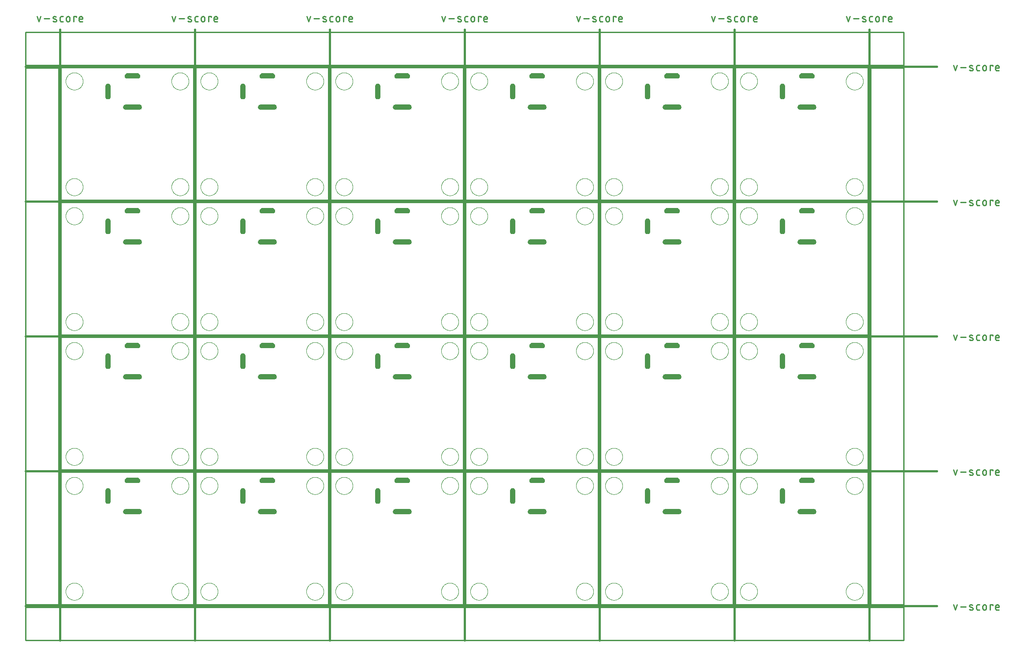
<source format=gko>
G04 EAGLE Gerber RS-274X export*
G75*
%MOMM*%
%FSLAX34Y34*%
%LPD*%
%IN*%
%IPPOS*%
%AMOC8*
5,1,8,0,0,1.08239X$1,22.5*%
G01*
%ADD10C,0.203200*%
%ADD11C,0.381000*%
%ADD12C,0.279400*%
%ADD13C,0.254000*%
%ADD14C,0.000000*%

G36*
X1186483Y432793D02*
X1186483Y432793D01*
X1186486Y432791D01*
X1187598Y432916D01*
X1187604Y432922D01*
X1187609Y432919D01*
X1188666Y433289D01*
X1188670Y433296D01*
X1188676Y433293D01*
X1189624Y433889D01*
X1189627Y433897D01*
X1189632Y433896D01*
X1190424Y434688D01*
X1190425Y434696D01*
X1190431Y434696D01*
X1191027Y435644D01*
X1191026Y435653D01*
X1191031Y435654D01*
X1191401Y436711D01*
X1191400Y436715D01*
X1191402Y436717D01*
X1191400Y436720D01*
X1191404Y436722D01*
X1191529Y437835D01*
X1191525Y437842D01*
X1191529Y437846D01*
X1191404Y438958D01*
X1191398Y438964D01*
X1191401Y438969D01*
X1191031Y440026D01*
X1191025Y440030D01*
X1191027Y440036D01*
X1190431Y440984D01*
X1190423Y440987D01*
X1190424Y440992D01*
X1189632Y441784D01*
X1189624Y441785D01*
X1189624Y441791D01*
X1188676Y442387D01*
X1188667Y442386D01*
X1188666Y442391D01*
X1187609Y442761D01*
X1187601Y442759D01*
X1187598Y442764D01*
X1186486Y442889D01*
X1186482Y442887D01*
X1186480Y442889D01*
X1160480Y442889D01*
X1160477Y442887D01*
X1160476Y442887D01*
X1160475Y442889D01*
X1159362Y442764D01*
X1159356Y442758D01*
X1159351Y442761D01*
X1158294Y442391D01*
X1158290Y442385D01*
X1158284Y442387D01*
X1157336Y441791D01*
X1157333Y441783D01*
X1157328Y441784D01*
X1156536Y440992D01*
X1156535Y440984D01*
X1156529Y440984D01*
X1155933Y440036D01*
X1155934Y440027D01*
X1155929Y440026D01*
X1155559Y438969D01*
X1155561Y438963D01*
X1155557Y438960D01*
X1155558Y438959D01*
X1155556Y438958D01*
X1155431Y437846D01*
X1155435Y437838D01*
X1155431Y437835D01*
X1155556Y436722D01*
X1155562Y436716D01*
X1155559Y436711D01*
X1155929Y435654D01*
X1155936Y435650D01*
X1155933Y435644D01*
X1156529Y434696D01*
X1156537Y434693D01*
X1156536Y434688D01*
X1157328Y433896D01*
X1157336Y433895D01*
X1157336Y433889D01*
X1158284Y433293D01*
X1158293Y433294D01*
X1158294Y433289D01*
X1159351Y432919D01*
X1159359Y432921D01*
X1159362Y432916D01*
X1160475Y432791D01*
X1160478Y432793D01*
X1160480Y432791D01*
X1186480Y432791D01*
X1186483Y432793D01*
G37*
G36*
X1445563Y432793D02*
X1445563Y432793D01*
X1445566Y432791D01*
X1446678Y432916D01*
X1446684Y432922D01*
X1446689Y432919D01*
X1447746Y433289D01*
X1447750Y433296D01*
X1447756Y433293D01*
X1448704Y433889D01*
X1448707Y433897D01*
X1448712Y433896D01*
X1449504Y434688D01*
X1449505Y434696D01*
X1449511Y434696D01*
X1450107Y435644D01*
X1450106Y435653D01*
X1450111Y435654D01*
X1450481Y436711D01*
X1450480Y436715D01*
X1450482Y436717D01*
X1450480Y436720D01*
X1450484Y436722D01*
X1450609Y437835D01*
X1450605Y437842D01*
X1450609Y437846D01*
X1450484Y438958D01*
X1450478Y438964D01*
X1450481Y438969D01*
X1450111Y440026D01*
X1450105Y440030D01*
X1450107Y440036D01*
X1449511Y440984D01*
X1449503Y440987D01*
X1449504Y440992D01*
X1448712Y441784D01*
X1448704Y441785D01*
X1448704Y441791D01*
X1447756Y442387D01*
X1447747Y442386D01*
X1447746Y442391D01*
X1446689Y442761D01*
X1446681Y442759D01*
X1446678Y442764D01*
X1445566Y442889D01*
X1445562Y442887D01*
X1445560Y442889D01*
X1419560Y442889D01*
X1419557Y442887D01*
X1419556Y442887D01*
X1419555Y442889D01*
X1418442Y442764D01*
X1418436Y442758D01*
X1418431Y442761D01*
X1417374Y442391D01*
X1417370Y442385D01*
X1417364Y442387D01*
X1416416Y441791D01*
X1416413Y441783D01*
X1416408Y441784D01*
X1415616Y440992D01*
X1415615Y440984D01*
X1415609Y440984D01*
X1415013Y440036D01*
X1415014Y440027D01*
X1415009Y440026D01*
X1414639Y438969D01*
X1414641Y438963D01*
X1414637Y438960D01*
X1414638Y438959D01*
X1414636Y438958D01*
X1414511Y437846D01*
X1414515Y437838D01*
X1414511Y437835D01*
X1414636Y436722D01*
X1414642Y436716D01*
X1414639Y436711D01*
X1415009Y435654D01*
X1415016Y435650D01*
X1415013Y435644D01*
X1415609Y434696D01*
X1415617Y434693D01*
X1415616Y434688D01*
X1416408Y433896D01*
X1416416Y433895D01*
X1416416Y433889D01*
X1417364Y433293D01*
X1417373Y433294D01*
X1417374Y433289D01*
X1418431Y432919D01*
X1418439Y432921D01*
X1418442Y432916D01*
X1419555Y432791D01*
X1419558Y432793D01*
X1419560Y432791D01*
X1445560Y432791D01*
X1445563Y432793D01*
G37*
G36*
X927403Y432793D02*
X927403Y432793D01*
X927406Y432791D01*
X928518Y432916D01*
X928524Y432922D01*
X928529Y432919D01*
X929586Y433289D01*
X929590Y433296D01*
X929596Y433293D01*
X930544Y433889D01*
X930547Y433897D01*
X930552Y433896D01*
X931344Y434688D01*
X931345Y434696D01*
X931351Y434696D01*
X931947Y435644D01*
X931946Y435653D01*
X931951Y435654D01*
X932321Y436711D01*
X932320Y436715D01*
X932322Y436717D01*
X932320Y436720D01*
X932324Y436722D01*
X932449Y437835D01*
X932445Y437842D01*
X932449Y437846D01*
X932324Y438958D01*
X932318Y438964D01*
X932321Y438969D01*
X931951Y440026D01*
X931945Y440030D01*
X931947Y440036D01*
X931351Y440984D01*
X931343Y440987D01*
X931344Y440992D01*
X930552Y441784D01*
X930544Y441785D01*
X930544Y441791D01*
X929596Y442387D01*
X929587Y442386D01*
X929586Y442391D01*
X928529Y442761D01*
X928521Y442759D01*
X928518Y442764D01*
X927406Y442889D01*
X927402Y442887D01*
X927400Y442889D01*
X901400Y442889D01*
X901397Y442887D01*
X901396Y442887D01*
X901395Y442889D01*
X900282Y442764D01*
X900276Y442758D01*
X900271Y442761D01*
X899214Y442391D01*
X899210Y442385D01*
X899204Y442387D01*
X898256Y441791D01*
X898253Y441783D01*
X898248Y441784D01*
X897456Y440992D01*
X897455Y440984D01*
X897449Y440984D01*
X896853Y440036D01*
X896854Y440027D01*
X896849Y440026D01*
X896479Y438969D01*
X896481Y438963D01*
X896477Y438960D01*
X896478Y438959D01*
X896476Y438958D01*
X896351Y437846D01*
X896355Y437838D01*
X896351Y437835D01*
X896476Y436722D01*
X896482Y436716D01*
X896479Y436711D01*
X896849Y435654D01*
X896856Y435650D01*
X896853Y435644D01*
X897449Y434696D01*
X897457Y434693D01*
X897456Y434688D01*
X898248Y433896D01*
X898256Y433895D01*
X898256Y433889D01*
X899204Y433293D01*
X899213Y433294D01*
X899214Y433289D01*
X900271Y432919D01*
X900279Y432921D01*
X900282Y432916D01*
X901395Y432791D01*
X901398Y432793D01*
X901400Y432791D01*
X927400Y432791D01*
X927403Y432793D01*
G37*
G36*
X409243Y691873D02*
X409243Y691873D01*
X409246Y691871D01*
X410358Y691996D01*
X410364Y692002D01*
X410369Y691999D01*
X411426Y692369D01*
X411430Y692376D01*
X411436Y692373D01*
X412384Y692969D01*
X412387Y692977D01*
X412392Y692976D01*
X413184Y693768D01*
X413185Y693776D01*
X413191Y693776D01*
X413787Y694724D01*
X413786Y694733D01*
X413791Y694734D01*
X414161Y695791D01*
X414160Y695795D01*
X414162Y695797D01*
X414160Y695800D01*
X414164Y695802D01*
X414289Y696915D01*
X414285Y696922D01*
X414289Y696926D01*
X414164Y698038D01*
X414158Y698044D01*
X414161Y698049D01*
X413791Y699106D01*
X413785Y699110D01*
X413787Y699116D01*
X413191Y700064D01*
X413183Y700067D01*
X413184Y700072D01*
X412392Y700864D01*
X412384Y700865D01*
X412384Y700871D01*
X411436Y701467D01*
X411427Y701466D01*
X411426Y701471D01*
X410369Y701841D01*
X410361Y701839D01*
X410358Y701844D01*
X409246Y701969D01*
X409242Y701967D01*
X409240Y701969D01*
X383240Y701969D01*
X383237Y701967D01*
X383236Y701967D01*
X383235Y701969D01*
X382122Y701844D01*
X382116Y701838D01*
X382111Y701841D01*
X381054Y701471D01*
X381050Y701465D01*
X381044Y701467D01*
X380096Y700871D01*
X380093Y700863D01*
X380088Y700864D01*
X379296Y700072D01*
X379295Y700064D01*
X379289Y700064D01*
X378693Y699116D01*
X378694Y699107D01*
X378689Y699106D01*
X378319Y698049D01*
X378321Y698043D01*
X378317Y698040D01*
X378318Y698039D01*
X378316Y698038D01*
X378191Y696926D01*
X378195Y696918D01*
X378191Y696915D01*
X378316Y695802D01*
X378322Y695796D01*
X378319Y695791D01*
X378689Y694734D01*
X378696Y694730D01*
X378693Y694724D01*
X379289Y693776D01*
X379297Y693773D01*
X379296Y693768D01*
X380088Y692976D01*
X380096Y692975D01*
X380096Y692969D01*
X381044Y692373D01*
X381053Y692374D01*
X381054Y692369D01*
X382111Y691999D01*
X382119Y692001D01*
X382122Y691996D01*
X383235Y691871D01*
X383238Y691873D01*
X383240Y691871D01*
X409240Y691871D01*
X409243Y691873D01*
G37*
G36*
X150163Y432793D02*
X150163Y432793D01*
X150166Y432791D01*
X151278Y432916D01*
X151284Y432922D01*
X151289Y432919D01*
X152346Y433289D01*
X152350Y433296D01*
X152356Y433293D01*
X153304Y433889D01*
X153307Y433897D01*
X153312Y433896D01*
X154104Y434688D01*
X154105Y434696D01*
X154111Y434696D01*
X154707Y435644D01*
X154706Y435653D01*
X154711Y435654D01*
X155081Y436711D01*
X155080Y436715D01*
X155082Y436717D01*
X155080Y436720D01*
X155084Y436722D01*
X155209Y437835D01*
X155205Y437842D01*
X155209Y437846D01*
X155084Y438958D01*
X155078Y438964D01*
X155081Y438969D01*
X154711Y440026D01*
X154705Y440030D01*
X154707Y440036D01*
X154111Y440984D01*
X154103Y440987D01*
X154104Y440992D01*
X153312Y441784D01*
X153304Y441785D01*
X153304Y441791D01*
X152356Y442387D01*
X152347Y442386D01*
X152346Y442391D01*
X151289Y442761D01*
X151281Y442759D01*
X151278Y442764D01*
X150166Y442889D01*
X150162Y442887D01*
X150160Y442889D01*
X124160Y442889D01*
X124157Y442887D01*
X124156Y442887D01*
X124155Y442889D01*
X123042Y442764D01*
X123036Y442758D01*
X123031Y442761D01*
X121974Y442391D01*
X121970Y442385D01*
X121964Y442387D01*
X121016Y441791D01*
X121013Y441783D01*
X121008Y441784D01*
X120216Y440992D01*
X120215Y440984D01*
X120209Y440984D01*
X119613Y440036D01*
X119614Y440027D01*
X119609Y440026D01*
X119239Y438969D01*
X119241Y438963D01*
X119237Y438960D01*
X119238Y438959D01*
X119236Y438958D01*
X119111Y437846D01*
X119115Y437838D01*
X119111Y437835D01*
X119236Y436722D01*
X119242Y436716D01*
X119239Y436711D01*
X119609Y435654D01*
X119616Y435650D01*
X119613Y435644D01*
X120209Y434696D01*
X120217Y434693D01*
X120216Y434688D01*
X121008Y433896D01*
X121016Y433895D01*
X121016Y433889D01*
X121964Y433293D01*
X121973Y433294D01*
X121974Y433289D01*
X123031Y432919D01*
X123039Y432921D01*
X123042Y432916D01*
X124155Y432791D01*
X124158Y432793D01*
X124160Y432791D01*
X150160Y432791D01*
X150163Y432793D01*
G37*
G36*
X668323Y432793D02*
X668323Y432793D01*
X668326Y432791D01*
X669438Y432916D01*
X669444Y432922D01*
X669449Y432919D01*
X670506Y433289D01*
X670510Y433296D01*
X670516Y433293D01*
X671464Y433889D01*
X671467Y433897D01*
X671472Y433896D01*
X672264Y434688D01*
X672265Y434696D01*
X672271Y434696D01*
X672867Y435644D01*
X672866Y435653D01*
X672871Y435654D01*
X673241Y436711D01*
X673240Y436715D01*
X673242Y436717D01*
X673240Y436720D01*
X673244Y436722D01*
X673369Y437835D01*
X673365Y437842D01*
X673369Y437846D01*
X673244Y438958D01*
X673238Y438964D01*
X673241Y438969D01*
X672871Y440026D01*
X672865Y440030D01*
X672867Y440036D01*
X672271Y440984D01*
X672263Y440987D01*
X672264Y440992D01*
X671472Y441784D01*
X671464Y441785D01*
X671464Y441791D01*
X670516Y442387D01*
X670507Y442386D01*
X670506Y442391D01*
X669449Y442761D01*
X669441Y442759D01*
X669438Y442764D01*
X668326Y442889D01*
X668322Y442887D01*
X668320Y442889D01*
X642320Y442889D01*
X642317Y442887D01*
X642316Y442887D01*
X642315Y442889D01*
X641202Y442764D01*
X641196Y442758D01*
X641191Y442761D01*
X640134Y442391D01*
X640130Y442385D01*
X640124Y442387D01*
X639176Y441791D01*
X639173Y441783D01*
X639168Y441784D01*
X638376Y440992D01*
X638375Y440984D01*
X638369Y440984D01*
X637773Y440036D01*
X637774Y440027D01*
X637769Y440026D01*
X637399Y438969D01*
X637401Y438963D01*
X637397Y438960D01*
X637398Y438959D01*
X637396Y438958D01*
X637271Y437846D01*
X637275Y437838D01*
X637271Y437835D01*
X637396Y436722D01*
X637402Y436716D01*
X637399Y436711D01*
X637769Y435654D01*
X637776Y435650D01*
X637773Y435644D01*
X638369Y434696D01*
X638377Y434693D01*
X638376Y434688D01*
X639168Y433896D01*
X639176Y433895D01*
X639176Y433889D01*
X640124Y433293D01*
X640133Y433294D01*
X640134Y433289D01*
X641191Y432919D01*
X641199Y432921D01*
X641202Y432916D01*
X642315Y432791D01*
X642318Y432793D01*
X642320Y432791D01*
X668320Y432791D01*
X668323Y432793D01*
G37*
G36*
X1445563Y173713D02*
X1445563Y173713D01*
X1445566Y173711D01*
X1446678Y173836D01*
X1446684Y173842D01*
X1446689Y173839D01*
X1447746Y174209D01*
X1447750Y174216D01*
X1447756Y174213D01*
X1448704Y174809D01*
X1448707Y174817D01*
X1448712Y174816D01*
X1449504Y175608D01*
X1449505Y175616D01*
X1449511Y175616D01*
X1450107Y176564D01*
X1450106Y176573D01*
X1450111Y176574D01*
X1450481Y177631D01*
X1450480Y177635D01*
X1450482Y177637D01*
X1450480Y177640D01*
X1450484Y177642D01*
X1450609Y178755D01*
X1450605Y178762D01*
X1450609Y178766D01*
X1450484Y179878D01*
X1450478Y179884D01*
X1450481Y179889D01*
X1450111Y180946D01*
X1450105Y180950D01*
X1450107Y180956D01*
X1449511Y181904D01*
X1449503Y181907D01*
X1449504Y181912D01*
X1448712Y182704D01*
X1448704Y182705D01*
X1448704Y182711D01*
X1447756Y183307D01*
X1447747Y183306D01*
X1447746Y183311D01*
X1446689Y183681D01*
X1446681Y183679D01*
X1446678Y183684D01*
X1445566Y183809D01*
X1445562Y183807D01*
X1445560Y183809D01*
X1419560Y183809D01*
X1419557Y183807D01*
X1419556Y183807D01*
X1419555Y183809D01*
X1418442Y183684D01*
X1418436Y183678D01*
X1418431Y183681D01*
X1417374Y183311D01*
X1417370Y183305D01*
X1417364Y183307D01*
X1416416Y182711D01*
X1416413Y182703D01*
X1416408Y182704D01*
X1415616Y181912D01*
X1415615Y181904D01*
X1415609Y181904D01*
X1415013Y180956D01*
X1415014Y180947D01*
X1415009Y180946D01*
X1414639Y179889D01*
X1414641Y179883D01*
X1414637Y179880D01*
X1414638Y179879D01*
X1414636Y179878D01*
X1414511Y178766D01*
X1414515Y178758D01*
X1414511Y178755D01*
X1414636Y177642D01*
X1414642Y177636D01*
X1414639Y177631D01*
X1415009Y176574D01*
X1415016Y176570D01*
X1415013Y176564D01*
X1415609Y175616D01*
X1415617Y175613D01*
X1415616Y175608D01*
X1416408Y174816D01*
X1416416Y174815D01*
X1416416Y174809D01*
X1417364Y174213D01*
X1417373Y174214D01*
X1417374Y174209D01*
X1418431Y173839D01*
X1418439Y173841D01*
X1418442Y173836D01*
X1419555Y173711D01*
X1419558Y173713D01*
X1419560Y173711D01*
X1445560Y173711D01*
X1445563Y173713D01*
G37*
G36*
X927403Y173713D02*
X927403Y173713D01*
X927406Y173711D01*
X928518Y173836D01*
X928524Y173842D01*
X928529Y173839D01*
X929586Y174209D01*
X929590Y174216D01*
X929596Y174213D01*
X930544Y174809D01*
X930547Y174817D01*
X930552Y174816D01*
X931344Y175608D01*
X931345Y175616D01*
X931351Y175616D01*
X931947Y176564D01*
X931946Y176573D01*
X931951Y176574D01*
X932321Y177631D01*
X932320Y177635D01*
X932322Y177637D01*
X932320Y177640D01*
X932324Y177642D01*
X932449Y178755D01*
X932445Y178762D01*
X932449Y178766D01*
X932324Y179878D01*
X932318Y179884D01*
X932321Y179889D01*
X931951Y180946D01*
X931945Y180950D01*
X931947Y180956D01*
X931351Y181904D01*
X931343Y181907D01*
X931344Y181912D01*
X930552Y182704D01*
X930544Y182705D01*
X930544Y182711D01*
X929596Y183307D01*
X929587Y183306D01*
X929586Y183311D01*
X928529Y183681D01*
X928521Y183679D01*
X928518Y183684D01*
X927406Y183809D01*
X927402Y183807D01*
X927400Y183809D01*
X901400Y183809D01*
X901397Y183807D01*
X901396Y183807D01*
X901395Y183809D01*
X900282Y183684D01*
X900276Y183678D01*
X900271Y183681D01*
X899214Y183311D01*
X899210Y183305D01*
X899204Y183307D01*
X898256Y182711D01*
X898253Y182703D01*
X898248Y182704D01*
X897456Y181912D01*
X897455Y181904D01*
X897449Y181904D01*
X896853Y180956D01*
X896854Y180947D01*
X896849Y180946D01*
X896479Y179889D01*
X896481Y179883D01*
X896477Y179880D01*
X896478Y179879D01*
X896476Y179878D01*
X896351Y178766D01*
X896355Y178758D01*
X896351Y178755D01*
X896476Y177642D01*
X896482Y177636D01*
X896479Y177631D01*
X896849Y176574D01*
X896856Y176570D01*
X896853Y176564D01*
X897449Y175616D01*
X897457Y175613D01*
X897456Y175608D01*
X898248Y174816D01*
X898256Y174815D01*
X898256Y174809D01*
X899204Y174213D01*
X899213Y174214D01*
X899214Y174209D01*
X900271Y173839D01*
X900279Y173841D01*
X900282Y173836D01*
X901395Y173711D01*
X901398Y173713D01*
X901400Y173711D01*
X927400Y173711D01*
X927403Y173713D01*
G37*
G36*
X668323Y173713D02*
X668323Y173713D01*
X668326Y173711D01*
X669438Y173836D01*
X669444Y173842D01*
X669449Y173839D01*
X670506Y174209D01*
X670510Y174216D01*
X670516Y174213D01*
X671464Y174809D01*
X671467Y174817D01*
X671472Y174816D01*
X672264Y175608D01*
X672265Y175616D01*
X672271Y175616D01*
X672867Y176564D01*
X672866Y176573D01*
X672871Y176574D01*
X673241Y177631D01*
X673240Y177635D01*
X673242Y177637D01*
X673240Y177640D01*
X673244Y177642D01*
X673369Y178755D01*
X673365Y178762D01*
X673369Y178766D01*
X673244Y179878D01*
X673238Y179884D01*
X673241Y179889D01*
X672871Y180946D01*
X672865Y180950D01*
X672867Y180956D01*
X672271Y181904D01*
X672263Y181907D01*
X672264Y181912D01*
X671472Y182704D01*
X671464Y182705D01*
X671464Y182711D01*
X670516Y183307D01*
X670507Y183306D01*
X670506Y183311D01*
X669449Y183681D01*
X669441Y183679D01*
X669438Y183684D01*
X668326Y183809D01*
X668322Y183807D01*
X668320Y183809D01*
X642320Y183809D01*
X642317Y183807D01*
X642316Y183807D01*
X642315Y183809D01*
X641202Y183684D01*
X641196Y183678D01*
X641191Y183681D01*
X640134Y183311D01*
X640130Y183305D01*
X640124Y183307D01*
X639176Y182711D01*
X639173Y182703D01*
X639168Y182704D01*
X638376Y181912D01*
X638375Y181904D01*
X638369Y181904D01*
X637773Y180956D01*
X637774Y180947D01*
X637769Y180946D01*
X637399Y179889D01*
X637401Y179883D01*
X637397Y179880D01*
X637398Y179879D01*
X637396Y179878D01*
X637271Y178766D01*
X637275Y178758D01*
X637271Y178755D01*
X637396Y177642D01*
X637402Y177636D01*
X637399Y177631D01*
X637769Y176574D01*
X637776Y176570D01*
X637773Y176564D01*
X638369Y175616D01*
X638377Y175613D01*
X638376Y175608D01*
X639168Y174816D01*
X639176Y174815D01*
X639176Y174809D01*
X640124Y174213D01*
X640133Y174214D01*
X640134Y174209D01*
X641191Y173839D01*
X641199Y173841D01*
X641202Y173836D01*
X642315Y173711D01*
X642318Y173713D01*
X642320Y173711D01*
X668320Y173711D01*
X668323Y173713D01*
G37*
G36*
X150163Y173713D02*
X150163Y173713D01*
X150166Y173711D01*
X151278Y173836D01*
X151284Y173842D01*
X151289Y173839D01*
X152346Y174209D01*
X152350Y174216D01*
X152356Y174213D01*
X153304Y174809D01*
X153307Y174817D01*
X153312Y174816D01*
X154104Y175608D01*
X154105Y175616D01*
X154111Y175616D01*
X154707Y176564D01*
X154706Y176573D01*
X154711Y176574D01*
X155081Y177631D01*
X155080Y177635D01*
X155082Y177637D01*
X155080Y177640D01*
X155084Y177642D01*
X155209Y178755D01*
X155205Y178762D01*
X155209Y178766D01*
X155084Y179878D01*
X155078Y179884D01*
X155081Y179889D01*
X154711Y180946D01*
X154705Y180950D01*
X154707Y180956D01*
X154111Y181904D01*
X154103Y181907D01*
X154104Y181912D01*
X153312Y182704D01*
X153304Y182705D01*
X153304Y182711D01*
X152356Y183307D01*
X152347Y183306D01*
X152346Y183311D01*
X151289Y183681D01*
X151281Y183679D01*
X151278Y183684D01*
X150166Y183809D01*
X150162Y183807D01*
X150160Y183809D01*
X124160Y183809D01*
X124157Y183807D01*
X124156Y183807D01*
X124155Y183809D01*
X123042Y183684D01*
X123036Y183678D01*
X123031Y183681D01*
X121974Y183311D01*
X121970Y183305D01*
X121964Y183307D01*
X121016Y182711D01*
X121013Y182703D01*
X121008Y182704D01*
X120216Y181912D01*
X120215Y181904D01*
X120209Y181904D01*
X119613Y180956D01*
X119614Y180947D01*
X119609Y180946D01*
X119239Y179889D01*
X119241Y179883D01*
X119237Y179880D01*
X119238Y179879D01*
X119236Y179878D01*
X119111Y178766D01*
X119115Y178758D01*
X119111Y178755D01*
X119236Y177642D01*
X119242Y177636D01*
X119239Y177631D01*
X119609Y176574D01*
X119616Y176570D01*
X119613Y176564D01*
X120209Y175616D01*
X120217Y175613D01*
X120216Y175608D01*
X121008Y174816D01*
X121016Y174815D01*
X121016Y174809D01*
X121964Y174213D01*
X121973Y174214D01*
X121974Y174209D01*
X123031Y173839D01*
X123039Y173841D01*
X123042Y173836D01*
X124155Y173711D01*
X124158Y173713D01*
X124160Y173711D01*
X150160Y173711D01*
X150163Y173713D01*
G37*
G36*
X409243Y173713D02*
X409243Y173713D01*
X409246Y173711D01*
X410358Y173836D01*
X410364Y173842D01*
X410369Y173839D01*
X411426Y174209D01*
X411430Y174216D01*
X411436Y174213D01*
X412384Y174809D01*
X412387Y174817D01*
X412392Y174816D01*
X413184Y175608D01*
X413185Y175616D01*
X413191Y175616D01*
X413787Y176564D01*
X413786Y176573D01*
X413791Y176574D01*
X414161Y177631D01*
X414160Y177635D01*
X414162Y177637D01*
X414160Y177640D01*
X414164Y177642D01*
X414289Y178755D01*
X414285Y178762D01*
X414289Y178766D01*
X414164Y179878D01*
X414158Y179884D01*
X414161Y179889D01*
X413791Y180946D01*
X413785Y180950D01*
X413787Y180956D01*
X413191Y181904D01*
X413183Y181907D01*
X413184Y181912D01*
X412392Y182704D01*
X412384Y182705D01*
X412384Y182711D01*
X411436Y183307D01*
X411427Y183306D01*
X411426Y183311D01*
X410369Y183681D01*
X410361Y183679D01*
X410358Y183684D01*
X409246Y183809D01*
X409242Y183807D01*
X409240Y183809D01*
X383240Y183809D01*
X383237Y183807D01*
X383236Y183807D01*
X383235Y183809D01*
X382122Y183684D01*
X382116Y183678D01*
X382111Y183681D01*
X381054Y183311D01*
X381050Y183305D01*
X381044Y183307D01*
X380096Y182711D01*
X380093Y182703D01*
X380088Y182704D01*
X379296Y181912D01*
X379295Y181904D01*
X379289Y181904D01*
X378693Y180956D01*
X378694Y180947D01*
X378689Y180946D01*
X378319Y179889D01*
X378321Y179883D01*
X378317Y179880D01*
X378318Y179879D01*
X378316Y179878D01*
X378191Y178766D01*
X378195Y178758D01*
X378191Y178755D01*
X378316Y177642D01*
X378322Y177636D01*
X378319Y177631D01*
X378689Y176574D01*
X378696Y176570D01*
X378693Y176564D01*
X379289Y175616D01*
X379297Y175613D01*
X379296Y175608D01*
X380088Y174816D01*
X380096Y174815D01*
X380096Y174809D01*
X381044Y174213D01*
X381053Y174214D01*
X381054Y174209D01*
X382111Y173839D01*
X382119Y173841D01*
X382122Y173836D01*
X383235Y173711D01*
X383238Y173713D01*
X383240Y173711D01*
X409240Y173711D01*
X409243Y173713D01*
G37*
G36*
X1186483Y173713D02*
X1186483Y173713D01*
X1186486Y173711D01*
X1187598Y173836D01*
X1187604Y173842D01*
X1187609Y173839D01*
X1188666Y174209D01*
X1188670Y174216D01*
X1188676Y174213D01*
X1189624Y174809D01*
X1189627Y174817D01*
X1189632Y174816D01*
X1190424Y175608D01*
X1190425Y175616D01*
X1190431Y175616D01*
X1191027Y176564D01*
X1191026Y176573D01*
X1191031Y176574D01*
X1191401Y177631D01*
X1191400Y177635D01*
X1191402Y177637D01*
X1191400Y177640D01*
X1191404Y177642D01*
X1191529Y178755D01*
X1191525Y178762D01*
X1191529Y178766D01*
X1191404Y179878D01*
X1191398Y179884D01*
X1191401Y179889D01*
X1191031Y180946D01*
X1191025Y180950D01*
X1191027Y180956D01*
X1190431Y181904D01*
X1190423Y181907D01*
X1190424Y181912D01*
X1189632Y182704D01*
X1189624Y182705D01*
X1189624Y182711D01*
X1188676Y183307D01*
X1188667Y183306D01*
X1188666Y183311D01*
X1187609Y183681D01*
X1187601Y183679D01*
X1187598Y183684D01*
X1186486Y183809D01*
X1186482Y183807D01*
X1186480Y183809D01*
X1160480Y183809D01*
X1160477Y183807D01*
X1160476Y183807D01*
X1160475Y183809D01*
X1159362Y183684D01*
X1159356Y183678D01*
X1159351Y183681D01*
X1158294Y183311D01*
X1158290Y183305D01*
X1158284Y183307D01*
X1157336Y182711D01*
X1157333Y182703D01*
X1157328Y182704D01*
X1156536Y181912D01*
X1156535Y181904D01*
X1156529Y181904D01*
X1155933Y180956D01*
X1155934Y180947D01*
X1155929Y180946D01*
X1155559Y179889D01*
X1155561Y179883D01*
X1155557Y179880D01*
X1155558Y179879D01*
X1155556Y179878D01*
X1155431Y178766D01*
X1155435Y178758D01*
X1155431Y178755D01*
X1155556Y177642D01*
X1155562Y177636D01*
X1155559Y177631D01*
X1155929Y176574D01*
X1155936Y176570D01*
X1155933Y176564D01*
X1156529Y175616D01*
X1156537Y175613D01*
X1156536Y175608D01*
X1157328Y174816D01*
X1157336Y174815D01*
X1157336Y174809D01*
X1158284Y174213D01*
X1158293Y174214D01*
X1158294Y174209D01*
X1159351Y173839D01*
X1159359Y173841D01*
X1159362Y173836D01*
X1160475Y173711D01*
X1160478Y173713D01*
X1160480Y173711D01*
X1186480Y173711D01*
X1186483Y173713D01*
G37*
G36*
X1445563Y950953D02*
X1445563Y950953D01*
X1445566Y950951D01*
X1446678Y951076D01*
X1446684Y951082D01*
X1446689Y951079D01*
X1447746Y951449D01*
X1447750Y951456D01*
X1447756Y951453D01*
X1448704Y952049D01*
X1448707Y952057D01*
X1448712Y952056D01*
X1449504Y952848D01*
X1449505Y952856D01*
X1449511Y952856D01*
X1450107Y953804D01*
X1450106Y953813D01*
X1450111Y953814D01*
X1450481Y954871D01*
X1450480Y954875D01*
X1450482Y954877D01*
X1450480Y954880D01*
X1450484Y954882D01*
X1450609Y955995D01*
X1450605Y956002D01*
X1450609Y956006D01*
X1450484Y957118D01*
X1450478Y957124D01*
X1450481Y957129D01*
X1450111Y958186D01*
X1450105Y958190D01*
X1450107Y958196D01*
X1449511Y959144D01*
X1449503Y959147D01*
X1449504Y959152D01*
X1448712Y959944D01*
X1448704Y959945D01*
X1448704Y959951D01*
X1447756Y960547D01*
X1447747Y960546D01*
X1447746Y960551D01*
X1446689Y960921D01*
X1446681Y960919D01*
X1446678Y960924D01*
X1445566Y961049D01*
X1445562Y961047D01*
X1445560Y961049D01*
X1419560Y961049D01*
X1419557Y961047D01*
X1419556Y961047D01*
X1419555Y961049D01*
X1418442Y960924D01*
X1418436Y960918D01*
X1418431Y960921D01*
X1417374Y960551D01*
X1417370Y960545D01*
X1417364Y960547D01*
X1416416Y959951D01*
X1416413Y959943D01*
X1416408Y959944D01*
X1415616Y959152D01*
X1415615Y959144D01*
X1415609Y959144D01*
X1415013Y958196D01*
X1415014Y958187D01*
X1415009Y958186D01*
X1414639Y957129D01*
X1414641Y957123D01*
X1414637Y957120D01*
X1414638Y957119D01*
X1414636Y957118D01*
X1414511Y956006D01*
X1414515Y955998D01*
X1414511Y955995D01*
X1414636Y954882D01*
X1414642Y954876D01*
X1414639Y954871D01*
X1415009Y953814D01*
X1415016Y953810D01*
X1415013Y953804D01*
X1415609Y952856D01*
X1415617Y952853D01*
X1415616Y952848D01*
X1416408Y952056D01*
X1416416Y952055D01*
X1416416Y952049D01*
X1417364Y951453D01*
X1417373Y951454D01*
X1417374Y951449D01*
X1418431Y951079D01*
X1418439Y951081D01*
X1418442Y951076D01*
X1419555Y950951D01*
X1419558Y950953D01*
X1419560Y950951D01*
X1445560Y950951D01*
X1445563Y950953D01*
G37*
G36*
X1186483Y950953D02*
X1186483Y950953D01*
X1186486Y950951D01*
X1187598Y951076D01*
X1187604Y951082D01*
X1187609Y951079D01*
X1188666Y951449D01*
X1188670Y951456D01*
X1188676Y951453D01*
X1189624Y952049D01*
X1189627Y952057D01*
X1189632Y952056D01*
X1190424Y952848D01*
X1190425Y952856D01*
X1190431Y952856D01*
X1191027Y953804D01*
X1191026Y953813D01*
X1191031Y953814D01*
X1191401Y954871D01*
X1191400Y954875D01*
X1191402Y954877D01*
X1191400Y954880D01*
X1191404Y954882D01*
X1191529Y955995D01*
X1191525Y956002D01*
X1191529Y956006D01*
X1191404Y957118D01*
X1191398Y957124D01*
X1191401Y957129D01*
X1191031Y958186D01*
X1191025Y958190D01*
X1191027Y958196D01*
X1190431Y959144D01*
X1190423Y959147D01*
X1190424Y959152D01*
X1189632Y959944D01*
X1189624Y959945D01*
X1189624Y959951D01*
X1188676Y960547D01*
X1188667Y960546D01*
X1188666Y960551D01*
X1187609Y960921D01*
X1187601Y960919D01*
X1187598Y960924D01*
X1186486Y961049D01*
X1186482Y961047D01*
X1186480Y961049D01*
X1160480Y961049D01*
X1160477Y961047D01*
X1160476Y961047D01*
X1160475Y961049D01*
X1159362Y960924D01*
X1159356Y960918D01*
X1159351Y960921D01*
X1158294Y960551D01*
X1158290Y960545D01*
X1158284Y960547D01*
X1157336Y959951D01*
X1157333Y959943D01*
X1157328Y959944D01*
X1156536Y959152D01*
X1156535Y959144D01*
X1156529Y959144D01*
X1155933Y958196D01*
X1155934Y958187D01*
X1155929Y958186D01*
X1155559Y957129D01*
X1155561Y957123D01*
X1155557Y957120D01*
X1155558Y957119D01*
X1155556Y957118D01*
X1155431Y956006D01*
X1155435Y955998D01*
X1155431Y955995D01*
X1155556Y954882D01*
X1155562Y954876D01*
X1155559Y954871D01*
X1155929Y953814D01*
X1155936Y953810D01*
X1155933Y953804D01*
X1156529Y952856D01*
X1156537Y952853D01*
X1156536Y952848D01*
X1157328Y952056D01*
X1157336Y952055D01*
X1157336Y952049D01*
X1158284Y951453D01*
X1158293Y951454D01*
X1158294Y951449D01*
X1159351Y951079D01*
X1159359Y951081D01*
X1159362Y951076D01*
X1160475Y950951D01*
X1160478Y950953D01*
X1160480Y950951D01*
X1186480Y950951D01*
X1186483Y950953D01*
G37*
G36*
X668323Y950953D02*
X668323Y950953D01*
X668326Y950951D01*
X669438Y951076D01*
X669444Y951082D01*
X669449Y951079D01*
X670506Y951449D01*
X670510Y951456D01*
X670516Y951453D01*
X671464Y952049D01*
X671467Y952057D01*
X671472Y952056D01*
X672264Y952848D01*
X672265Y952856D01*
X672271Y952856D01*
X672867Y953804D01*
X672866Y953813D01*
X672871Y953814D01*
X673241Y954871D01*
X673240Y954875D01*
X673242Y954877D01*
X673240Y954880D01*
X673244Y954882D01*
X673369Y955995D01*
X673365Y956002D01*
X673369Y956006D01*
X673244Y957118D01*
X673238Y957124D01*
X673241Y957129D01*
X672871Y958186D01*
X672865Y958190D01*
X672867Y958196D01*
X672271Y959144D01*
X672263Y959147D01*
X672264Y959152D01*
X671472Y959944D01*
X671464Y959945D01*
X671464Y959951D01*
X670516Y960547D01*
X670507Y960546D01*
X670506Y960551D01*
X669449Y960921D01*
X669441Y960919D01*
X669438Y960924D01*
X668326Y961049D01*
X668322Y961047D01*
X668320Y961049D01*
X642320Y961049D01*
X642317Y961047D01*
X642316Y961047D01*
X642315Y961049D01*
X641202Y960924D01*
X641196Y960918D01*
X641191Y960921D01*
X640134Y960551D01*
X640130Y960545D01*
X640124Y960547D01*
X639176Y959951D01*
X639173Y959943D01*
X639168Y959944D01*
X638376Y959152D01*
X638375Y959144D01*
X638369Y959144D01*
X637773Y958196D01*
X637774Y958187D01*
X637769Y958186D01*
X637399Y957129D01*
X637401Y957123D01*
X637397Y957120D01*
X637398Y957119D01*
X637396Y957118D01*
X637271Y956006D01*
X637275Y955998D01*
X637271Y955995D01*
X637396Y954882D01*
X637402Y954876D01*
X637399Y954871D01*
X637769Y953814D01*
X637776Y953810D01*
X637773Y953804D01*
X638369Y952856D01*
X638377Y952853D01*
X638376Y952848D01*
X639168Y952056D01*
X639176Y952055D01*
X639176Y952049D01*
X640124Y951453D01*
X640133Y951454D01*
X640134Y951449D01*
X641191Y951079D01*
X641199Y951081D01*
X641202Y951076D01*
X642315Y950951D01*
X642318Y950953D01*
X642320Y950951D01*
X668320Y950951D01*
X668323Y950953D01*
G37*
G36*
X927403Y950953D02*
X927403Y950953D01*
X927406Y950951D01*
X928518Y951076D01*
X928524Y951082D01*
X928529Y951079D01*
X929586Y951449D01*
X929590Y951456D01*
X929596Y951453D01*
X930544Y952049D01*
X930547Y952057D01*
X930552Y952056D01*
X931344Y952848D01*
X931345Y952856D01*
X931351Y952856D01*
X931947Y953804D01*
X931946Y953813D01*
X931951Y953814D01*
X932321Y954871D01*
X932320Y954875D01*
X932322Y954877D01*
X932320Y954880D01*
X932324Y954882D01*
X932449Y955995D01*
X932445Y956002D01*
X932449Y956006D01*
X932324Y957118D01*
X932318Y957124D01*
X932321Y957129D01*
X931951Y958186D01*
X931945Y958190D01*
X931947Y958196D01*
X931351Y959144D01*
X931343Y959147D01*
X931344Y959152D01*
X930552Y959944D01*
X930544Y959945D01*
X930544Y959951D01*
X929596Y960547D01*
X929587Y960546D01*
X929586Y960551D01*
X928529Y960921D01*
X928521Y960919D01*
X928518Y960924D01*
X927406Y961049D01*
X927402Y961047D01*
X927400Y961049D01*
X901400Y961049D01*
X901397Y961047D01*
X901396Y961047D01*
X901395Y961049D01*
X900282Y960924D01*
X900276Y960918D01*
X900271Y960921D01*
X899214Y960551D01*
X899210Y960545D01*
X899204Y960547D01*
X898256Y959951D01*
X898253Y959943D01*
X898248Y959944D01*
X897456Y959152D01*
X897455Y959144D01*
X897449Y959144D01*
X896853Y958196D01*
X896854Y958187D01*
X896849Y958186D01*
X896479Y957129D01*
X896481Y957123D01*
X896477Y957120D01*
X896478Y957119D01*
X896476Y957118D01*
X896351Y956006D01*
X896355Y955998D01*
X896351Y955995D01*
X896476Y954882D01*
X896482Y954876D01*
X896479Y954871D01*
X896849Y953814D01*
X896856Y953810D01*
X896853Y953804D01*
X897449Y952856D01*
X897457Y952853D01*
X897456Y952848D01*
X898248Y952056D01*
X898256Y952055D01*
X898256Y952049D01*
X899204Y951453D01*
X899213Y951454D01*
X899214Y951449D01*
X900271Y951079D01*
X900279Y951081D01*
X900282Y951076D01*
X901395Y950951D01*
X901398Y950953D01*
X901400Y950951D01*
X927400Y950951D01*
X927403Y950953D01*
G37*
G36*
X409243Y950953D02*
X409243Y950953D01*
X409246Y950951D01*
X410358Y951076D01*
X410364Y951082D01*
X410369Y951079D01*
X411426Y951449D01*
X411430Y951456D01*
X411436Y951453D01*
X412384Y952049D01*
X412387Y952057D01*
X412392Y952056D01*
X413184Y952848D01*
X413185Y952856D01*
X413191Y952856D01*
X413787Y953804D01*
X413786Y953813D01*
X413791Y953814D01*
X414161Y954871D01*
X414160Y954875D01*
X414162Y954877D01*
X414160Y954880D01*
X414164Y954882D01*
X414289Y955995D01*
X414285Y956002D01*
X414289Y956006D01*
X414164Y957118D01*
X414158Y957124D01*
X414161Y957129D01*
X413791Y958186D01*
X413785Y958190D01*
X413787Y958196D01*
X413191Y959144D01*
X413183Y959147D01*
X413184Y959152D01*
X412392Y959944D01*
X412384Y959945D01*
X412384Y959951D01*
X411436Y960547D01*
X411427Y960546D01*
X411426Y960551D01*
X410369Y960921D01*
X410361Y960919D01*
X410358Y960924D01*
X409246Y961049D01*
X409242Y961047D01*
X409240Y961049D01*
X383240Y961049D01*
X383237Y961047D01*
X383236Y961047D01*
X383235Y961049D01*
X382122Y960924D01*
X382116Y960918D01*
X382111Y960921D01*
X381054Y960551D01*
X381050Y960545D01*
X381044Y960547D01*
X380096Y959951D01*
X380093Y959943D01*
X380088Y959944D01*
X379296Y959152D01*
X379295Y959144D01*
X379289Y959144D01*
X378693Y958196D01*
X378694Y958187D01*
X378689Y958186D01*
X378319Y957129D01*
X378321Y957123D01*
X378317Y957120D01*
X378318Y957119D01*
X378316Y957118D01*
X378191Y956006D01*
X378195Y955998D01*
X378191Y955995D01*
X378316Y954882D01*
X378322Y954876D01*
X378319Y954871D01*
X378689Y953814D01*
X378696Y953810D01*
X378693Y953804D01*
X379289Y952856D01*
X379297Y952853D01*
X379296Y952848D01*
X380088Y952056D01*
X380096Y952055D01*
X380096Y952049D01*
X381044Y951453D01*
X381053Y951454D01*
X381054Y951449D01*
X382111Y951079D01*
X382119Y951081D01*
X382122Y951076D01*
X383235Y950951D01*
X383238Y950953D01*
X383240Y950951D01*
X409240Y950951D01*
X409243Y950953D01*
G37*
G36*
X150163Y950953D02*
X150163Y950953D01*
X150166Y950951D01*
X151278Y951076D01*
X151284Y951082D01*
X151289Y951079D01*
X152346Y951449D01*
X152350Y951456D01*
X152356Y951453D01*
X153304Y952049D01*
X153307Y952057D01*
X153312Y952056D01*
X154104Y952848D01*
X154105Y952856D01*
X154111Y952856D01*
X154707Y953804D01*
X154706Y953813D01*
X154711Y953814D01*
X155081Y954871D01*
X155080Y954875D01*
X155082Y954877D01*
X155080Y954880D01*
X155084Y954882D01*
X155209Y955995D01*
X155205Y956002D01*
X155209Y956006D01*
X155084Y957118D01*
X155078Y957124D01*
X155081Y957129D01*
X154711Y958186D01*
X154705Y958190D01*
X154707Y958196D01*
X154111Y959144D01*
X154103Y959147D01*
X154104Y959152D01*
X153312Y959944D01*
X153304Y959945D01*
X153304Y959951D01*
X152356Y960547D01*
X152347Y960546D01*
X152346Y960551D01*
X151289Y960921D01*
X151281Y960919D01*
X151278Y960924D01*
X150166Y961049D01*
X150162Y961047D01*
X150160Y961049D01*
X124160Y961049D01*
X124157Y961047D01*
X124156Y961047D01*
X124155Y961049D01*
X123042Y960924D01*
X123036Y960918D01*
X123031Y960921D01*
X121974Y960551D01*
X121970Y960545D01*
X121964Y960547D01*
X121016Y959951D01*
X121013Y959943D01*
X121008Y959944D01*
X120216Y959152D01*
X120215Y959144D01*
X120209Y959144D01*
X119613Y958196D01*
X119614Y958187D01*
X119609Y958186D01*
X119239Y957129D01*
X119241Y957123D01*
X119237Y957120D01*
X119238Y957119D01*
X119236Y957118D01*
X119111Y956006D01*
X119115Y955998D01*
X119111Y955995D01*
X119236Y954882D01*
X119242Y954876D01*
X119239Y954871D01*
X119609Y953814D01*
X119616Y953810D01*
X119613Y953804D01*
X120209Y952856D01*
X120217Y952853D01*
X120216Y952848D01*
X121008Y952056D01*
X121016Y952055D01*
X121016Y952049D01*
X121964Y951453D01*
X121973Y951454D01*
X121974Y951449D01*
X123031Y951079D01*
X123039Y951081D01*
X123042Y951076D01*
X124155Y950951D01*
X124158Y950953D01*
X124160Y950951D01*
X150160Y950951D01*
X150163Y950953D01*
G37*
G36*
X409243Y432793D02*
X409243Y432793D01*
X409246Y432791D01*
X410358Y432916D01*
X410364Y432922D01*
X410369Y432919D01*
X411426Y433289D01*
X411430Y433296D01*
X411436Y433293D01*
X412384Y433889D01*
X412387Y433897D01*
X412392Y433896D01*
X413184Y434688D01*
X413185Y434696D01*
X413191Y434696D01*
X413787Y435644D01*
X413786Y435653D01*
X413791Y435654D01*
X414161Y436711D01*
X414160Y436715D01*
X414162Y436717D01*
X414160Y436720D01*
X414164Y436722D01*
X414289Y437835D01*
X414285Y437842D01*
X414289Y437846D01*
X414164Y438958D01*
X414158Y438964D01*
X414161Y438969D01*
X413791Y440026D01*
X413785Y440030D01*
X413787Y440036D01*
X413191Y440984D01*
X413183Y440987D01*
X413184Y440992D01*
X412392Y441784D01*
X412384Y441785D01*
X412384Y441791D01*
X411436Y442387D01*
X411427Y442386D01*
X411426Y442391D01*
X410369Y442761D01*
X410361Y442759D01*
X410358Y442764D01*
X409246Y442889D01*
X409242Y442887D01*
X409240Y442889D01*
X383240Y442889D01*
X383237Y442887D01*
X383236Y442887D01*
X383235Y442889D01*
X382122Y442764D01*
X382116Y442758D01*
X382111Y442761D01*
X381054Y442391D01*
X381050Y442385D01*
X381044Y442387D01*
X380096Y441791D01*
X380093Y441783D01*
X380088Y441784D01*
X379296Y440992D01*
X379295Y440984D01*
X379289Y440984D01*
X378693Y440036D01*
X378694Y440027D01*
X378689Y440026D01*
X378319Y438969D01*
X378321Y438963D01*
X378317Y438960D01*
X378318Y438959D01*
X378316Y438958D01*
X378191Y437846D01*
X378195Y437838D01*
X378191Y437835D01*
X378316Y436722D01*
X378322Y436716D01*
X378319Y436711D01*
X378689Y435654D01*
X378696Y435650D01*
X378693Y435644D01*
X379289Y434696D01*
X379297Y434693D01*
X379296Y434688D01*
X380088Y433896D01*
X380096Y433895D01*
X380096Y433889D01*
X381044Y433293D01*
X381053Y433294D01*
X381054Y433289D01*
X382111Y432919D01*
X382119Y432921D01*
X382122Y432916D01*
X383235Y432791D01*
X383238Y432793D01*
X383240Y432791D01*
X409240Y432791D01*
X409243Y432793D01*
G37*
G36*
X150163Y691873D02*
X150163Y691873D01*
X150166Y691871D01*
X151278Y691996D01*
X151284Y692002D01*
X151289Y691999D01*
X152346Y692369D01*
X152350Y692376D01*
X152356Y692373D01*
X153304Y692969D01*
X153307Y692977D01*
X153312Y692976D01*
X154104Y693768D01*
X154105Y693776D01*
X154111Y693776D01*
X154707Y694724D01*
X154706Y694733D01*
X154711Y694734D01*
X155081Y695791D01*
X155080Y695795D01*
X155082Y695797D01*
X155080Y695800D01*
X155084Y695802D01*
X155209Y696915D01*
X155205Y696922D01*
X155209Y696926D01*
X155084Y698038D01*
X155078Y698044D01*
X155081Y698049D01*
X154711Y699106D01*
X154705Y699110D01*
X154707Y699116D01*
X154111Y700064D01*
X154103Y700067D01*
X154104Y700072D01*
X153312Y700864D01*
X153304Y700865D01*
X153304Y700871D01*
X152356Y701467D01*
X152347Y701466D01*
X152346Y701471D01*
X151289Y701841D01*
X151281Y701839D01*
X151278Y701844D01*
X150166Y701969D01*
X150162Y701967D01*
X150160Y701969D01*
X124160Y701969D01*
X124157Y701967D01*
X124156Y701967D01*
X124155Y701969D01*
X123042Y701844D01*
X123036Y701838D01*
X123031Y701841D01*
X121974Y701471D01*
X121970Y701465D01*
X121964Y701467D01*
X121016Y700871D01*
X121013Y700863D01*
X121008Y700864D01*
X120216Y700072D01*
X120215Y700064D01*
X120209Y700064D01*
X119613Y699116D01*
X119614Y699107D01*
X119609Y699106D01*
X119239Y698049D01*
X119241Y698043D01*
X119237Y698040D01*
X119238Y698039D01*
X119236Y698038D01*
X119111Y696926D01*
X119115Y696918D01*
X119111Y696915D01*
X119236Y695802D01*
X119242Y695796D01*
X119239Y695791D01*
X119609Y694734D01*
X119616Y694730D01*
X119613Y694724D01*
X120209Y693776D01*
X120217Y693773D01*
X120216Y693768D01*
X121008Y692976D01*
X121016Y692975D01*
X121016Y692969D01*
X121964Y692373D01*
X121973Y692374D01*
X121974Y692369D01*
X123031Y691999D01*
X123039Y692001D01*
X123042Y691996D01*
X124155Y691871D01*
X124158Y691873D01*
X124160Y691871D01*
X150160Y691871D01*
X150163Y691873D01*
G37*
G36*
X1445563Y691873D02*
X1445563Y691873D01*
X1445566Y691871D01*
X1446678Y691996D01*
X1446684Y692002D01*
X1446689Y691999D01*
X1447746Y692369D01*
X1447750Y692376D01*
X1447756Y692373D01*
X1448704Y692969D01*
X1448707Y692977D01*
X1448712Y692976D01*
X1449504Y693768D01*
X1449505Y693776D01*
X1449511Y693776D01*
X1450107Y694724D01*
X1450106Y694733D01*
X1450111Y694734D01*
X1450481Y695791D01*
X1450480Y695795D01*
X1450482Y695797D01*
X1450480Y695800D01*
X1450484Y695802D01*
X1450609Y696915D01*
X1450605Y696922D01*
X1450609Y696926D01*
X1450484Y698038D01*
X1450478Y698044D01*
X1450481Y698049D01*
X1450111Y699106D01*
X1450105Y699110D01*
X1450107Y699116D01*
X1449511Y700064D01*
X1449503Y700067D01*
X1449504Y700072D01*
X1448712Y700864D01*
X1448704Y700865D01*
X1448704Y700871D01*
X1447756Y701467D01*
X1447747Y701466D01*
X1447746Y701471D01*
X1446689Y701841D01*
X1446681Y701839D01*
X1446678Y701844D01*
X1445566Y701969D01*
X1445562Y701967D01*
X1445560Y701969D01*
X1419560Y701969D01*
X1419557Y701967D01*
X1419556Y701967D01*
X1419555Y701969D01*
X1418442Y701844D01*
X1418436Y701838D01*
X1418431Y701841D01*
X1417374Y701471D01*
X1417370Y701465D01*
X1417364Y701467D01*
X1416416Y700871D01*
X1416413Y700863D01*
X1416408Y700864D01*
X1415616Y700072D01*
X1415615Y700064D01*
X1415609Y700064D01*
X1415013Y699116D01*
X1415014Y699107D01*
X1415009Y699106D01*
X1414639Y698049D01*
X1414641Y698043D01*
X1414637Y698040D01*
X1414638Y698039D01*
X1414636Y698038D01*
X1414511Y696926D01*
X1414515Y696918D01*
X1414511Y696915D01*
X1414636Y695802D01*
X1414642Y695796D01*
X1414639Y695791D01*
X1415009Y694734D01*
X1415016Y694730D01*
X1415013Y694724D01*
X1415609Y693776D01*
X1415617Y693773D01*
X1415616Y693768D01*
X1416408Y692976D01*
X1416416Y692975D01*
X1416416Y692969D01*
X1417364Y692373D01*
X1417373Y692374D01*
X1417374Y692369D01*
X1418431Y691999D01*
X1418439Y692001D01*
X1418442Y691996D01*
X1419555Y691871D01*
X1419558Y691873D01*
X1419560Y691871D01*
X1445560Y691871D01*
X1445563Y691873D01*
G37*
G36*
X1186483Y691873D02*
X1186483Y691873D01*
X1186486Y691871D01*
X1187598Y691996D01*
X1187604Y692002D01*
X1187609Y691999D01*
X1188666Y692369D01*
X1188670Y692376D01*
X1188676Y692373D01*
X1189624Y692969D01*
X1189627Y692977D01*
X1189632Y692976D01*
X1190424Y693768D01*
X1190425Y693776D01*
X1190431Y693776D01*
X1191027Y694724D01*
X1191026Y694733D01*
X1191031Y694734D01*
X1191401Y695791D01*
X1191400Y695795D01*
X1191402Y695797D01*
X1191400Y695800D01*
X1191404Y695802D01*
X1191529Y696915D01*
X1191525Y696922D01*
X1191529Y696926D01*
X1191404Y698038D01*
X1191398Y698044D01*
X1191401Y698049D01*
X1191031Y699106D01*
X1191025Y699110D01*
X1191027Y699116D01*
X1190431Y700064D01*
X1190423Y700067D01*
X1190424Y700072D01*
X1189632Y700864D01*
X1189624Y700865D01*
X1189624Y700871D01*
X1188676Y701467D01*
X1188667Y701466D01*
X1188666Y701471D01*
X1187609Y701841D01*
X1187601Y701839D01*
X1187598Y701844D01*
X1186486Y701969D01*
X1186482Y701967D01*
X1186480Y701969D01*
X1160480Y701969D01*
X1160477Y701967D01*
X1160476Y701967D01*
X1160475Y701969D01*
X1159362Y701844D01*
X1159356Y701838D01*
X1159351Y701841D01*
X1158294Y701471D01*
X1158290Y701465D01*
X1158284Y701467D01*
X1157336Y700871D01*
X1157333Y700863D01*
X1157328Y700864D01*
X1156536Y700072D01*
X1156535Y700064D01*
X1156529Y700064D01*
X1155933Y699116D01*
X1155934Y699107D01*
X1155929Y699106D01*
X1155559Y698049D01*
X1155561Y698043D01*
X1155557Y698040D01*
X1155558Y698039D01*
X1155556Y698038D01*
X1155431Y696926D01*
X1155435Y696918D01*
X1155431Y696915D01*
X1155556Y695802D01*
X1155562Y695796D01*
X1155559Y695791D01*
X1155929Y694734D01*
X1155936Y694730D01*
X1155933Y694724D01*
X1156529Y693776D01*
X1156537Y693773D01*
X1156536Y693768D01*
X1157328Y692976D01*
X1157336Y692975D01*
X1157336Y692969D01*
X1158284Y692373D01*
X1158293Y692374D01*
X1158294Y692369D01*
X1159351Y691999D01*
X1159359Y692001D01*
X1159362Y691996D01*
X1160475Y691871D01*
X1160478Y691873D01*
X1160480Y691871D01*
X1186480Y691871D01*
X1186483Y691873D01*
G37*
G36*
X668323Y691873D02*
X668323Y691873D01*
X668326Y691871D01*
X669438Y691996D01*
X669444Y692002D01*
X669449Y691999D01*
X670506Y692369D01*
X670510Y692376D01*
X670516Y692373D01*
X671464Y692969D01*
X671467Y692977D01*
X671472Y692976D01*
X672264Y693768D01*
X672265Y693776D01*
X672271Y693776D01*
X672867Y694724D01*
X672866Y694733D01*
X672871Y694734D01*
X673241Y695791D01*
X673240Y695795D01*
X673242Y695797D01*
X673240Y695800D01*
X673244Y695802D01*
X673369Y696915D01*
X673365Y696922D01*
X673369Y696926D01*
X673244Y698038D01*
X673238Y698044D01*
X673241Y698049D01*
X672871Y699106D01*
X672865Y699110D01*
X672867Y699116D01*
X672271Y700064D01*
X672263Y700067D01*
X672264Y700072D01*
X671472Y700864D01*
X671464Y700865D01*
X671464Y700871D01*
X670516Y701467D01*
X670507Y701466D01*
X670506Y701471D01*
X669449Y701841D01*
X669441Y701839D01*
X669438Y701844D01*
X668326Y701969D01*
X668322Y701967D01*
X668320Y701969D01*
X642320Y701969D01*
X642317Y701967D01*
X642316Y701967D01*
X642315Y701969D01*
X641202Y701844D01*
X641196Y701838D01*
X641191Y701841D01*
X640134Y701471D01*
X640130Y701465D01*
X640124Y701467D01*
X639176Y700871D01*
X639173Y700863D01*
X639168Y700864D01*
X638376Y700072D01*
X638375Y700064D01*
X638369Y700064D01*
X637773Y699116D01*
X637774Y699107D01*
X637769Y699106D01*
X637399Y698049D01*
X637401Y698043D01*
X637397Y698040D01*
X637398Y698039D01*
X637396Y698038D01*
X637271Y696926D01*
X637275Y696918D01*
X637271Y696915D01*
X637396Y695802D01*
X637402Y695796D01*
X637399Y695791D01*
X637769Y694734D01*
X637776Y694730D01*
X637773Y694724D01*
X638369Y693776D01*
X638377Y693773D01*
X638376Y693768D01*
X639168Y692976D01*
X639176Y692975D01*
X639176Y692969D01*
X640124Y692373D01*
X640133Y692374D01*
X640134Y692369D01*
X641191Y691999D01*
X641199Y692001D01*
X641202Y691996D01*
X642315Y691871D01*
X642318Y691873D01*
X642320Y691871D01*
X668320Y691871D01*
X668323Y691873D01*
G37*
G36*
X927403Y691873D02*
X927403Y691873D01*
X927406Y691871D01*
X928518Y691996D01*
X928524Y692002D01*
X928529Y691999D01*
X929586Y692369D01*
X929590Y692376D01*
X929596Y692373D01*
X930544Y692969D01*
X930547Y692977D01*
X930552Y692976D01*
X931344Y693768D01*
X931345Y693776D01*
X931351Y693776D01*
X931947Y694724D01*
X931946Y694733D01*
X931951Y694734D01*
X932321Y695791D01*
X932320Y695795D01*
X932322Y695797D01*
X932320Y695800D01*
X932324Y695802D01*
X932449Y696915D01*
X932445Y696922D01*
X932449Y696926D01*
X932324Y698038D01*
X932318Y698044D01*
X932321Y698049D01*
X931951Y699106D01*
X931945Y699110D01*
X931947Y699116D01*
X931351Y700064D01*
X931343Y700067D01*
X931344Y700072D01*
X930552Y700864D01*
X930544Y700865D01*
X930544Y700871D01*
X929596Y701467D01*
X929587Y701466D01*
X929586Y701471D01*
X928529Y701841D01*
X928521Y701839D01*
X928518Y701844D01*
X927406Y701969D01*
X927402Y701967D01*
X927400Y701969D01*
X901400Y701969D01*
X901397Y701967D01*
X901396Y701967D01*
X901395Y701969D01*
X900282Y701844D01*
X900276Y701838D01*
X900271Y701841D01*
X899214Y701471D01*
X899210Y701465D01*
X899204Y701467D01*
X898256Y700871D01*
X898253Y700863D01*
X898248Y700864D01*
X897456Y700072D01*
X897455Y700064D01*
X897449Y700064D01*
X896853Y699116D01*
X896854Y699107D01*
X896849Y699106D01*
X896479Y698049D01*
X896481Y698043D01*
X896477Y698040D01*
X896478Y698039D01*
X896476Y698038D01*
X896351Y696926D01*
X896355Y696918D01*
X896351Y696915D01*
X896476Y695802D01*
X896482Y695796D01*
X896479Y695791D01*
X896849Y694734D01*
X896856Y694730D01*
X896853Y694724D01*
X897449Y693776D01*
X897457Y693773D01*
X897456Y693768D01*
X898248Y692976D01*
X898256Y692975D01*
X898256Y692969D01*
X899204Y692373D01*
X899213Y692374D01*
X899214Y692369D01*
X900271Y691999D01*
X900279Y692001D01*
X900282Y691996D01*
X901395Y691871D01*
X901398Y691873D01*
X901400Y691871D01*
X927400Y691871D01*
X927403Y691873D01*
G37*
G36*
X924403Y1010953D02*
X924403Y1010953D01*
X924406Y1010951D01*
X925518Y1011076D01*
X925524Y1011082D01*
X925529Y1011079D01*
X926586Y1011449D01*
X926590Y1011456D01*
X926596Y1011453D01*
X927544Y1012049D01*
X927547Y1012057D01*
X927552Y1012056D01*
X928344Y1012848D01*
X928345Y1012856D01*
X928351Y1012856D01*
X928947Y1013804D01*
X928946Y1013813D01*
X928951Y1013814D01*
X929321Y1014871D01*
X929320Y1014875D01*
X929322Y1014877D01*
X929320Y1014880D01*
X929324Y1014882D01*
X929449Y1015995D01*
X929445Y1016002D01*
X929449Y1016006D01*
X929324Y1017118D01*
X929318Y1017124D01*
X929321Y1017129D01*
X928951Y1018186D01*
X928945Y1018190D01*
X928947Y1018196D01*
X928351Y1019144D01*
X928343Y1019147D01*
X928344Y1019152D01*
X927552Y1019944D01*
X927544Y1019945D01*
X927544Y1019951D01*
X926596Y1020547D01*
X926587Y1020546D01*
X926586Y1020551D01*
X925529Y1020921D01*
X925521Y1020919D01*
X925518Y1020924D01*
X924406Y1021049D01*
X924402Y1021047D01*
X924400Y1021049D01*
X904400Y1021049D01*
X904397Y1021047D01*
X904396Y1021047D01*
X904395Y1021049D01*
X903282Y1020924D01*
X903276Y1020918D01*
X903271Y1020921D01*
X902214Y1020551D01*
X902210Y1020545D01*
X902204Y1020547D01*
X901256Y1019951D01*
X901253Y1019943D01*
X901248Y1019944D01*
X900456Y1019152D01*
X900455Y1019144D01*
X900449Y1019144D01*
X899853Y1018196D01*
X899854Y1018187D01*
X899849Y1018186D01*
X899479Y1017129D01*
X899481Y1017123D01*
X899477Y1017120D01*
X899478Y1017119D01*
X899476Y1017118D01*
X899351Y1016006D01*
X899355Y1015998D01*
X899351Y1015995D01*
X899476Y1014882D01*
X899482Y1014876D01*
X899479Y1014871D01*
X899849Y1013814D01*
X899856Y1013810D01*
X899853Y1013804D01*
X900449Y1012856D01*
X900457Y1012853D01*
X900456Y1012848D01*
X901248Y1012056D01*
X901256Y1012055D01*
X901256Y1012049D01*
X902204Y1011453D01*
X902213Y1011454D01*
X902214Y1011449D01*
X903271Y1011079D01*
X903279Y1011081D01*
X903282Y1011076D01*
X904395Y1010951D01*
X904398Y1010953D01*
X904400Y1010951D01*
X924400Y1010951D01*
X924403Y1010953D01*
G37*
G36*
X147163Y1010953D02*
X147163Y1010953D01*
X147166Y1010951D01*
X148278Y1011076D01*
X148284Y1011082D01*
X148289Y1011079D01*
X149346Y1011449D01*
X149350Y1011456D01*
X149356Y1011453D01*
X150304Y1012049D01*
X150307Y1012057D01*
X150312Y1012056D01*
X151104Y1012848D01*
X151105Y1012856D01*
X151111Y1012856D01*
X151707Y1013804D01*
X151706Y1013813D01*
X151711Y1013814D01*
X152081Y1014871D01*
X152080Y1014875D01*
X152082Y1014877D01*
X152080Y1014880D01*
X152084Y1014882D01*
X152209Y1015995D01*
X152205Y1016002D01*
X152209Y1016006D01*
X152084Y1017118D01*
X152078Y1017124D01*
X152081Y1017129D01*
X151711Y1018186D01*
X151705Y1018190D01*
X151707Y1018196D01*
X151111Y1019144D01*
X151103Y1019147D01*
X151104Y1019152D01*
X150312Y1019944D01*
X150304Y1019945D01*
X150304Y1019951D01*
X149356Y1020547D01*
X149347Y1020546D01*
X149346Y1020551D01*
X148289Y1020921D01*
X148281Y1020919D01*
X148278Y1020924D01*
X147166Y1021049D01*
X147162Y1021047D01*
X147160Y1021049D01*
X127160Y1021049D01*
X127157Y1021047D01*
X127156Y1021047D01*
X127155Y1021049D01*
X126042Y1020924D01*
X126036Y1020918D01*
X126031Y1020921D01*
X124974Y1020551D01*
X124970Y1020545D01*
X124964Y1020547D01*
X124016Y1019951D01*
X124013Y1019943D01*
X124008Y1019944D01*
X123216Y1019152D01*
X123215Y1019144D01*
X123209Y1019144D01*
X122613Y1018196D01*
X122614Y1018187D01*
X122609Y1018186D01*
X122239Y1017129D01*
X122241Y1017123D01*
X122237Y1017120D01*
X122238Y1017119D01*
X122236Y1017118D01*
X122111Y1016006D01*
X122115Y1015998D01*
X122111Y1015995D01*
X122236Y1014882D01*
X122242Y1014876D01*
X122239Y1014871D01*
X122609Y1013814D01*
X122616Y1013810D01*
X122613Y1013804D01*
X123209Y1012856D01*
X123217Y1012853D01*
X123216Y1012848D01*
X124008Y1012056D01*
X124016Y1012055D01*
X124016Y1012049D01*
X124964Y1011453D01*
X124973Y1011454D01*
X124974Y1011449D01*
X126031Y1011079D01*
X126039Y1011081D01*
X126042Y1011076D01*
X127155Y1010951D01*
X127158Y1010953D01*
X127160Y1010951D01*
X147160Y1010951D01*
X147163Y1010953D01*
G37*
G36*
X1442563Y1010953D02*
X1442563Y1010953D01*
X1442566Y1010951D01*
X1443678Y1011076D01*
X1443684Y1011082D01*
X1443689Y1011079D01*
X1444746Y1011449D01*
X1444750Y1011456D01*
X1444756Y1011453D01*
X1445704Y1012049D01*
X1445707Y1012057D01*
X1445712Y1012056D01*
X1446504Y1012848D01*
X1446505Y1012856D01*
X1446511Y1012856D01*
X1447107Y1013804D01*
X1447106Y1013813D01*
X1447111Y1013814D01*
X1447481Y1014871D01*
X1447480Y1014875D01*
X1447482Y1014877D01*
X1447480Y1014880D01*
X1447484Y1014882D01*
X1447609Y1015995D01*
X1447605Y1016002D01*
X1447609Y1016006D01*
X1447484Y1017118D01*
X1447478Y1017124D01*
X1447481Y1017129D01*
X1447111Y1018186D01*
X1447105Y1018190D01*
X1447107Y1018196D01*
X1446511Y1019144D01*
X1446503Y1019147D01*
X1446504Y1019152D01*
X1445712Y1019944D01*
X1445704Y1019945D01*
X1445704Y1019951D01*
X1444756Y1020547D01*
X1444747Y1020546D01*
X1444746Y1020551D01*
X1443689Y1020921D01*
X1443681Y1020919D01*
X1443678Y1020924D01*
X1442566Y1021049D01*
X1442562Y1021047D01*
X1442560Y1021049D01*
X1422560Y1021049D01*
X1422557Y1021047D01*
X1422556Y1021047D01*
X1422555Y1021049D01*
X1421442Y1020924D01*
X1421436Y1020918D01*
X1421431Y1020921D01*
X1420374Y1020551D01*
X1420370Y1020545D01*
X1420364Y1020547D01*
X1419416Y1019951D01*
X1419413Y1019943D01*
X1419408Y1019944D01*
X1418616Y1019152D01*
X1418615Y1019144D01*
X1418609Y1019144D01*
X1418013Y1018196D01*
X1418014Y1018187D01*
X1418009Y1018186D01*
X1417639Y1017129D01*
X1417641Y1017123D01*
X1417637Y1017120D01*
X1417638Y1017119D01*
X1417636Y1017118D01*
X1417511Y1016006D01*
X1417515Y1015998D01*
X1417511Y1015995D01*
X1417636Y1014882D01*
X1417642Y1014876D01*
X1417639Y1014871D01*
X1418009Y1013814D01*
X1418016Y1013810D01*
X1418013Y1013804D01*
X1418609Y1012856D01*
X1418617Y1012853D01*
X1418616Y1012848D01*
X1419408Y1012056D01*
X1419416Y1012055D01*
X1419416Y1012049D01*
X1420364Y1011453D01*
X1420373Y1011454D01*
X1420374Y1011449D01*
X1421431Y1011079D01*
X1421439Y1011081D01*
X1421442Y1011076D01*
X1422555Y1010951D01*
X1422558Y1010953D01*
X1422560Y1010951D01*
X1442560Y1010951D01*
X1442563Y1010953D01*
G37*
G36*
X665323Y1010953D02*
X665323Y1010953D01*
X665326Y1010951D01*
X666438Y1011076D01*
X666444Y1011082D01*
X666449Y1011079D01*
X667506Y1011449D01*
X667510Y1011456D01*
X667516Y1011453D01*
X668464Y1012049D01*
X668467Y1012057D01*
X668472Y1012056D01*
X669264Y1012848D01*
X669265Y1012856D01*
X669271Y1012856D01*
X669867Y1013804D01*
X669866Y1013813D01*
X669871Y1013814D01*
X670241Y1014871D01*
X670240Y1014875D01*
X670242Y1014877D01*
X670240Y1014880D01*
X670244Y1014882D01*
X670369Y1015995D01*
X670365Y1016002D01*
X670369Y1016006D01*
X670244Y1017118D01*
X670238Y1017124D01*
X670241Y1017129D01*
X669871Y1018186D01*
X669865Y1018190D01*
X669867Y1018196D01*
X669271Y1019144D01*
X669263Y1019147D01*
X669264Y1019152D01*
X668472Y1019944D01*
X668464Y1019945D01*
X668464Y1019951D01*
X667516Y1020547D01*
X667507Y1020546D01*
X667506Y1020551D01*
X666449Y1020921D01*
X666441Y1020919D01*
X666438Y1020924D01*
X665326Y1021049D01*
X665322Y1021047D01*
X665320Y1021049D01*
X645320Y1021049D01*
X645317Y1021047D01*
X645316Y1021047D01*
X645315Y1021049D01*
X644202Y1020924D01*
X644196Y1020918D01*
X644191Y1020921D01*
X643134Y1020551D01*
X643130Y1020545D01*
X643124Y1020547D01*
X642176Y1019951D01*
X642173Y1019943D01*
X642168Y1019944D01*
X641376Y1019152D01*
X641375Y1019144D01*
X641369Y1019144D01*
X640773Y1018196D01*
X640774Y1018187D01*
X640769Y1018186D01*
X640399Y1017129D01*
X640401Y1017123D01*
X640397Y1017120D01*
X640398Y1017119D01*
X640396Y1017118D01*
X640271Y1016006D01*
X640275Y1015998D01*
X640271Y1015995D01*
X640396Y1014882D01*
X640402Y1014876D01*
X640399Y1014871D01*
X640769Y1013814D01*
X640776Y1013810D01*
X640773Y1013804D01*
X641369Y1012856D01*
X641377Y1012853D01*
X641376Y1012848D01*
X642168Y1012056D01*
X642176Y1012055D01*
X642176Y1012049D01*
X643124Y1011453D01*
X643133Y1011454D01*
X643134Y1011449D01*
X644191Y1011079D01*
X644199Y1011081D01*
X644202Y1011076D01*
X645315Y1010951D01*
X645318Y1010953D01*
X645320Y1010951D01*
X665320Y1010951D01*
X665323Y1010953D01*
G37*
G36*
X1183483Y1010953D02*
X1183483Y1010953D01*
X1183486Y1010951D01*
X1184598Y1011076D01*
X1184604Y1011082D01*
X1184609Y1011079D01*
X1185666Y1011449D01*
X1185670Y1011456D01*
X1185676Y1011453D01*
X1186624Y1012049D01*
X1186627Y1012057D01*
X1186632Y1012056D01*
X1187424Y1012848D01*
X1187425Y1012856D01*
X1187431Y1012856D01*
X1188027Y1013804D01*
X1188026Y1013813D01*
X1188031Y1013814D01*
X1188401Y1014871D01*
X1188400Y1014875D01*
X1188402Y1014877D01*
X1188400Y1014880D01*
X1188404Y1014882D01*
X1188529Y1015995D01*
X1188525Y1016002D01*
X1188529Y1016006D01*
X1188404Y1017118D01*
X1188398Y1017124D01*
X1188401Y1017129D01*
X1188031Y1018186D01*
X1188025Y1018190D01*
X1188027Y1018196D01*
X1187431Y1019144D01*
X1187423Y1019147D01*
X1187424Y1019152D01*
X1186632Y1019944D01*
X1186624Y1019945D01*
X1186624Y1019951D01*
X1185676Y1020547D01*
X1185667Y1020546D01*
X1185666Y1020551D01*
X1184609Y1020921D01*
X1184601Y1020919D01*
X1184598Y1020924D01*
X1183486Y1021049D01*
X1183482Y1021047D01*
X1183480Y1021049D01*
X1163480Y1021049D01*
X1163477Y1021047D01*
X1163476Y1021047D01*
X1163475Y1021049D01*
X1162362Y1020924D01*
X1162356Y1020918D01*
X1162351Y1020921D01*
X1161294Y1020551D01*
X1161290Y1020545D01*
X1161284Y1020547D01*
X1160336Y1019951D01*
X1160333Y1019943D01*
X1160328Y1019944D01*
X1159536Y1019152D01*
X1159535Y1019144D01*
X1159529Y1019144D01*
X1158933Y1018196D01*
X1158934Y1018187D01*
X1158929Y1018186D01*
X1158559Y1017129D01*
X1158561Y1017123D01*
X1158557Y1017120D01*
X1158558Y1017119D01*
X1158556Y1017118D01*
X1158431Y1016006D01*
X1158435Y1015998D01*
X1158431Y1015995D01*
X1158556Y1014882D01*
X1158562Y1014876D01*
X1158559Y1014871D01*
X1158929Y1013814D01*
X1158936Y1013810D01*
X1158933Y1013804D01*
X1159529Y1012856D01*
X1159537Y1012853D01*
X1159536Y1012848D01*
X1160328Y1012056D01*
X1160336Y1012055D01*
X1160336Y1012049D01*
X1161284Y1011453D01*
X1161293Y1011454D01*
X1161294Y1011449D01*
X1162351Y1011079D01*
X1162359Y1011081D01*
X1162362Y1011076D01*
X1163475Y1010951D01*
X1163478Y1010953D01*
X1163480Y1010951D01*
X1183480Y1010951D01*
X1183483Y1010953D01*
G37*
G36*
X406243Y1010953D02*
X406243Y1010953D01*
X406246Y1010951D01*
X407358Y1011076D01*
X407364Y1011082D01*
X407369Y1011079D01*
X408426Y1011449D01*
X408430Y1011456D01*
X408436Y1011453D01*
X409384Y1012049D01*
X409387Y1012057D01*
X409392Y1012056D01*
X410184Y1012848D01*
X410185Y1012856D01*
X410191Y1012856D01*
X410787Y1013804D01*
X410786Y1013813D01*
X410791Y1013814D01*
X411161Y1014871D01*
X411160Y1014875D01*
X411162Y1014877D01*
X411160Y1014880D01*
X411164Y1014882D01*
X411289Y1015995D01*
X411285Y1016002D01*
X411289Y1016006D01*
X411164Y1017118D01*
X411158Y1017124D01*
X411161Y1017129D01*
X410791Y1018186D01*
X410785Y1018190D01*
X410787Y1018196D01*
X410191Y1019144D01*
X410183Y1019147D01*
X410184Y1019152D01*
X409392Y1019944D01*
X409384Y1019945D01*
X409384Y1019951D01*
X408436Y1020547D01*
X408427Y1020546D01*
X408426Y1020551D01*
X407369Y1020921D01*
X407361Y1020919D01*
X407358Y1020924D01*
X406246Y1021049D01*
X406242Y1021047D01*
X406240Y1021049D01*
X386240Y1021049D01*
X386237Y1021047D01*
X386236Y1021047D01*
X386235Y1021049D01*
X385122Y1020924D01*
X385116Y1020918D01*
X385111Y1020921D01*
X384054Y1020551D01*
X384050Y1020545D01*
X384044Y1020547D01*
X383096Y1019951D01*
X383093Y1019943D01*
X383088Y1019944D01*
X382296Y1019152D01*
X382295Y1019144D01*
X382289Y1019144D01*
X381693Y1018196D01*
X381694Y1018187D01*
X381689Y1018186D01*
X381319Y1017129D01*
X381321Y1017123D01*
X381317Y1017120D01*
X381318Y1017119D01*
X381316Y1017118D01*
X381191Y1016006D01*
X381195Y1015998D01*
X381191Y1015995D01*
X381316Y1014882D01*
X381322Y1014876D01*
X381319Y1014871D01*
X381689Y1013814D01*
X381696Y1013810D01*
X381693Y1013804D01*
X382289Y1012856D01*
X382297Y1012853D01*
X382296Y1012848D01*
X383088Y1012056D01*
X383096Y1012055D01*
X383096Y1012049D01*
X384044Y1011453D01*
X384053Y1011454D01*
X384054Y1011449D01*
X385111Y1011079D01*
X385119Y1011081D01*
X385122Y1011076D01*
X386235Y1010951D01*
X386238Y1010953D01*
X386240Y1010951D01*
X406240Y1010951D01*
X406243Y1010953D01*
G37*
G36*
X406243Y751873D02*
X406243Y751873D01*
X406246Y751871D01*
X407358Y751996D01*
X407364Y752002D01*
X407369Y751999D01*
X408426Y752369D01*
X408430Y752376D01*
X408436Y752373D01*
X409384Y752969D01*
X409387Y752977D01*
X409392Y752976D01*
X410184Y753768D01*
X410185Y753776D01*
X410191Y753776D01*
X410787Y754724D01*
X410786Y754733D01*
X410791Y754734D01*
X411161Y755791D01*
X411160Y755795D01*
X411162Y755797D01*
X411160Y755800D01*
X411164Y755802D01*
X411289Y756915D01*
X411285Y756922D01*
X411289Y756926D01*
X411164Y758038D01*
X411158Y758044D01*
X411161Y758049D01*
X410791Y759106D01*
X410785Y759110D01*
X410787Y759116D01*
X410191Y760064D01*
X410183Y760067D01*
X410184Y760072D01*
X409392Y760864D01*
X409384Y760865D01*
X409384Y760871D01*
X408436Y761467D01*
X408427Y761466D01*
X408426Y761471D01*
X407369Y761841D01*
X407361Y761839D01*
X407358Y761844D01*
X406246Y761969D01*
X406242Y761967D01*
X406240Y761969D01*
X386240Y761969D01*
X386237Y761967D01*
X386236Y761967D01*
X386235Y761969D01*
X385122Y761844D01*
X385116Y761838D01*
X385111Y761841D01*
X384054Y761471D01*
X384050Y761465D01*
X384044Y761467D01*
X383096Y760871D01*
X383093Y760863D01*
X383088Y760864D01*
X382296Y760072D01*
X382295Y760064D01*
X382289Y760064D01*
X381693Y759116D01*
X381694Y759107D01*
X381689Y759106D01*
X381319Y758049D01*
X381321Y758043D01*
X381317Y758040D01*
X381318Y758039D01*
X381316Y758038D01*
X381191Y756926D01*
X381195Y756918D01*
X381191Y756915D01*
X381316Y755802D01*
X381322Y755796D01*
X381319Y755791D01*
X381689Y754734D01*
X381696Y754730D01*
X381693Y754724D01*
X382289Y753776D01*
X382297Y753773D01*
X382296Y753768D01*
X383088Y752976D01*
X383096Y752975D01*
X383096Y752969D01*
X384044Y752373D01*
X384053Y752374D01*
X384054Y752369D01*
X385111Y751999D01*
X385119Y752001D01*
X385122Y751996D01*
X386235Y751871D01*
X386238Y751873D01*
X386240Y751871D01*
X406240Y751871D01*
X406243Y751873D01*
G37*
G36*
X147163Y751873D02*
X147163Y751873D01*
X147166Y751871D01*
X148278Y751996D01*
X148284Y752002D01*
X148289Y751999D01*
X149346Y752369D01*
X149350Y752376D01*
X149356Y752373D01*
X150304Y752969D01*
X150307Y752977D01*
X150312Y752976D01*
X151104Y753768D01*
X151105Y753776D01*
X151111Y753776D01*
X151707Y754724D01*
X151706Y754733D01*
X151711Y754734D01*
X152081Y755791D01*
X152080Y755795D01*
X152082Y755797D01*
X152080Y755800D01*
X152084Y755802D01*
X152209Y756915D01*
X152205Y756922D01*
X152209Y756926D01*
X152084Y758038D01*
X152078Y758044D01*
X152081Y758049D01*
X151711Y759106D01*
X151705Y759110D01*
X151707Y759116D01*
X151111Y760064D01*
X151103Y760067D01*
X151104Y760072D01*
X150312Y760864D01*
X150304Y760865D01*
X150304Y760871D01*
X149356Y761467D01*
X149347Y761466D01*
X149346Y761471D01*
X148289Y761841D01*
X148281Y761839D01*
X148278Y761844D01*
X147166Y761969D01*
X147162Y761967D01*
X147160Y761969D01*
X127160Y761969D01*
X127157Y761967D01*
X127156Y761967D01*
X127155Y761969D01*
X126042Y761844D01*
X126036Y761838D01*
X126031Y761841D01*
X124974Y761471D01*
X124970Y761465D01*
X124964Y761467D01*
X124016Y760871D01*
X124013Y760863D01*
X124008Y760864D01*
X123216Y760072D01*
X123215Y760064D01*
X123209Y760064D01*
X122613Y759116D01*
X122614Y759107D01*
X122609Y759106D01*
X122239Y758049D01*
X122241Y758043D01*
X122237Y758040D01*
X122238Y758039D01*
X122236Y758038D01*
X122111Y756926D01*
X122115Y756918D01*
X122111Y756915D01*
X122236Y755802D01*
X122242Y755796D01*
X122239Y755791D01*
X122609Y754734D01*
X122616Y754730D01*
X122613Y754724D01*
X123209Y753776D01*
X123217Y753773D01*
X123216Y753768D01*
X124008Y752976D01*
X124016Y752975D01*
X124016Y752969D01*
X124964Y752373D01*
X124973Y752374D01*
X124974Y752369D01*
X126031Y751999D01*
X126039Y752001D01*
X126042Y751996D01*
X127155Y751871D01*
X127158Y751873D01*
X127160Y751871D01*
X147160Y751871D01*
X147163Y751873D01*
G37*
G36*
X1442563Y751873D02*
X1442563Y751873D01*
X1442566Y751871D01*
X1443678Y751996D01*
X1443684Y752002D01*
X1443689Y751999D01*
X1444746Y752369D01*
X1444750Y752376D01*
X1444756Y752373D01*
X1445704Y752969D01*
X1445707Y752977D01*
X1445712Y752976D01*
X1446504Y753768D01*
X1446505Y753776D01*
X1446511Y753776D01*
X1447107Y754724D01*
X1447106Y754733D01*
X1447111Y754734D01*
X1447481Y755791D01*
X1447480Y755795D01*
X1447482Y755797D01*
X1447480Y755800D01*
X1447484Y755802D01*
X1447609Y756915D01*
X1447605Y756922D01*
X1447609Y756926D01*
X1447484Y758038D01*
X1447478Y758044D01*
X1447481Y758049D01*
X1447111Y759106D01*
X1447105Y759110D01*
X1447107Y759116D01*
X1446511Y760064D01*
X1446503Y760067D01*
X1446504Y760072D01*
X1445712Y760864D01*
X1445704Y760865D01*
X1445704Y760871D01*
X1444756Y761467D01*
X1444747Y761466D01*
X1444746Y761471D01*
X1443689Y761841D01*
X1443681Y761839D01*
X1443678Y761844D01*
X1442566Y761969D01*
X1442562Y761967D01*
X1442560Y761969D01*
X1422560Y761969D01*
X1422557Y761967D01*
X1422556Y761967D01*
X1422555Y761969D01*
X1421442Y761844D01*
X1421436Y761838D01*
X1421431Y761841D01*
X1420374Y761471D01*
X1420370Y761465D01*
X1420364Y761467D01*
X1419416Y760871D01*
X1419413Y760863D01*
X1419408Y760864D01*
X1418616Y760072D01*
X1418615Y760064D01*
X1418609Y760064D01*
X1418013Y759116D01*
X1418014Y759107D01*
X1418009Y759106D01*
X1417639Y758049D01*
X1417641Y758043D01*
X1417637Y758040D01*
X1417638Y758039D01*
X1417636Y758038D01*
X1417511Y756926D01*
X1417515Y756918D01*
X1417511Y756915D01*
X1417636Y755802D01*
X1417642Y755796D01*
X1417639Y755791D01*
X1418009Y754734D01*
X1418016Y754730D01*
X1418013Y754724D01*
X1418609Y753776D01*
X1418617Y753773D01*
X1418616Y753768D01*
X1419408Y752976D01*
X1419416Y752975D01*
X1419416Y752969D01*
X1420364Y752373D01*
X1420373Y752374D01*
X1420374Y752369D01*
X1421431Y751999D01*
X1421439Y752001D01*
X1421442Y751996D01*
X1422555Y751871D01*
X1422558Y751873D01*
X1422560Y751871D01*
X1442560Y751871D01*
X1442563Y751873D01*
G37*
G36*
X1183483Y751873D02*
X1183483Y751873D01*
X1183486Y751871D01*
X1184598Y751996D01*
X1184604Y752002D01*
X1184609Y751999D01*
X1185666Y752369D01*
X1185670Y752376D01*
X1185676Y752373D01*
X1186624Y752969D01*
X1186627Y752977D01*
X1186632Y752976D01*
X1187424Y753768D01*
X1187425Y753776D01*
X1187431Y753776D01*
X1188027Y754724D01*
X1188026Y754733D01*
X1188031Y754734D01*
X1188401Y755791D01*
X1188400Y755795D01*
X1188402Y755797D01*
X1188400Y755800D01*
X1188404Y755802D01*
X1188529Y756915D01*
X1188525Y756922D01*
X1188529Y756926D01*
X1188404Y758038D01*
X1188398Y758044D01*
X1188401Y758049D01*
X1188031Y759106D01*
X1188025Y759110D01*
X1188027Y759116D01*
X1187431Y760064D01*
X1187423Y760067D01*
X1187424Y760072D01*
X1186632Y760864D01*
X1186624Y760865D01*
X1186624Y760871D01*
X1185676Y761467D01*
X1185667Y761466D01*
X1185666Y761471D01*
X1184609Y761841D01*
X1184601Y761839D01*
X1184598Y761844D01*
X1183486Y761969D01*
X1183482Y761967D01*
X1183480Y761969D01*
X1163480Y761969D01*
X1163477Y761967D01*
X1163476Y761967D01*
X1163475Y761969D01*
X1162362Y761844D01*
X1162356Y761838D01*
X1162351Y761841D01*
X1161294Y761471D01*
X1161290Y761465D01*
X1161284Y761467D01*
X1160336Y760871D01*
X1160333Y760863D01*
X1160328Y760864D01*
X1159536Y760072D01*
X1159535Y760064D01*
X1159529Y760064D01*
X1158933Y759116D01*
X1158934Y759107D01*
X1158929Y759106D01*
X1158559Y758049D01*
X1158561Y758043D01*
X1158557Y758040D01*
X1158558Y758039D01*
X1158556Y758038D01*
X1158431Y756926D01*
X1158435Y756918D01*
X1158431Y756915D01*
X1158556Y755802D01*
X1158562Y755796D01*
X1158559Y755791D01*
X1158929Y754734D01*
X1158936Y754730D01*
X1158933Y754724D01*
X1159529Y753776D01*
X1159537Y753773D01*
X1159536Y753768D01*
X1160328Y752976D01*
X1160336Y752975D01*
X1160336Y752969D01*
X1161284Y752373D01*
X1161293Y752374D01*
X1161294Y752369D01*
X1162351Y751999D01*
X1162359Y752001D01*
X1162362Y751996D01*
X1163475Y751871D01*
X1163478Y751873D01*
X1163480Y751871D01*
X1183480Y751871D01*
X1183483Y751873D01*
G37*
G36*
X665323Y751873D02*
X665323Y751873D01*
X665326Y751871D01*
X666438Y751996D01*
X666444Y752002D01*
X666449Y751999D01*
X667506Y752369D01*
X667510Y752376D01*
X667516Y752373D01*
X668464Y752969D01*
X668467Y752977D01*
X668472Y752976D01*
X669264Y753768D01*
X669265Y753776D01*
X669271Y753776D01*
X669867Y754724D01*
X669866Y754733D01*
X669871Y754734D01*
X670241Y755791D01*
X670240Y755795D01*
X670242Y755797D01*
X670240Y755800D01*
X670244Y755802D01*
X670369Y756915D01*
X670365Y756922D01*
X670369Y756926D01*
X670244Y758038D01*
X670238Y758044D01*
X670241Y758049D01*
X669871Y759106D01*
X669865Y759110D01*
X669867Y759116D01*
X669271Y760064D01*
X669263Y760067D01*
X669264Y760072D01*
X668472Y760864D01*
X668464Y760865D01*
X668464Y760871D01*
X667516Y761467D01*
X667507Y761466D01*
X667506Y761471D01*
X666449Y761841D01*
X666441Y761839D01*
X666438Y761844D01*
X665326Y761969D01*
X665322Y761967D01*
X665320Y761969D01*
X645320Y761969D01*
X645317Y761967D01*
X645316Y761967D01*
X645315Y761969D01*
X644202Y761844D01*
X644196Y761838D01*
X644191Y761841D01*
X643134Y761471D01*
X643130Y761465D01*
X643124Y761467D01*
X642176Y760871D01*
X642173Y760863D01*
X642168Y760864D01*
X641376Y760072D01*
X641375Y760064D01*
X641369Y760064D01*
X640773Y759116D01*
X640774Y759107D01*
X640769Y759106D01*
X640399Y758049D01*
X640401Y758043D01*
X640397Y758040D01*
X640398Y758039D01*
X640396Y758038D01*
X640271Y756926D01*
X640275Y756918D01*
X640271Y756915D01*
X640396Y755802D01*
X640402Y755796D01*
X640399Y755791D01*
X640769Y754734D01*
X640776Y754730D01*
X640773Y754724D01*
X641369Y753776D01*
X641377Y753773D01*
X641376Y753768D01*
X642168Y752976D01*
X642176Y752975D01*
X642176Y752969D01*
X643124Y752373D01*
X643133Y752374D01*
X643134Y752369D01*
X644191Y751999D01*
X644199Y752001D01*
X644202Y751996D01*
X645315Y751871D01*
X645318Y751873D01*
X645320Y751871D01*
X665320Y751871D01*
X665323Y751873D01*
G37*
G36*
X1442563Y492793D02*
X1442563Y492793D01*
X1442566Y492791D01*
X1443678Y492916D01*
X1443684Y492922D01*
X1443689Y492919D01*
X1444746Y493289D01*
X1444750Y493296D01*
X1444756Y493293D01*
X1445704Y493889D01*
X1445707Y493897D01*
X1445712Y493896D01*
X1446504Y494688D01*
X1446505Y494696D01*
X1446511Y494696D01*
X1447107Y495644D01*
X1447106Y495653D01*
X1447111Y495654D01*
X1447481Y496711D01*
X1447480Y496715D01*
X1447482Y496717D01*
X1447480Y496720D01*
X1447484Y496722D01*
X1447609Y497835D01*
X1447605Y497842D01*
X1447609Y497846D01*
X1447484Y498958D01*
X1447478Y498964D01*
X1447481Y498969D01*
X1447111Y500026D01*
X1447105Y500030D01*
X1447107Y500036D01*
X1446511Y500984D01*
X1446503Y500987D01*
X1446504Y500992D01*
X1445712Y501784D01*
X1445704Y501785D01*
X1445704Y501791D01*
X1444756Y502387D01*
X1444747Y502386D01*
X1444746Y502391D01*
X1443689Y502761D01*
X1443681Y502759D01*
X1443678Y502764D01*
X1442566Y502889D01*
X1442562Y502887D01*
X1442560Y502889D01*
X1422560Y502889D01*
X1422557Y502887D01*
X1422556Y502887D01*
X1422555Y502889D01*
X1421442Y502764D01*
X1421436Y502758D01*
X1421431Y502761D01*
X1420374Y502391D01*
X1420370Y502385D01*
X1420364Y502387D01*
X1419416Y501791D01*
X1419413Y501783D01*
X1419408Y501784D01*
X1418616Y500992D01*
X1418615Y500984D01*
X1418609Y500984D01*
X1418013Y500036D01*
X1418014Y500027D01*
X1418009Y500026D01*
X1417639Y498969D01*
X1417641Y498963D01*
X1417637Y498960D01*
X1417638Y498959D01*
X1417636Y498958D01*
X1417511Y497846D01*
X1417515Y497838D01*
X1417511Y497835D01*
X1417636Y496722D01*
X1417642Y496716D01*
X1417639Y496711D01*
X1418009Y495654D01*
X1418016Y495650D01*
X1418013Y495644D01*
X1418609Y494696D01*
X1418617Y494693D01*
X1418616Y494688D01*
X1419408Y493896D01*
X1419416Y493895D01*
X1419416Y493889D01*
X1420364Y493293D01*
X1420373Y493294D01*
X1420374Y493289D01*
X1421431Y492919D01*
X1421439Y492921D01*
X1421442Y492916D01*
X1422555Y492791D01*
X1422558Y492793D01*
X1422560Y492791D01*
X1442560Y492791D01*
X1442563Y492793D01*
G37*
G36*
X924403Y751873D02*
X924403Y751873D01*
X924406Y751871D01*
X925518Y751996D01*
X925524Y752002D01*
X925529Y751999D01*
X926586Y752369D01*
X926590Y752376D01*
X926596Y752373D01*
X927544Y752969D01*
X927547Y752977D01*
X927552Y752976D01*
X928344Y753768D01*
X928345Y753776D01*
X928351Y753776D01*
X928947Y754724D01*
X928946Y754733D01*
X928951Y754734D01*
X929321Y755791D01*
X929320Y755795D01*
X929322Y755797D01*
X929320Y755800D01*
X929324Y755802D01*
X929449Y756915D01*
X929445Y756922D01*
X929449Y756926D01*
X929324Y758038D01*
X929318Y758044D01*
X929321Y758049D01*
X928951Y759106D01*
X928945Y759110D01*
X928947Y759116D01*
X928351Y760064D01*
X928343Y760067D01*
X928344Y760072D01*
X927552Y760864D01*
X927544Y760865D01*
X927544Y760871D01*
X926596Y761467D01*
X926587Y761466D01*
X926586Y761471D01*
X925529Y761841D01*
X925521Y761839D01*
X925518Y761844D01*
X924406Y761969D01*
X924402Y761967D01*
X924400Y761969D01*
X904400Y761969D01*
X904397Y761967D01*
X904396Y761967D01*
X904395Y761969D01*
X903282Y761844D01*
X903276Y761838D01*
X903271Y761841D01*
X902214Y761471D01*
X902210Y761465D01*
X902204Y761467D01*
X901256Y760871D01*
X901253Y760863D01*
X901248Y760864D01*
X900456Y760072D01*
X900455Y760064D01*
X900449Y760064D01*
X899853Y759116D01*
X899854Y759107D01*
X899849Y759106D01*
X899479Y758049D01*
X899481Y758043D01*
X899477Y758040D01*
X899478Y758039D01*
X899476Y758038D01*
X899351Y756926D01*
X899355Y756918D01*
X899351Y756915D01*
X899476Y755802D01*
X899482Y755796D01*
X899479Y755791D01*
X899849Y754734D01*
X899856Y754730D01*
X899853Y754724D01*
X900449Y753776D01*
X900457Y753773D01*
X900456Y753768D01*
X901248Y752976D01*
X901256Y752975D01*
X901256Y752969D01*
X902204Y752373D01*
X902213Y752374D01*
X902214Y752369D01*
X903271Y751999D01*
X903279Y752001D01*
X903282Y751996D01*
X904395Y751871D01*
X904398Y751873D01*
X904400Y751871D01*
X924400Y751871D01*
X924403Y751873D01*
G37*
G36*
X665323Y492793D02*
X665323Y492793D01*
X665326Y492791D01*
X666438Y492916D01*
X666444Y492922D01*
X666449Y492919D01*
X667506Y493289D01*
X667510Y493296D01*
X667516Y493293D01*
X668464Y493889D01*
X668467Y493897D01*
X668472Y493896D01*
X669264Y494688D01*
X669265Y494696D01*
X669271Y494696D01*
X669867Y495644D01*
X669866Y495653D01*
X669871Y495654D01*
X670241Y496711D01*
X670240Y496715D01*
X670242Y496717D01*
X670240Y496720D01*
X670244Y496722D01*
X670369Y497835D01*
X670365Y497842D01*
X670369Y497846D01*
X670244Y498958D01*
X670238Y498964D01*
X670241Y498969D01*
X669871Y500026D01*
X669865Y500030D01*
X669867Y500036D01*
X669271Y500984D01*
X669263Y500987D01*
X669264Y500992D01*
X668472Y501784D01*
X668464Y501785D01*
X668464Y501791D01*
X667516Y502387D01*
X667507Y502386D01*
X667506Y502391D01*
X666449Y502761D01*
X666441Y502759D01*
X666438Y502764D01*
X665326Y502889D01*
X665322Y502887D01*
X665320Y502889D01*
X645320Y502889D01*
X645317Y502887D01*
X645316Y502887D01*
X645315Y502889D01*
X644202Y502764D01*
X644196Y502758D01*
X644191Y502761D01*
X643134Y502391D01*
X643130Y502385D01*
X643124Y502387D01*
X642176Y501791D01*
X642173Y501783D01*
X642168Y501784D01*
X641376Y500992D01*
X641375Y500984D01*
X641369Y500984D01*
X640773Y500036D01*
X640774Y500027D01*
X640769Y500026D01*
X640399Y498969D01*
X640401Y498963D01*
X640397Y498960D01*
X640398Y498959D01*
X640396Y498958D01*
X640271Y497846D01*
X640275Y497838D01*
X640271Y497835D01*
X640396Y496722D01*
X640402Y496716D01*
X640399Y496711D01*
X640769Y495654D01*
X640776Y495650D01*
X640773Y495644D01*
X641369Y494696D01*
X641377Y494693D01*
X641376Y494688D01*
X642168Y493896D01*
X642176Y493895D01*
X642176Y493889D01*
X643124Y493293D01*
X643133Y493294D01*
X643134Y493289D01*
X644191Y492919D01*
X644199Y492921D01*
X644202Y492916D01*
X645315Y492791D01*
X645318Y492793D01*
X645320Y492791D01*
X665320Y492791D01*
X665323Y492793D01*
G37*
G36*
X924403Y492793D02*
X924403Y492793D01*
X924406Y492791D01*
X925518Y492916D01*
X925524Y492922D01*
X925529Y492919D01*
X926586Y493289D01*
X926590Y493296D01*
X926596Y493293D01*
X927544Y493889D01*
X927547Y493897D01*
X927552Y493896D01*
X928344Y494688D01*
X928345Y494696D01*
X928351Y494696D01*
X928947Y495644D01*
X928946Y495653D01*
X928951Y495654D01*
X929321Y496711D01*
X929320Y496715D01*
X929322Y496717D01*
X929320Y496720D01*
X929324Y496722D01*
X929449Y497835D01*
X929445Y497842D01*
X929449Y497846D01*
X929324Y498958D01*
X929318Y498964D01*
X929321Y498969D01*
X928951Y500026D01*
X928945Y500030D01*
X928947Y500036D01*
X928351Y500984D01*
X928343Y500987D01*
X928344Y500992D01*
X927552Y501784D01*
X927544Y501785D01*
X927544Y501791D01*
X926596Y502387D01*
X926587Y502386D01*
X926586Y502391D01*
X925529Y502761D01*
X925521Y502759D01*
X925518Y502764D01*
X924406Y502889D01*
X924402Y502887D01*
X924400Y502889D01*
X904400Y502889D01*
X904397Y502887D01*
X904396Y502887D01*
X904395Y502889D01*
X903282Y502764D01*
X903276Y502758D01*
X903271Y502761D01*
X902214Y502391D01*
X902210Y502385D01*
X902204Y502387D01*
X901256Y501791D01*
X901253Y501783D01*
X901248Y501784D01*
X900456Y500992D01*
X900455Y500984D01*
X900449Y500984D01*
X899853Y500036D01*
X899854Y500027D01*
X899849Y500026D01*
X899479Y498969D01*
X899481Y498963D01*
X899477Y498960D01*
X899478Y498959D01*
X899476Y498958D01*
X899351Y497846D01*
X899355Y497838D01*
X899351Y497835D01*
X899476Y496722D01*
X899482Y496716D01*
X899479Y496711D01*
X899849Y495654D01*
X899856Y495650D01*
X899853Y495644D01*
X900449Y494696D01*
X900457Y494693D01*
X900456Y494688D01*
X901248Y493896D01*
X901256Y493895D01*
X901256Y493889D01*
X902204Y493293D01*
X902213Y493294D01*
X902214Y493289D01*
X903271Y492919D01*
X903279Y492921D01*
X903282Y492916D01*
X904395Y492791D01*
X904398Y492793D01*
X904400Y492791D01*
X924400Y492791D01*
X924403Y492793D01*
G37*
G36*
X1183483Y492793D02*
X1183483Y492793D01*
X1183486Y492791D01*
X1184598Y492916D01*
X1184604Y492922D01*
X1184609Y492919D01*
X1185666Y493289D01*
X1185670Y493296D01*
X1185676Y493293D01*
X1186624Y493889D01*
X1186627Y493897D01*
X1186632Y493896D01*
X1187424Y494688D01*
X1187425Y494696D01*
X1187431Y494696D01*
X1188027Y495644D01*
X1188026Y495653D01*
X1188031Y495654D01*
X1188401Y496711D01*
X1188400Y496715D01*
X1188402Y496717D01*
X1188400Y496720D01*
X1188404Y496722D01*
X1188529Y497835D01*
X1188525Y497842D01*
X1188529Y497846D01*
X1188404Y498958D01*
X1188398Y498964D01*
X1188401Y498969D01*
X1188031Y500026D01*
X1188025Y500030D01*
X1188027Y500036D01*
X1187431Y500984D01*
X1187423Y500987D01*
X1187424Y500992D01*
X1186632Y501784D01*
X1186624Y501785D01*
X1186624Y501791D01*
X1185676Y502387D01*
X1185667Y502386D01*
X1185666Y502391D01*
X1184609Y502761D01*
X1184601Y502759D01*
X1184598Y502764D01*
X1183486Y502889D01*
X1183482Y502887D01*
X1183480Y502889D01*
X1163480Y502889D01*
X1163477Y502887D01*
X1163476Y502887D01*
X1163475Y502889D01*
X1162362Y502764D01*
X1162356Y502758D01*
X1162351Y502761D01*
X1161294Y502391D01*
X1161290Y502385D01*
X1161284Y502387D01*
X1160336Y501791D01*
X1160333Y501783D01*
X1160328Y501784D01*
X1159536Y500992D01*
X1159535Y500984D01*
X1159529Y500984D01*
X1158933Y500036D01*
X1158934Y500027D01*
X1158929Y500026D01*
X1158559Y498969D01*
X1158561Y498963D01*
X1158557Y498960D01*
X1158558Y498959D01*
X1158556Y498958D01*
X1158431Y497846D01*
X1158435Y497838D01*
X1158431Y497835D01*
X1158556Y496722D01*
X1158562Y496716D01*
X1158559Y496711D01*
X1158929Y495654D01*
X1158936Y495650D01*
X1158933Y495644D01*
X1159529Y494696D01*
X1159537Y494693D01*
X1159536Y494688D01*
X1160328Y493896D01*
X1160336Y493895D01*
X1160336Y493889D01*
X1161284Y493293D01*
X1161293Y493294D01*
X1161294Y493289D01*
X1162351Y492919D01*
X1162359Y492921D01*
X1162362Y492916D01*
X1163475Y492791D01*
X1163478Y492793D01*
X1163480Y492791D01*
X1183480Y492791D01*
X1183483Y492793D01*
G37*
G36*
X147163Y492793D02*
X147163Y492793D01*
X147166Y492791D01*
X148278Y492916D01*
X148284Y492922D01*
X148289Y492919D01*
X149346Y493289D01*
X149350Y493296D01*
X149356Y493293D01*
X150304Y493889D01*
X150307Y493897D01*
X150312Y493896D01*
X151104Y494688D01*
X151105Y494696D01*
X151111Y494696D01*
X151707Y495644D01*
X151706Y495653D01*
X151711Y495654D01*
X152081Y496711D01*
X152080Y496715D01*
X152082Y496717D01*
X152080Y496720D01*
X152084Y496722D01*
X152209Y497835D01*
X152205Y497842D01*
X152209Y497846D01*
X152084Y498958D01*
X152078Y498964D01*
X152081Y498969D01*
X151711Y500026D01*
X151705Y500030D01*
X151707Y500036D01*
X151111Y500984D01*
X151103Y500987D01*
X151104Y500992D01*
X150312Y501784D01*
X150304Y501785D01*
X150304Y501791D01*
X149356Y502387D01*
X149347Y502386D01*
X149346Y502391D01*
X148289Y502761D01*
X148281Y502759D01*
X148278Y502764D01*
X147166Y502889D01*
X147162Y502887D01*
X147160Y502889D01*
X127160Y502889D01*
X127157Y502887D01*
X127156Y502887D01*
X127155Y502889D01*
X126042Y502764D01*
X126036Y502758D01*
X126031Y502761D01*
X124974Y502391D01*
X124970Y502385D01*
X124964Y502387D01*
X124016Y501791D01*
X124013Y501783D01*
X124008Y501784D01*
X123216Y500992D01*
X123215Y500984D01*
X123209Y500984D01*
X122613Y500036D01*
X122614Y500027D01*
X122609Y500026D01*
X122239Y498969D01*
X122241Y498963D01*
X122237Y498960D01*
X122238Y498959D01*
X122236Y498958D01*
X122111Y497846D01*
X122115Y497838D01*
X122111Y497835D01*
X122236Y496722D01*
X122242Y496716D01*
X122239Y496711D01*
X122609Y495654D01*
X122616Y495650D01*
X122613Y495644D01*
X123209Y494696D01*
X123217Y494693D01*
X123216Y494688D01*
X124008Y493896D01*
X124016Y493895D01*
X124016Y493889D01*
X124964Y493293D01*
X124973Y493294D01*
X124974Y493289D01*
X126031Y492919D01*
X126039Y492921D01*
X126042Y492916D01*
X127155Y492791D01*
X127158Y492793D01*
X127160Y492791D01*
X147160Y492791D01*
X147163Y492793D01*
G37*
G36*
X406243Y492793D02*
X406243Y492793D01*
X406246Y492791D01*
X407358Y492916D01*
X407364Y492922D01*
X407369Y492919D01*
X408426Y493289D01*
X408430Y493296D01*
X408436Y493293D01*
X409384Y493889D01*
X409387Y493897D01*
X409392Y493896D01*
X410184Y494688D01*
X410185Y494696D01*
X410191Y494696D01*
X410787Y495644D01*
X410786Y495653D01*
X410791Y495654D01*
X411161Y496711D01*
X411160Y496715D01*
X411162Y496717D01*
X411160Y496720D01*
X411164Y496722D01*
X411289Y497835D01*
X411285Y497842D01*
X411289Y497846D01*
X411164Y498958D01*
X411158Y498964D01*
X411161Y498969D01*
X410791Y500026D01*
X410785Y500030D01*
X410787Y500036D01*
X410191Y500984D01*
X410183Y500987D01*
X410184Y500992D01*
X409392Y501784D01*
X409384Y501785D01*
X409384Y501791D01*
X408436Y502387D01*
X408427Y502386D01*
X408426Y502391D01*
X407369Y502761D01*
X407361Y502759D01*
X407358Y502764D01*
X406246Y502889D01*
X406242Y502887D01*
X406240Y502889D01*
X386240Y502889D01*
X386237Y502887D01*
X386236Y502887D01*
X386235Y502889D01*
X385122Y502764D01*
X385116Y502758D01*
X385111Y502761D01*
X384054Y502391D01*
X384050Y502385D01*
X384044Y502387D01*
X383096Y501791D01*
X383093Y501783D01*
X383088Y501784D01*
X382296Y500992D01*
X382295Y500984D01*
X382289Y500984D01*
X381693Y500036D01*
X381694Y500027D01*
X381689Y500026D01*
X381319Y498969D01*
X381321Y498963D01*
X381317Y498960D01*
X381318Y498959D01*
X381316Y498958D01*
X381191Y497846D01*
X381195Y497838D01*
X381191Y497835D01*
X381316Y496722D01*
X381322Y496716D01*
X381319Y496711D01*
X381689Y495654D01*
X381696Y495650D01*
X381693Y495644D01*
X382289Y494696D01*
X382297Y494693D01*
X382296Y494688D01*
X383088Y493896D01*
X383096Y493895D01*
X383096Y493889D01*
X384044Y493293D01*
X384053Y493294D01*
X384054Y493289D01*
X385111Y492919D01*
X385119Y492921D01*
X385122Y492916D01*
X386235Y492791D01*
X386238Y492793D01*
X386240Y492791D01*
X406240Y492791D01*
X406243Y492793D01*
G37*
G36*
X665323Y233713D02*
X665323Y233713D01*
X665326Y233711D01*
X666438Y233836D01*
X666444Y233842D01*
X666449Y233839D01*
X667506Y234209D01*
X667510Y234216D01*
X667516Y234213D01*
X668464Y234809D01*
X668467Y234817D01*
X668472Y234816D01*
X669264Y235608D01*
X669265Y235616D01*
X669271Y235616D01*
X669867Y236564D01*
X669866Y236573D01*
X669871Y236574D01*
X670241Y237631D01*
X670240Y237635D01*
X670242Y237637D01*
X670240Y237640D01*
X670244Y237642D01*
X670369Y238755D01*
X670365Y238762D01*
X670369Y238766D01*
X670244Y239878D01*
X670238Y239884D01*
X670241Y239889D01*
X669871Y240946D01*
X669865Y240950D01*
X669867Y240956D01*
X669271Y241904D01*
X669263Y241907D01*
X669264Y241912D01*
X668472Y242704D01*
X668464Y242705D01*
X668464Y242711D01*
X667516Y243307D01*
X667507Y243306D01*
X667506Y243311D01*
X666449Y243681D01*
X666441Y243679D01*
X666438Y243684D01*
X665326Y243809D01*
X665322Y243807D01*
X665320Y243809D01*
X645320Y243809D01*
X645317Y243807D01*
X645316Y243807D01*
X645315Y243809D01*
X644202Y243684D01*
X644196Y243678D01*
X644191Y243681D01*
X643134Y243311D01*
X643130Y243305D01*
X643124Y243307D01*
X642176Y242711D01*
X642173Y242703D01*
X642168Y242704D01*
X641376Y241912D01*
X641375Y241904D01*
X641369Y241904D01*
X640773Y240956D01*
X640774Y240947D01*
X640769Y240946D01*
X640399Y239889D01*
X640401Y239883D01*
X640397Y239880D01*
X640398Y239879D01*
X640396Y239878D01*
X640271Y238766D01*
X640275Y238758D01*
X640271Y238755D01*
X640396Y237642D01*
X640402Y237636D01*
X640399Y237631D01*
X640769Y236574D01*
X640776Y236570D01*
X640773Y236564D01*
X641369Y235616D01*
X641377Y235613D01*
X641376Y235608D01*
X642168Y234816D01*
X642176Y234815D01*
X642176Y234809D01*
X643124Y234213D01*
X643133Y234214D01*
X643134Y234209D01*
X644191Y233839D01*
X644199Y233841D01*
X644202Y233836D01*
X645315Y233711D01*
X645318Y233713D01*
X645320Y233711D01*
X665320Y233711D01*
X665323Y233713D01*
G37*
G36*
X1442563Y233713D02*
X1442563Y233713D01*
X1442566Y233711D01*
X1443678Y233836D01*
X1443684Y233842D01*
X1443689Y233839D01*
X1444746Y234209D01*
X1444750Y234216D01*
X1444756Y234213D01*
X1445704Y234809D01*
X1445707Y234817D01*
X1445712Y234816D01*
X1446504Y235608D01*
X1446505Y235616D01*
X1446511Y235616D01*
X1447107Y236564D01*
X1447106Y236573D01*
X1447111Y236574D01*
X1447481Y237631D01*
X1447480Y237635D01*
X1447482Y237637D01*
X1447480Y237640D01*
X1447484Y237642D01*
X1447609Y238755D01*
X1447605Y238762D01*
X1447609Y238766D01*
X1447484Y239878D01*
X1447478Y239884D01*
X1447481Y239889D01*
X1447111Y240946D01*
X1447105Y240950D01*
X1447107Y240956D01*
X1446511Y241904D01*
X1446503Y241907D01*
X1446504Y241912D01*
X1445712Y242704D01*
X1445704Y242705D01*
X1445704Y242711D01*
X1444756Y243307D01*
X1444747Y243306D01*
X1444746Y243311D01*
X1443689Y243681D01*
X1443681Y243679D01*
X1443678Y243684D01*
X1442566Y243809D01*
X1442562Y243807D01*
X1442560Y243809D01*
X1422560Y243809D01*
X1422557Y243807D01*
X1422556Y243807D01*
X1422555Y243809D01*
X1421442Y243684D01*
X1421436Y243678D01*
X1421431Y243681D01*
X1420374Y243311D01*
X1420370Y243305D01*
X1420364Y243307D01*
X1419416Y242711D01*
X1419413Y242703D01*
X1419408Y242704D01*
X1418616Y241912D01*
X1418615Y241904D01*
X1418609Y241904D01*
X1418013Y240956D01*
X1418014Y240947D01*
X1418009Y240946D01*
X1417639Y239889D01*
X1417641Y239883D01*
X1417637Y239880D01*
X1417638Y239879D01*
X1417636Y239878D01*
X1417511Y238766D01*
X1417515Y238758D01*
X1417511Y238755D01*
X1417636Y237642D01*
X1417642Y237636D01*
X1417639Y237631D01*
X1418009Y236574D01*
X1418016Y236570D01*
X1418013Y236564D01*
X1418609Y235616D01*
X1418617Y235613D01*
X1418616Y235608D01*
X1419408Y234816D01*
X1419416Y234815D01*
X1419416Y234809D01*
X1420364Y234213D01*
X1420373Y234214D01*
X1420374Y234209D01*
X1421431Y233839D01*
X1421439Y233841D01*
X1421442Y233836D01*
X1422555Y233711D01*
X1422558Y233713D01*
X1422560Y233711D01*
X1442560Y233711D01*
X1442563Y233713D01*
G37*
G36*
X924403Y233713D02*
X924403Y233713D01*
X924406Y233711D01*
X925518Y233836D01*
X925524Y233842D01*
X925529Y233839D01*
X926586Y234209D01*
X926590Y234216D01*
X926596Y234213D01*
X927544Y234809D01*
X927547Y234817D01*
X927552Y234816D01*
X928344Y235608D01*
X928345Y235616D01*
X928351Y235616D01*
X928947Y236564D01*
X928946Y236573D01*
X928951Y236574D01*
X929321Y237631D01*
X929320Y237635D01*
X929322Y237637D01*
X929320Y237640D01*
X929324Y237642D01*
X929449Y238755D01*
X929445Y238762D01*
X929449Y238766D01*
X929324Y239878D01*
X929318Y239884D01*
X929321Y239889D01*
X928951Y240946D01*
X928945Y240950D01*
X928947Y240956D01*
X928351Y241904D01*
X928343Y241907D01*
X928344Y241912D01*
X927552Y242704D01*
X927544Y242705D01*
X927544Y242711D01*
X926596Y243307D01*
X926587Y243306D01*
X926586Y243311D01*
X925529Y243681D01*
X925521Y243679D01*
X925518Y243684D01*
X924406Y243809D01*
X924402Y243807D01*
X924400Y243809D01*
X904400Y243809D01*
X904397Y243807D01*
X904396Y243807D01*
X904395Y243809D01*
X903282Y243684D01*
X903276Y243678D01*
X903271Y243681D01*
X902214Y243311D01*
X902210Y243305D01*
X902204Y243307D01*
X901256Y242711D01*
X901253Y242703D01*
X901248Y242704D01*
X900456Y241912D01*
X900455Y241904D01*
X900449Y241904D01*
X899853Y240956D01*
X899854Y240947D01*
X899849Y240946D01*
X899479Y239889D01*
X899481Y239883D01*
X899477Y239880D01*
X899478Y239879D01*
X899476Y239878D01*
X899351Y238766D01*
X899355Y238758D01*
X899351Y238755D01*
X899476Y237642D01*
X899482Y237636D01*
X899479Y237631D01*
X899849Y236574D01*
X899856Y236570D01*
X899853Y236564D01*
X900449Y235616D01*
X900457Y235613D01*
X900456Y235608D01*
X901248Y234816D01*
X901256Y234815D01*
X901256Y234809D01*
X902204Y234213D01*
X902213Y234214D01*
X902214Y234209D01*
X903271Y233839D01*
X903279Y233841D01*
X903282Y233836D01*
X904395Y233711D01*
X904398Y233713D01*
X904400Y233711D01*
X924400Y233711D01*
X924403Y233713D01*
G37*
G36*
X1183483Y233713D02*
X1183483Y233713D01*
X1183486Y233711D01*
X1184598Y233836D01*
X1184604Y233842D01*
X1184609Y233839D01*
X1185666Y234209D01*
X1185670Y234216D01*
X1185676Y234213D01*
X1186624Y234809D01*
X1186627Y234817D01*
X1186632Y234816D01*
X1187424Y235608D01*
X1187425Y235616D01*
X1187431Y235616D01*
X1188027Y236564D01*
X1188026Y236573D01*
X1188031Y236574D01*
X1188401Y237631D01*
X1188400Y237635D01*
X1188402Y237637D01*
X1188400Y237640D01*
X1188404Y237642D01*
X1188529Y238755D01*
X1188525Y238762D01*
X1188529Y238766D01*
X1188404Y239878D01*
X1188398Y239884D01*
X1188401Y239889D01*
X1188031Y240946D01*
X1188025Y240950D01*
X1188027Y240956D01*
X1187431Y241904D01*
X1187423Y241907D01*
X1187424Y241912D01*
X1186632Y242704D01*
X1186624Y242705D01*
X1186624Y242711D01*
X1185676Y243307D01*
X1185667Y243306D01*
X1185666Y243311D01*
X1184609Y243681D01*
X1184601Y243679D01*
X1184598Y243684D01*
X1183486Y243809D01*
X1183482Y243807D01*
X1183480Y243809D01*
X1163480Y243809D01*
X1163477Y243807D01*
X1163476Y243807D01*
X1163475Y243809D01*
X1162362Y243684D01*
X1162356Y243678D01*
X1162351Y243681D01*
X1161294Y243311D01*
X1161290Y243305D01*
X1161284Y243307D01*
X1160336Y242711D01*
X1160333Y242703D01*
X1160328Y242704D01*
X1159536Y241912D01*
X1159535Y241904D01*
X1159529Y241904D01*
X1158933Y240956D01*
X1158934Y240947D01*
X1158929Y240946D01*
X1158559Y239889D01*
X1158561Y239883D01*
X1158557Y239880D01*
X1158558Y239879D01*
X1158556Y239878D01*
X1158431Y238766D01*
X1158435Y238758D01*
X1158431Y238755D01*
X1158556Y237642D01*
X1158562Y237636D01*
X1158559Y237631D01*
X1158929Y236574D01*
X1158936Y236570D01*
X1158933Y236564D01*
X1159529Y235616D01*
X1159537Y235613D01*
X1159536Y235608D01*
X1160328Y234816D01*
X1160336Y234815D01*
X1160336Y234809D01*
X1161284Y234213D01*
X1161293Y234214D01*
X1161294Y234209D01*
X1162351Y233839D01*
X1162359Y233841D01*
X1162362Y233836D01*
X1163475Y233711D01*
X1163478Y233713D01*
X1163480Y233711D01*
X1183480Y233711D01*
X1183483Y233713D01*
G37*
G36*
X147163Y233713D02*
X147163Y233713D01*
X147166Y233711D01*
X148278Y233836D01*
X148284Y233842D01*
X148289Y233839D01*
X149346Y234209D01*
X149350Y234216D01*
X149356Y234213D01*
X150304Y234809D01*
X150307Y234817D01*
X150312Y234816D01*
X151104Y235608D01*
X151105Y235616D01*
X151111Y235616D01*
X151707Y236564D01*
X151706Y236573D01*
X151711Y236574D01*
X152081Y237631D01*
X152080Y237635D01*
X152082Y237637D01*
X152080Y237640D01*
X152084Y237642D01*
X152209Y238755D01*
X152205Y238762D01*
X152209Y238766D01*
X152084Y239878D01*
X152078Y239884D01*
X152081Y239889D01*
X151711Y240946D01*
X151705Y240950D01*
X151707Y240956D01*
X151111Y241904D01*
X151103Y241907D01*
X151104Y241912D01*
X150312Y242704D01*
X150304Y242705D01*
X150304Y242711D01*
X149356Y243307D01*
X149347Y243306D01*
X149346Y243311D01*
X148289Y243681D01*
X148281Y243679D01*
X148278Y243684D01*
X147166Y243809D01*
X147162Y243807D01*
X147160Y243809D01*
X127160Y243809D01*
X127157Y243807D01*
X127156Y243807D01*
X127155Y243809D01*
X126042Y243684D01*
X126036Y243678D01*
X126031Y243681D01*
X124974Y243311D01*
X124970Y243305D01*
X124964Y243307D01*
X124016Y242711D01*
X124013Y242703D01*
X124008Y242704D01*
X123216Y241912D01*
X123215Y241904D01*
X123209Y241904D01*
X122613Y240956D01*
X122614Y240947D01*
X122609Y240946D01*
X122239Y239889D01*
X122241Y239883D01*
X122237Y239880D01*
X122238Y239879D01*
X122236Y239878D01*
X122111Y238766D01*
X122115Y238758D01*
X122111Y238755D01*
X122236Y237642D01*
X122242Y237636D01*
X122239Y237631D01*
X122609Y236574D01*
X122616Y236570D01*
X122613Y236564D01*
X123209Y235616D01*
X123217Y235613D01*
X123216Y235608D01*
X124008Y234816D01*
X124016Y234815D01*
X124016Y234809D01*
X124964Y234213D01*
X124973Y234214D01*
X124974Y234209D01*
X126031Y233839D01*
X126039Y233841D01*
X126042Y233836D01*
X127155Y233711D01*
X127158Y233713D01*
X127160Y233711D01*
X147160Y233711D01*
X147163Y233713D01*
G37*
G36*
X406243Y233713D02*
X406243Y233713D01*
X406246Y233711D01*
X407358Y233836D01*
X407364Y233842D01*
X407369Y233839D01*
X408426Y234209D01*
X408430Y234216D01*
X408436Y234213D01*
X409384Y234809D01*
X409387Y234817D01*
X409392Y234816D01*
X410184Y235608D01*
X410185Y235616D01*
X410191Y235616D01*
X410787Y236564D01*
X410786Y236573D01*
X410791Y236574D01*
X411161Y237631D01*
X411160Y237635D01*
X411162Y237637D01*
X411160Y237640D01*
X411164Y237642D01*
X411289Y238755D01*
X411285Y238762D01*
X411289Y238766D01*
X411164Y239878D01*
X411158Y239884D01*
X411161Y239889D01*
X410791Y240946D01*
X410785Y240950D01*
X410787Y240956D01*
X410191Y241904D01*
X410183Y241907D01*
X410184Y241912D01*
X409392Y242704D01*
X409384Y242705D01*
X409384Y242711D01*
X408436Y243307D01*
X408427Y243306D01*
X408426Y243311D01*
X407369Y243681D01*
X407361Y243679D01*
X407358Y243684D01*
X406246Y243809D01*
X406242Y243807D01*
X406240Y243809D01*
X386240Y243809D01*
X386237Y243807D01*
X386236Y243807D01*
X386235Y243809D01*
X385122Y243684D01*
X385116Y243678D01*
X385111Y243681D01*
X384054Y243311D01*
X384050Y243305D01*
X384044Y243307D01*
X383096Y242711D01*
X383093Y242703D01*
X383088Y242704D01*
X382296Y241912D01*
X382295Y241904D01*
X382289Y241904D01*
X381693Y240956D01*
X381694Y240947D01*
X381689Y240946D01*
X381319Y239889D01*
X381321Y239883D01*
X381317Y239880D01*
X381318Y239879D01*
X381316Y239878D01*
X381191Y238766D01*
X381195Y238758D01*
X381191Y238755D01*
X381316Y237642D01*
X381322Y237636D01*
X381319Y237631D01*
X381689Y236574D01*
X381696Y236570D01*
X381693Y236564D01*
X382289Y235616D01*
X382297Y235613D01*
X382296Y235608D01*
X383088Y234816D01*
X383096Y234815D01*
X383096Y234809D01*
X384044Y234213D01*
X384053Y234214D01*
X384054Y234209D01*
X385111Y233839D01*
X385119Y233841D01*
X385122Y233836D01*
X386235Y233711D01*
X386238Y233713D01*
X386240Y233711D01*
X406240Y233711D01*
X406243Y233713D01*
G37*
G36*
X1127598Y711996D02*
X1127598Y711996D01*
X1127604Y712002D01*
X1127609Y711999D01*
X1128666Y712369D01*
X1128670Y712376D01*
X1128676Y712373D01*
X1129624Y712969D01*
X1129627Y712977D01*
X1129632Y712976D01*
X1130424Y713768D01*
X1130425Y713776D01*
X1130431Y713776D01*
X1131027Y714724D01*
X1131026Y714733D01*
X1131031Y714734D01*
X1131401Y715791D01*
X1131400Y715795D01*
X1131402Y715797D01*
X1131400Y715800D01*
X1131404Y715802D01*
X1131529Y716915D01*
X1131527Y716918D01*
X1131529Y716920D01*
X1131529Y736920D01*
X1131527Y736923D01*
X1131529Y736926D01*
X1131404Y738038D01*
X1131398Y738044D01*
X1131401Y738049D01*
X1131031Y739106D01*
X1131025Y739110D01*
X1131027Y739116D01*
X1130431Y740064D01*
X1130423Y740067D01*
X1130424Y740072D01*
X1129632Y740864D01*
X1129624Y740865D01*
X1129624Y740871D01*
X1128676Y741467D01*
X1128667Y741466D01*
X1128666Y741471D01*
X1127609Y741841D01*
X1127601Y741839D01*
X1127598Y741844D01*
X1126486Y741969D01*
X1126478Y741965D01*
X1126475Y741969D01*
X1125362Y741844D01*
X1125356Y741838D01*
X1125351Y741841D01*
X1124294Y741471D01*
X1124290Y741465D01*
X1124284Y741467D01*
X1123336Y740871D01*
X1123333Y740863D01*
X1123328Y740864D01*
X1122536Y740072D01*
X1122535Y740064D01*
X1122529Y740064D01*
X1121933Y739116D01*
X1121934Y739107D01*
X1121929Y739106D01*
X1121559Y738049D01*
X1121561Y738041D01*
X1121556Y738038D01*
X1121431Y736926D01*
X1121433Y736922D01*
X1121431Y736920D01*
X1121431Y716920D01*
X1121433Y716917D01*
X1121431Y716915D01*
X1121556Y715802D01*
X1121562Y715796D01*
X1121559Y715791D01*
X1121929Y714734D01*
X1121936Y714730D01*
X1121933Y714724D01*
X1122529Y713776D01*
X1122537Y713773D01*
X1122536Y713768D01*
X1123328Y712976D01*
X1123336Y712975D01*
X1123336Y712969D01*
X1124284Y712373D01*
X1124293Y712374D01*
X1124294Y712369D01*
X1125351Y711999D01*
X1125359Y712001D01*
X1125362Y711996D01*
X1126475Y711871D01*
X1126482Y711875D01*
X1126486Y711871D01*
X1127598Y711996D01*
G37*
G36*
X350358Y711996D02*
X350358Y711996D01*
X350364Y712002D01*
X350369Y711999D01*
X351426Y712369D01*
X351430Y712376D01*
X351436Y712373D01*
X352384Y712969D01*
X352387Y712977D01*
X352392Y712976D01*
X353184Y713768D01*
X353185Y713776D01*
X353191Y713776D01*
X353787Y714724D01*
X353786Y714733D01*
X353791Y714734D01*
X354161Y715791D01*
X354160Y715795D01*
X354162Y715797D01*
X354160Y715800D01*
X354164Y715802D01*
X354289Y716915D01*
X354287Y716918D01*
X354289Y716920D01*
X354289Y736920D01*
X354287Y736923D01*
X354289Y736926D01*
X354164Y738038D01*
X354158Y738044D01*
X354161Y738049D01*
X353791Y739106D01*
X353785Y739110D01*
X353787Y739116D01*
X353191Y740064D01*
X353183Y740067D01*
X353184Y740072D01*
X352392Y740864D01*
X352384Y740865D01*
X352384Y740871D01*
X351436Y741467D01*
X351427Y741466D01*
X351426Y741471D01*
X350369Y741841D01*
X350361Y741839D01*
X350358Y741844D01*
X349246Y741969D01*
X349238Y741965D01*
X349235Y741969D01*
X348122Y741844D01*
X348116Y741838D01*
X348111Y741841D01*
X347054Y741471D01*
X347050Y741465D01*
X347044Y741467D01*
X346096Y740871D01*
X346093Y740863D01*
X346088Y740864D01*
X345296Y740072D01*
X345295Y740064D01*
X345289Y740064D01*
X344693Y739116D01*
X344694Y739107D01*
X344689Y739106D01*
X344319Y738049D01*
X344321Y738041D01*
X344316Y738038D01*
X344191Y736926D01*
X344193Y736922D01*
X344191Y736920D01*
X344191Y716920D01*
X344193Y716917D01*
X344191Y716915D01*
X344316Y715802D01*
X344322Y715796D01*
X344319Y715791D01*
X344689Y714734D01*
X344696Y714730D01*
X344693Y714724D01*
X345289Y713776D01*
X345297Y713773D01*
X345296Y713768D01*
X346088Y712976D01*
X346096Y712975D01*
X346096Y712969D01*
X347044Y712373D01*
X347053Y712374D01*
X347054Y712369D01*
X348111Y711999D01*
X348119Y712001D01*
X348122Y711996D01*
X349235Y711871D01*
X349242Y711875D01*
X349246Y711871D01*
X350358Y711996D01*
G37*
G36*
X91278Y711996D02*
X91278Y711996D01*
X91284Y712002D01*
X91289Y711999D01*
X92346Y712369D01*
X92350Y712376D01*
X92356Y712373D01*
X93304Y712969D01*
X93307Y712977D01*
X93312Y712976D01*
X94104Y713768D01*
X94105Y713776D01*
X94111Y713776D01*
X94707Y714724D01*
X94706Y714733D01*
X94711Y714734D01*
X95081Y715791D01*
X95080Y715795D01*
X95082Y715797D01*
X95080Y715800D01*
X95084Y715802D01*
X95209Y716915D01*
X95207Y716918D01*
X95209Y716920D01*
X95209Y736920D01*
X95207Y736923D01*
X95209Y736926D01*
X95084Y738038D01*
X95078Y738044D01*
X95081Y738049D01*
X94711Y739106D01*
X94705Y739110D01*
X94707Y739116D01*
X94111Y740064D01*
X94103Y740067D01*
X94104Y740072D01*
X93312Y740864D01*
X93304Y740865D01*
X93304Y740871D01*
X92356Y741467D01*
X92347Y741466D01*
X92346Y741471D01*
X91289Y741841D01*
X91281Y741839D01*
X91278Y741844D01*
X90166Y741969D01*
X90158Y741965D01*
X90155Y741969D01*
X89042Y741844D01*
X89036Y741838D01*
X89031Y741841D01*
X87974Y741471D01*
X87970Y741465D01*
X87964Y741467D01*
X87016Y740871D01*
X87013Y740863D01*
X87008Y740864D01*
X86216Y740072D01*
X86215Y740064D01*
X86209Y740064D01*
X85613Y739116D01*
X85614Y739107D01*
X85609Y739106D01*
X85239Y738049D01*
X85241Y738041D01*
X85236Y738038D01*
X85111Y736926D01*
X85113Y736922D01*
X85111Y736920D01*
X85111Y716920D01*
X85113Y716917D01*
X85111Y716915D01*
X85236Y715802D01*
X85242Y715796D01*
X85239Y715791D01*
X85609Y714734D01*
X85616Y714730D01*
X85613Y714724D01*
X86209Y713776D01*
X86217Y713773D01*
X86216Y713768D01*
X87008Y712976D01*
X87016Y712975D01*
X87016Y712969D01*
X87964Y712373D01*
X87973Y712374D01*
X87974Y712369D01*
X89031Y711999D01*
X89039Y712001D01*
X89042Y711996D01*
X90155Y711871D01*
X90162Y711875D01*
X90166Y711871D01*
X91278Y711996D01*
G37*
G36*
X868518Y711996D02*
X868518Y711996D01*
X868524Y712002D01*
X868529Y711999D01*
X869586Y712369D01*
X869590Y712376D01*
X869596Y712373D01*
X870544Y712969D01*
X870547Y712977D01*
X870552Y712976D01*
X871344Y713768D01*
X871345Y713776D01*
X871351Y713776D01*
X871947Y714724D01*
X871946Y714733D01*
X871951Y714734D01*
X872321Y715791D01*
X872320Y715795D01*
X872322Y715797D01*
X872320Y715800D01*
X872324Y715802D01*
X872449Y716915D01*
X872447Y716918D01*
X872449Y716920D01*
X872449Y736920D01*
X872447Y736923D01*
X872449Y736926D01*
X872324Y738038D01*
X872318Y738044D01*
X872321Y738049D01*
X871951Y739106D01*
X871945Y739110D01*
X871947Y739116D01*
X871351Y740064D01*
X871343Y740067D01*
X871344Y740072D01*
X870552Y740864D01*
X870544Y740865D01*
X870544Y740871D01*
X869596Y741467D01*
X869587Y741466D01*
X869586Y741471D01*
X868529Y741841D01*
X868521Y741839D01*
X868518Y741844D01*
X867406Y741969D01*
X867398Y741965D01*
X867395Y741969D01*
X866282Y741844D01*
X866276Y741838D01*
X866271Y741841D01*
X865214Y741471D01*
X865210Y741465D01*
X865204Y741467D01*
X864256Y740871D01*
X864253Y740863D01*
X864248Y740864D01*
X863456Y740072D01*
X863455Y740064D01*
X863449Y740064D01*
X862853Y739116D01*
X862854Y739107D01*
X862849Y739106D01*
X862479Y738049D01*
X862481Y738041D01*
X862476Y738038D01*
X862351Y736926D01*
X862353Y736922D01*
X862351Y736920D01*
X862351Y716920D01*
X862353Y716917D01*
X862351Y716915D01*
X862476Y715802D01*
X862482Y715796D01*
X862479Y715791D01*
X862849Y714734D01*
X862856Y714730D01*
X862853Y714724D01*
X863449Y713776D01*
X863457Y713773D01*
X863456Y713768D01*
X864248Y712976D01*
X864256Y712975D01*
X864256Y712969D01*
X865204Y712373D01*
X865213Y712374D01*
X865214Y712369D01*
X866271Y711999D01*
X866279Y712001D01*
X866282Y711996D01*
X867395Y711871D01*
X867402Y711875D01*
X867406Y711871D01*
X868518Y711996D01*
G37*
G36*
X1386678Y711996D02*
X1386678Y711996D01*
X1386684Y712002D01*
X1386689Y711999D01*
X1387746Y712369D01*
X1387750Y712376D01*
X1387756Y712373D01*
X1388704Y712969D01*
X1388707Y712977D01*
X1388712Y712976D01*
X1389504Y713768D01*
X1389505Y713776D01*
X1389511Y713776D01*
X1390107Y714724D01*
X1390106Y714733D01*
X1390111Y714734D01*
X1390481Y715791D01*
X1390480Y715795D01*
X1390482Y715797D01*
X1390480Y715800D01*
X1390484Y715802D01*
X1390609Y716915D01*
X1390607Y716918D01*
X1390609Y716920D01*
X1390609Y736920D01*
X1390607Y736923D01*
X1390609Y736926D01*
X1390484Y738038D01*
X1390478Y738044D01*
X1390481Y738049D01*
X1390111Y739106D01*
X1390105Y739110D01*
X1390107Y739116D01*
X1389511Y740064D01*
X1389503Y740067D01*
X1389504Y740072D01*
X1388712Y740864D01*
X1388704Y740865D01*
X1388704Y740871D01*
X1387756Y741467D01*
X1387747Y741466D01*
X1387746Y741471D01*
X1386689Y741841D01*
X1386681Y741839D01*
X1386678Y741844D01*
X1385566Y741969D01*
X1385558Y741965D01*
X1385555Y741969D01*
X1384442Y741844D01*
X1384436Y741838D01*
X1384431Y741841D01*
X1383374Y741471D01*
X1383370Y741465D01*
X1383364Y741467D01*
X1382416Y740871D01*
X1382413Y740863D01*
X1382408Y740864D01*
X1381616Y740072D01*
X1381615Y740064D01*
X1381609Y740064D01*
X1381013Y739116D01*
X1381014Y739107D01*
X1381009Y739106D01*
X1380639Y738049D01*
X1380641Y738041D01*
X1380636Y738038D01*
X1380511Y736926D01*
X1380513Y736922D01*
X1380511Y736920D01*
X1380511Y716920D01*
X1380513Y716917D01*
X1380511Y716915D01*
X1380636Y715802D01*
X1380642Y715796D01*
X1380639Y715791D01*
X1381009Y714734D01*
X1381016Y714730D01*
X1381013Y714724D01*
X1381609Y713776D01*
X1381617Y713773D01*
X1381616Y713768D01*
X1382408Y712976D01*
X1382416Y712975D01*
X1382416Y712969D01*
X1383364Y712373D01*
X1383373Y712374D01*
X1383374Y712369D01*
X1384431Y711999D01*
X1384439Y712001D01*
X1384442Y711996D01*
X1385555Y711871D01*
X1385562Y711875D01*
X1385566Y711871D01*
X1386678Y711996D01*
G37*
G36*
X868518Y452916D02*
X868518Y452916D01*
X868524Y452922D01*
X868529Y452919D01*
X869586Y453289D01*
X869590Y453296D01*
X869596Y453293D01*
X870544Y453889D01*
X870547Y453897D01*
X870552Y453896D01*
X871344Y454688D01*
X871345Y454696D01*
X871351Y454696D01*
X871947Y455644D01*
X871946Y455653D01*
X871951Y455654D01*
X872321Y456711D01*
X872320Y456715D01*
X872322Y456717D01*
X872320Y456720D01*
X872324Y456722D01*
X872449Y457835D01*
X872447Y457838D01*
X872449Y457840D01*
X872449Y477840D01*
X872447Y477843D01*
X872449Y477846D01*
X872324Y478958D01*
X872318Y478964D01*
X872321Y478969D01*
X871951Y480026D01*
X871945Y480030D01*
X871947Y480036D01*
X871351Y480984D01*
X871343Y480987D01*
X871344Y480992D01*
X870552Y481784D01*
X870544Y481785D01*
X870544Y481791D01*
X869596Y482387D01*
X869587Y482386D01*
X869586Y482391D01*
X868529Y482761D01*
X868521Y482759D01*
X868518Y482764D01*
X867406Y482889D01*
X867398Y482885D01*
X867395Y482889D01*
X866282Y482764D01*
X866276Y482758D01*
X866271Y482761D01*
X865214Y482391D01*
X865210Y482385D01*
X865204Y482387D01*
X864256Y481791D01*
X864253Y481783D01*
X864248Y481784D01*
X863456Y480992D01*
X863455Y480984D01*
X863449Y480984D01*
X862853Y480036D01*
X862854Y480027D01*
X862849Y480026D01*
X862479Y478969D01*
X862481Y478961D01*
X862476Y478958D01*
X862351Y477846D01*
X862353Y477842D01*
X862351Y477840D01*
X862351Y457840D01*
X862353Y457837D01*
X862351Y457835D01*
X862476Y456722D01*
X862482Y456716D01*
X862479Y456711D01*
X862849Y455654D01*
X862856Y455650D01*
X862853Y455644D01*
X863449Y454696D01*
X863457Y454693D01*
X863456Y454688D01*
X864248Y453896D01*
X864256Y453895D01*
X864256Y453889D01*
X865204Y453293D01*
X865213Y453294D01*
X865214Y453289D01*
X866271Y452919D01*
X866279Y452921D01*
X866282Y452916D01*
X867395Y452791D01*
X867402Y452795D01*
X867406Y452791D01*
X868518Y452916D01*
G37*
G36*
X1386678Y452916D02*
X1386678Y452916D01*
X1386684Y452922D01*
X1386689Y452919D01*
X1387746Y453289D01*
X1387750Y453296D01*
X1387756Y453293D01*
X1388704Y453889D01*
X1388707Y453897D01*
X1388712Y453896D01*
X1389504Y454688D01*
X1389505Y454696D01*
X1389511Y454696D01*
X1390107Y455644D01*
X1390106Y455653D01*
X1390111Y455654D01*
X1390481Y456711D01*
X1390480Y456715D01*
X1390482Y456717D01*
X1390480Y456720D01*
X1390484Y456722D01*
X1390609Y457835D01*
X1390607Y457838D01*
X1390609Y457840D01*
X1390609Y477840D01*
X1390607Y477843D01*
X1390609Y477846D01*
X1390484Y478958D01*
X1390478Y478964D01*
X1390481Y478969D01*
X1390111Y480026D01*
X1390105Y480030D01*
X1390107Y480036D01*
X1389511Y480984D01*
X1389503Y480987D01*
X1389504Y480992D01*
X1388712Y481784D01*
X1388704Y481785D01*
X1388704Y481791D01*
X1387756Y482387D01*
X1387747Y482386D01*
X1387746Y482391D01*
X1386689Y482761D01*
X1386681Y482759D01*
X1386678Y482764D01*
X1385566Y482889D01*
X1385558Y482885D01*
X1385555Y482889D01*
X1384442Y482764D01*
X1384436Y482758D01*
X1384431Y482761D01*
X1383374Y482391D01*
X1383370Y482385D01*
X1383364Y482387D01*
X1382416Y481791D01*
X1382413Y481783D01*
X1382408Y481784D01*
X1381616Y480992D01*
X1381615Y480984D01*
X1381609Y480984D01*
X1381013Y480036D01*
X1381014Y480027D01*
X1381009Y480026D01*
X1380639Y478969D01*
X1380641Y478961D01*
X1380636Y478958D01*
X1380511Y477846D01*
X1380513Y477842D01*
X1380511Y477840D01*
X1380511Y457840D01*
X1380513Y457837D01*
X1380511Y457835D01*
X1380636Y456722D01*
X1380642Y456716D01*
X1380639Y456711D01*
X1381009Y455654D01*
X1381016Y455650D01*
X1381013Y455644D01*
X1381609Y454696D01*
X1381617Y454693D01*
X1381616Y454688D01*
X1382408Y453896D01*
X1382416Y453895D01*
X1382416Y453889D01*
X1383364Y453293D01*
X1383373Y453294D01*
X1383374Y453289D01*
X1384431Y452919D01*
X1384439Y452921D01*
X1384442Y452916D01*
X1385555Y452791D01*
X1385562Y452795D01*
X1385566Y452791D01*
X1386678Y452916D01*
G37*
G36*
X609438Y452916D02*
X609438Y452916D01*
X609444Y452922D01*
X609449Y452919D01*
X610506Y453289D01*
X610510Y453296D01*
X610516Y453293D01*
X611464Y453889D01*
X611467Y453897D01*
X611472Y453896D01*
X612264Y454688D01*
X612265Y454696D01*
X612271Y454696D01*
X612867Y455644D01*
X612866Y455653D01*
X612871Y455654D01*
X613241Y456711D01*
X613240Y456715D01*
X613242Y456717D01*
X613240Y456720D01*
X613244Y456722D01*
X613369Y457835D01*
X613367Y457838D01*
X613369Y457840D01*
X613369Y477840D01*
X613367Y477843D01*
X613369Y477846D01*
X613244Y478958D01*
X613238Y478964D01*
X613241Y478969D01*
X612871Y480026D01*
X612865Y480030D01*
X612867Y480036D01*
X612271Y480984D01*
X612263Y480987D01*
X612264Y480992D01*
X611472Y481784D01*
X611464Y481785D01*
X611464Y481791D01*
X610516Y482387D01*
X610507Y482386D01*
X610506Y482391D01*
X609449Y482761D01*
X609441Y482759D01*
X609438Y482764D01*
X608326Y482889D01*
X608318Y482885D01*
X608315Y482889D01*
X607202Y482764D01*
X607196Y482758D01*
X607191Y482761D01*
X606134Y482391D01*
X606130Y482385D01*
X606124Y482387D01*
X605176Y481791D01*
X605173Y481783D01*
X605168Y481784D01*
X604376Y480992D01*
X604375Y480984D01*
X604369Y480984D01*
X603773Y480036D01*
X603774Y480027D01*
X603769Y480026D01*
X603399Y478969D01*
X603401Y478961D01*
X603396Y478958D01*
X603271Y477846D01*
X603273Y477842D01*
X603271Y477840D01*
X603271Y457840D01*
X603273Y457837D01*
X603271Y457835D01*
X603396Y456722D01*
X603402Y456716D01*
X603399Y456711D01*
X603769Y455654D01*
X603776Y455650D01*
X603773Y455644D01*
X604369Y454696D01*
X604377Y454693D01*
X604376Y454688D01*
X605168Y453896D01*
X605176Y453895D01*
X605176Y453889D01*
X606124Y453293D01*
X606133Y453294D01*
X606134Y453289D01*
X607191Y452919D01*
X607199Y452921D01*
X607202Y452916D01*
X608315Y452791D01*
X608322Y452795D01*
X608326Y452791D01*
X609438Y452916D01*
G37*
G36*
X91278Y452916D02*
X91278Y452916D01*
X91284Y452922D01*
X91289Y452919D01*
X92346Y453289D01*
X92350Y453296D01*
X92356Y453293D01*
X93304Y453889D01*
X93307Y453897D01*
X93312Y453896D01*
X94104Y454688D01*
X94105Y454696D01*
X94111Y454696D01*
X94707Y455644D01*
X94706Y455653D01*
X94711Y455654D01*
X95081Y456711D01*
X95080Y456715D01*
X95082Y456717D01*
X95080Y456720D01*
X95084Y456722D01*
X95209Y457835D01*
X95207Y457838D01*
X95209Y457840D01*
X95209Y477840D01*
X95207Y477843D01*
X95209Y477846D01*
X95084Y478958D01*
X95078Y478964D01*
X95081Y478969D01*
X94711Y480026D01*
X94705Y480030D01*
X94707Y480036D01*
X94111Y480984D01*
X94103Y480987D01*
X94104Y480992D01*
X93312Y481784D01*
X93304Y481785D01*
X93304Y481791D01*
X92356Y482387D01*
X92347Y482386D01*
X92346Y482391D01*
X91289Y482761D01*
X91281Y482759D01*
X91278Y482764D01*
X90166Y482889D01*
X90158Y482885D01*
X90155Y482889D01*
X89042Y482764D01*
X89036Y482758D01*
X89031Y482761D01*
X87974Y482391D01*
X87970Y482385D01*
X87964Y482387D01*
X87016Y481791D01*
X87013Y481783D01*
X87008Y481784D01*
X86216Y480992D01*
X86215Y480984D01*
X86209Y480984D01*
X85613Y480036D01*
X85614Y480027D01*
X85609Y480026D01*
X85239Y478969D01*
X85241Y478961D01*
X85236Y478958D01*
X85111Y477846D01*
X85113Y477842D01*
X85111Y477840D01*
X85111Y457840D01*
X85113Y457837D01*
X85111Y457835D01*
X85236Y456722D01*
X85242Y456716D01*
X85239Y456711D01*
X85609Y455654D01*
X85616Y455650D01*
X85613Y455644D01*
X86209Y454696D01*
X86217Y454693D01*
X86216Y454688D01*
X87008Y453896D01*
X87016Y453895D01*
X87016Y453889D01*
X87964Y453293D01*
X87973Y453294D01*
X87974Y453289D01*
X89031Y452919D01*
X89039Y452921D01*
X89042Y452916D01*
X90155Y452791D01*
X90162Y452795D01*
X90166Y452791D01*
X91278Y452916D01*
G37*
G36*
X350358Y452916D02*
X350358Y452916D01*
X350364Y452922D01*
X350369Y452919D01*
X351426Y453289D01*
X351430Y453296D01*
X351436Y453293D01*
X352384Y453889D01*
X352387Y453897D01*
X352392Y453896D01*
X353184Y454688D01*
X353185Y454696D01*
X353191Y454696D01*
X353787Y455644D01*
X353786Y455653D01*
X353791Y455654D01*
X354161Y456711D01*
X354160Y456715D01*
X354162Y456717D01*
X354160Y456720D01*
X354164Y456722D01*
X354289Y457835D01*
X354287Y457838D01*
X354289Y457840D01*
X354289Y477840D01*
X354287Y477843D01*
X354289Y477846D01*
X354164Y478958D01*
X354158Y478964D01*
X354161Y478969D01*
X353791Y480026D01*
X353785Y480030D01*
X353787Y480036D01*
X353191Y480984D01*
X353183Y480987D01*
X353184Y480992D01*
X352392Y481784D01*
X352384Y481785D01*
X352384Y481791D01*
X351436Y482387D01*
X351427Y482386D01*
X351426Y482391D01*
X350369Y482761D01*
X350361Y482759D01*
X350358Y482764D01*
X349246Y482889D01*
X349238Y482885D01*
X349235Y482889D01*
X348122Y482764D01*
X348116Y482758D01*
X348111Y482761D01*
X347054Y482391D01*
X347050Y482385D01*
X347044Y482387D01*
X346096Y481791D01*
X346093Y481783D01*
X346088Y481784D01*
X345296Y480992D01*
X345295Y480984D01*
X345289Y480984D01*
X344693Y480036D01*
X344694Y480027D01*
X344689Y480026D01*
X344319Y478969D01*
X344321Y478961D01*
X344316Y478958D01*
X344191Y477846D01*
X344193Y477842D01*
X344191Y477840D01*
X344191Y457840D01*
X344193Y457837D01*
X344191Y457835D01*
X344316Y456722D01*
X344322Y456716D01*
X344319Y456711D01*
X344689Y455654D01*
X344696Y455650D01*
X344693Y455644D01*
X345289Y454696D01*
X345297Y454693D01*
X345296Y454688D01*
X346088Y453896D01*
X346096Y453895D01*
X346096Y453889D01*
X347044Y453293D01*
X347053Y453294D01*
X347054Y453289D01*
X348111Y452919D01*
X348119Y452921D01*
X348122Y452916D01*
X349235Y452791D01*
X349242Y452795D01*
X349246Y452791D01*
X350358Y452916D01*
G37*
G36*
X1127598Y452916D02*
X1127598Y452916D01*
X1127604Y452922D01*
X1127609Y452919D01*
X1128666Y453289D01*
X1128670Y453296D01*
X1128676Y453293D01*
X1129624Y453889D01*
X1129627Y453897D01*
X1129632Y453896D01*
X1130424Y454688D01*
X1130425Y454696D01*
X1130431Y454696D01*
X1131027Y455644D01*
X1131026Y455653D01*
X1131031Y455654D01*
X1131401Y456711D01*
X1131400Y456715D01*
X1131402Y456717D01*
X1131400Y456720D01*
X1131404Y456722D01*
X1131529Y457835D01*
X1131527Y457838D01*
X1131529Y457840D01*
X1131529Y477840D01*
X1131527Y477843D01*
X1131529Y477846D01*
X1131404Y478958D01*
X1131398Y478964D01*
X1131401Y478969D01*
X1131031Y480026D01*
X1131025Y480030D01*
X1131027Y480036D01*
X1130431Y480984D01*
X1130423Y480987D01*
X1130424Y480992D01*
X1129632Y481784D01*
X1129624Y481785D01*
X1129624Y481791D01*
X1128676Y482387D01*
X1128667Y482386D01*
X1128666Y482391D01*
X1127609Y482761D01*
X1127601Y482759D01*
X1127598Y482764D01*
X1126486Y482889D01*
X1126478Y482885D01*
X1126475Y482889D01*
X1125362Y482764D01*
X1125356Y482758D01*
X1125351Y482761D01*
X1124294Y482391D01*
X1124290Y482385D01*
X1124284Y482387D01*
X1123336Y481791D01*
X1123333Y481783D01*
X1123328Y481784D01*
X1122536Y480992D01*
X1122535Y480984D01*
X1122529Y480984D01*
X1121933Y480036D01*
X1121934Y480027D01*
X1121929Y480026D01*
X1121559Y478969D01*
X1121561Y478961D01*
X1121556Y478958D01*
X1121431Y477846D01*
X1121433Y477842D01*
X1121431Y477840D01*
X1121431Y457840D01*
X1121433Y457837D01*
X1121431Y457835D01*
X1121556Y456722D01*
X1121562Y456716D01*
X1121559Y456711D01*
X1121929Y455654D01*
X1121936Y455650D01*
X1121933Y455644D01*
X1122529Y454696D01*
X1122537Y454693D01*
X1122536Y454688D01*
X1123328Y453896D01*
X1123336Y453895D01*
X1123336Y453889D01*
X1124284Y453293D01*
X1124293Y453294D01*
X1124294Y453289D01*
X1125351Y452919D01*
X1125359Y452921D01*
X1125362Y452916D01*
X1126475Y452791D01*
X1126482Y452795D01*
X1126486Y452791D01*
X1127598Y452916D01*
G37*
G36*
X1127598Y193836D02*
X1127598Y193836D01*
X1127604Y193842D01*
X1127609Y193839D01*
X1128666Y194209D01*
X1128670Y194216D01*
X1128676Y194213D01*
X1129624Y194809D01*
X1129627Y194817D01*
X1129632Y194816D01*
X1130424Y195608D01*
X1130425Y195616D01*
X1130431Y195616D01*
X1131027Y196564D01*
X1131026Y196573D01*
X1131031Y196574D01*
X1131401Y197631D01*
X1131400Y197635D01*
X1131402Y197637D01*
X1131400Y197640D01*
X1131404Y197642D01*
X1131529Y198755D01*
X1131527Y198758D01*
X1131529Y198760D01*
X1131529Y218760D01*
X1131527Y218763D01*
X1131529Y218766D01*
X1131404Y219878D01*
X1131398Y219884D01*
X1131401Y219889D01*
X1131031Y220946D01*
X1131025Y220950D01*
X1131027Y220956D01*
X1130431Y221904D01*
X1130423Y221907D01*
X1130424Y221912D01*
X1129632Y222704D01*
X1129624Y222705D01*
X1129624Y222711D01*
X1128676Y223307D01*
X1128667Y223306D01*
X1128666Y223311D01*
X1127609Y223681D01*
X1127601Y223679D01*
X1127598Y223684D01*
X1126486Y223809D01*
X1126478Y223805D01*
X1126475Y223809D01*
X1125362Y223684D01*
X1125356Y223678D01*
X1125351Y223681D01*
X1124294Y223311D01*
X1124290Y223305D01*
X1124284Y223307D01*
X1123336Y222711D01*
X1123333Y222703D01*
X1123328Y222704D01*
X1122536Y221912D01*
X1122535Y221904D01*
X1122529Y221904D01*
X1121933Y220956D01*
X1121934Y220947D01*
X1121929Y220946D01*
X1121559Y219889D01*
X1121561Y219881D01*
X1121556Y219878D01*
X1121431Y218766D01*
X1121433Y218762D01*
X1121431Y218760D01*
X1121431Y198760D01*
X1121433Y198757D01*
X1121431Y198755D01*
X1121556Y197642D01*
X1121562Y197636D01*
X1121559Y197631D01*
X1121929Y196574D01*
X1121936Y196570D01*
X1121933Y196564D01*
X1122529Y195616D01*
X1122537Y195613D01*
X1122536Y195608D01*
X1123328Y194816D01*
X1123336Y194815D01*
X1123336Y194809D01*
X1124284Y194213D01*
X1124293Y194214D01*
X1124294Y194209D01*
X1125351Y193839D01*
X1125359Y193841D01*
X1125362Y193836D01*
X1126475Y193711D01*
X1126482Y193715D01*
X1126486Y193711D01*
X1127598Y193836D01*
G37*
G36*
X91278Y193836D02*
X91278Y193836D01*
X91284Y193842D01*
X91289Y193839D01*
X92346Y194209D01*
X92350Y194216D01*
X92356Y194213D01*
X93304Y194809D01*
X93307Y194817D01*
X93312Y194816D01*
X94104Y195608D01*
X94105Y195616D01*
X94111Y195616D01*
X94707Y196564D01*
X94706Y196573D01*
X94711Y196574D01*
X95081Y197631D01*
X95080Y197635D01*
X95082Y197637D01*
X95080Y197640D01*
X95084Y197642D01*
X95209Y198755D01*
X95207Y198758D01*
X95209Y198760D01*
X95209Y218760D01*
X95207Y218763D01*
X95209Y218766D01*
X95084Y219878D01*
X95078Y219884D01*
X95081Y219889D01*
X94711Y220946D01*
X94705Y220950D01*
X94707Y220956D01*
X94111Y221904D01*
X94103Y221907D01*
X94104Y221912D01*
X93312Y222704D01*
X93304Y222705D01*
X93304Y222711D01*
X92356Y223307D01*
X92347Y223306D01*
X92346Y223311D01*
X91289Y223681D01*
X91281Y223679D01*
X91278Y223684D01*
X90166Y223809D01*
X90158Y223805D01*
X90155Y223809D01*
X89042Y223684D01*
X89036Y223678D01*
X89031Y223681D01*
X87974Y223311D01*
X87970Y223305D01*
X87964Y223307D01*
X87016Y222711D01*
X87013Y222703D01*
X87008Y222704D01*
X86216Y221912D01*
X86215Y221904D01*
X86209Y221904D01*
X85613Y220956D01*
X85614Y220947D01*
X85609Y220946D01*
X85239Y219889D01*
X85241Y219881D01*
X85236Y219878D01*
X85111Y218766D01*
X85113Y218762D01*
X85111Y218760D01*
X85111Y198760D01*
X85113Y198757D01*
X85111Y198755D01*
X85236Y197642D01*
X85242Y197636D01*
X85239Y197631D01*
X85609Y196574D01*
X85616Y196570D01*
X85613Y196564D01*
X86209Y195616D01*
X86217Y195613D01*
X86216Y195608D01*
X87008Y194816D01*
X87016Y194815D01*
X87016Y194809D01*
X87964Y194213D01*
X87973Y194214D01*
X87974Y194209D01*
X89031Y193839D01*
X89039Y193841D01*
X89042Y193836D01*
X90155Y193711D01*
X90162Y193715D01*
X90166Y193711D01*
X91278Y193836D01*
G37*
G36*
X609438Y711996D02*
X609438Y711996D01*
X609444Y712002D01*
X609449Y711999D01*
X610506Y712369D01*
X610510Y712376D01*
X610516Y712373D01*
X611464Y712969D01*
X611467Y712977D01*
X611472Y712976D01*
X612264Y713768D01*
X612265Y713776D01*
X612271Y713776D01*
X612867Y714724D01*
X612866Y714733D01*
X612871Y714734D01*
X613241Y715791D01*
X613240Y715795D01*
X613242Y715797D01*
X613240Y715800D01*
X613244Y715802D01*
X613369Y716915D01*
X613367Y716918D01*
X613369Y716920D01*
X613369Y736920D01*
X613367Y736923D01*
X613369Y736926D01*
X613244Y738038D01*
X613238Y738044D01*
X613241Y738049D01*
X612871Y739106D01*
X612865Y739110D01*
X612867Y739116D01*
X612271Y740064D01*
X612263Y740067D01*
X612264Y740072D01*
X611472Y740864D01*
X611464Y740865D01*
X611464Y740871D01*
X610516Y741467D01*
X610507Y741466D01*
X610506Y741471D01*
X609449Y741841D01*
X609441Y741839D01*
X609438Y741844D01*
X608326Y741969D01*
X608318Y741965D01*
X608315Y741969D01*
X607202Y741844D01*
X607196Y741838D01*
X607191Y741841D01*
X606134Y741471D01*
X606130Y741465D01*
X606124Y741467D01*
X605176Y740871D01*
X605173Y740863D01*
X605168Y740864D01*
X604376Y740072D01*
X604375Y740064D01*
X604369Y740064D01*
X603773Y739116D01*
X603774Y739107D01*
X603769Y739106D01*
X603399Y738049D01*
X603401Y738041D01*
X603396Y738038D01*
X603271Y736926D01*
X603273Y736922D01*
X603271Y736920D01*
X603271Y716920D01*
X603273Y716917D01*
X603271Y716915D01*
X603396Y715802D01*
X603402Y715796D01*
X603399Y715791D01*
X603769Y714734D01*
X603776Y714730D01*
X603773Y714724D01*
X604369Y713776D01*
X604377Y713773D01*
X604376Y713768D01*
X605168Y712976D01*
X605176Y712975D01*
X605176Y712969D01*
X606124Y712373D01*
X606133Y712374D01*
X606134Y712369D01*
X607191Y711999D01*
X607199Y712001D01*
X607202Y711996D01*
X608315Y711871D01*
X608322Y711875D01*
X608326Y711871D01*
X609438Y711996D01*
G37*
G36*
X350358Y193836D02*
X350358Y193836D01*
X350364Y193842D01*
X350369Y193839D01*
X351426Y194209D01*
X351430Y194216D01*
X351436Y194213D01*
X352384Y194809D01*
X352387Y194817D01*
X352392Y194816D01*
X353184Y195608D01*
X353185Y195616D01*
X353191Y195616D01*
X353787Y196564D01*
X353786Y196573D01*
X353791Y196574D01*
X354161Y197631D01*
X354160Y197635D01*
X354162Y197637D01*
X354160Y197640D01*
X354164Y197642D01*
X354289Y198755D01*
X354287Y198758D01*
X354289Y198760D01*
X354289Y218760D01*
X354287Y218763D01*
X354289Y218766D01*
X354164Y219878D01*
X354158Y219884D01*
X354161Y219889D01*
X353791Y220946D01*
X353785Y220950D01*
X353787Y220956D01*
X353191Y221904D01*
X353183Y221907D01*
X353184Y221912D01*
X352392Y222704D01*
X352384Y222705D01*
X352384Y222711D01*
X351436Y223307D01*
X351427Y223306D01*
X351426Y223311D01*
X350369Y223681D01*
X350361Y223679D01*
X350358Y223684D01*
X349246Y223809D01*
X349238Y223805D01*
X349235Y223809D01*
X348122Y223684D01*
X348116Y223678D01*
X348111Y223681D01*
X347054Y223311D01*
X347050Y223305D01*
X347044Y223307D01*
X346096Y222711D01*
X346093Y222703D01*
X346088Y222704D01*
X345296Y221912D01*
X345295Y221904D01*
X345289Y221904D01*
X344693Y220956D01*
X344694Y220947D01*
X344689Y220946D01*
X344319Y219889D01*
X344321Y219881D01*
X344316Y219878D01*
X344191Y218766D01*
X344193Y218762D01*
X344191Y218760D01*
X344191Y198760D01*
X344193Y198757D01*
X344191Y198755D01*
X344316Y197642D01*
X344322Y197636D01*
X344319Y197631D01*
X344689Y196574D01*
X344696Y196570D01*
X344693Y196564D01*
X345289Y195616D01*
X345297Y195613D01*
X345296Y195608D01*
X346088Y194816D01*
X346096Y194815D01*
X346096Y194809D01*
X347044Y194213D01*
X347053Y194214D01*
X347054Y194209D01*
X348111Y193839D01*
X348119Y193841D01*
X348122Y193836D01*
X349235Y193711D01*
X349242Y193715D01*
X349246Y193711D01*
X350358Y193836D01*
G37*
G36*
X868518Y193836D02*
X868518Y193836D01*
X868524Y193842D01*
X868529Y193839D01*
X869586Y194209D01*
X869590Y194216D01*
X869596Y194213D01*
X870544Y194809D01*
X870547Y194817D01*
X870552Y194816D01*
X871344Y195608D01*
X871345Y195616D01*
X871351Y195616D01*
X871947Y196564D01*
X871946Y196573D01*
X871951Y196574D01*
X872321Y197631D01*
X872320Y197635D01*
X872322Y197637D01*
X872320Y197640D01*
X872324Y197642D01*
X872449Y198755D01*
X872447Y198758D01*
X872449Y198760D01*
X872449Y218760D01*
X872447Y218763D01*
X872449Y218766D01*
X872324Y219878D01*
X872318Y219884D01*
X872321Y219889D01*
X871951Y220946D01*
X871945Y220950D01*
X871947Y220956D01*
X871351Y221904D01*
X871343Y221907D01*
X871344Y221912D01*
X870552Y222704D01*
X870544Y222705D01*
X870544Y222711D01*
X869596Y223307D01*
X869587Y223306D01*
X869586Y223311D01*
X868529Y223681D01*
X868521Y223679D01*
X868518Y223684D01*
X867406Y223809D01*
X867398Y223805D01*
X867395Y223809D01*
X866282Y223684D01*
X866276Y223678D01*
X866271Y223681D01*
X865214Y223311D01*
X865210Y223305D01*
X865204Y223307D01*
X864256Y222711D01*
X864253Y222703D01*
X864248Y222704D01*
X863456Y221912D01*
X863455Y221904D01*
X863449Y221904D01*
X862853Y220956D01*
X862854Y220947D01*
X862849Y220946D01*
X862479Y219889D01*
X862481Y219881D01*
X862476Y219878D01*
X862351Y218766D01*
X862353Y218762D01*
X862351Y218760D01*
X862351Y198760D01*
X862353Y198757D01*
X862351Y198755D01*
X862476Y197642D01*
X862482Y197636D01*
X862479Y197631D01*
X862849Y196574D01*
X862856Y196570D01*
X862853Y196564D01*
X863449Y195616D01*
X863457Y195613D01*
X863456Y195608D01*
X864248Y194816D01*
X864256Y194815D01*
X864256Y194809D01*
X865204Y194213D01*
X865213Y194214D01*
X865214Y194209D01*
X866271Y193839D01*
X866279Y193841D01*
X866282Y193836D01*
X867395Y193711D01*
X867402Y193715D01*
X867406Y193711D01*
X868518Y193836D01*
G37*
G36*
X1386678Y193836D02*
X1386678Y193836D01*
X1386684Y193842D01*
X1386689Y193839D01*
X1387746Y194209D01*
X1387750Y194216D01*
X1387756Y194213D01*
X1388704Y194809D01*
X1388707Y194817D01*
X1388712Y194816D01*
X1389504Y195608D01*
X1389505Y195616D01*
X1389511Y195616D01*
X1390107Y196564D01*
X1390106Y196573D01*
X1390111Y196574D01*
X1390481Y197631D01*
X1390480Y197635D01*
X1390482Y197637D01*
X1390480Y197640D01*
X1390484Y197642D01*
X1390609Y198755D01*
X1390607Y198758D01*
X1390609Y198760D01*
X1390609Y218760D01*
X1390607Y218763D01*
X1390609Y218766D01*
X1390484Y219878D01*
X1390478Y219884D01*
X1390481Y219889D01*
X1390111Y220946D01*
X1390105Y220950D01*
X1390107Y220956D01*
X1389511Y221904D01*
X1389503Y221907D01*
X1389504Y221912D01*
X1388712Y222704D01*
X1388704Y222705D01*
X1388704Y222711D01*
X1387756Y223307D01*
X1387747Y223306D01*
X1387746Y223311D01*
X1386689Y223681D01*
X1386681Y223679D01*
X1386678Y223684D01*
X1385566Y223809D01*
X1385558Y223805D01*
X1385555Y223809D01*
X1384442Y223684D01*
X1384436Y223678D01*
X1384431Y223681D01*
X1383374Y223311D01*
X1383370Y223305D01*
X1383364Y223307D01*
X1382416Y222711D01*
X1382413Y222703D01*
X1382408Y222704D01*
X1381616Y221912D01*
X1381615Y221904D01*
X1381609Y221904D01*
X1381013Y220956D01*
X1381014Y220947D01*
X1381009Y220946D01*
X1380639Y219889D01*
X1380641Y219881D01*
X1380636Y219878D01*
X1380511Y218766D01*
X1380513Y218762D01*
X1380511Y218760D01*
X1380511Y198760D01*
X1380513Y198757D01*
X1380511Y198755D01*
X1380636Y197642D01*
X1380642Y197636D01*
X1380639Y197631D01*
X1381009Y196574D01*
X1381016Y196570D01*
X1381013Y196564D01*
X1381609Y195616D01*
X1381617Y195613D01*
X1381616Y195608D01*
X1382408Y194816D01*
X1382416Y194815D01*
X1382416Y194809D01*
X1383364Y194213D01*
X1383373Y194214D01*
X1383374Y194209D01*
X1384431Y193839D01*
X1384439Y193841D01*
X1384442Y193836D01*
X1385555Y193711D01*
X1385562Y193715D01*
X1385566Y193711D01*
X1386678Y193836D01*
G37*
G36*
X609438Y193836D02*
X609438Y193836D01*
X609444Y193842D01*
X609449Y193839D01*
X610506Y194209D01*
X610510Y194216D01*
X610516Y194213D01*
X611464Y194809D01*
X611467Y194817D01*
X611472Y194816D01*
X612264Y195608D01*
X612265Y195616D01*
X612271Y195616D01*
X612867Y196564D01*
X612866Y196573D01*
X612871Y196574D01*
X613241Y197631D01*
X613240Y197635D01*
X613242Y197637D01*
X613240Y197640D01*
X613244Y197642D01*
X613369Y198755D01*
X613367Y198758D01*
X613369Y198760D01*
X613369Y218760D01*
X613367Y218763D01*
X613369Y218766D01*
X613244Y219878D01*
X613238Y219884D01*
X613241Y219889D01*
X612871Y220946D01*
X612865Y220950D01*
X612867Y220956D01*
X612271Y221904D01*
X612263Y221907D01*
X612264Y221912D01*
X611472Y222704D01*
X611464Y222705D01*
X611464Y222711D01*
X610516Y223307D01*
X610507Y223306D01*
X610506Y223311D01*
X609449Y223681D01*
X609441Y223679D01*
X609438Y223684D01*
X608326Y223809D01*
X608318Y223805D01*
X608315Y223809D01*
X607202Y223684D01*
X607196Y223678D01*
X607191Y223681D01*
X606134Y223311D01*
X606130Y223305D01*
X606124Y223307D01*
X605176Y222711D01*
X605173Y222703D01*
X605168Y222704D01*
X604376Y221912D01*
X604375Y221904D01*
X604369Y221904D01*
X603773Y220956D01*
X603774Y220947D01*
X603769Y220946D01*
X603399Y219889D01*
X603401Y219881D01*
X603396Y219878D01*
X603271Y218766D01*
X603273Y218762D01*
X603271Y218760D01*
X603271Y198760D01*
X603273Y198757D01*
X603271Y198755D01*
X603396Y197642D01*
X603402Y197636D01*
X603399Y197631D01*
X603769Y196574D01*
X603776Y196570D01*
X603773Y196564D01*
X604369Y195616D01*
X604377Y195613D01*
X604376Y195608D01*
X605168Y194816D01*
X605176Y194815D01*
X605176Y194809D01*
X606124Y194213D01*
X606133Y194214D01*
X606134Y194209D01*
X607191Y193839D01*
X607199Y193841D01*
X607202Y193836D01*
X608315Y193711D01*
X608322Y193715D01*
X608326Y193711D01*
X609438Y193836D01*
G37*
G36*
X91278Y971076D02*
X91278Y971076D01*
X91284Y971082D01*
X91289Y971079D01*
X92346Y971449D01*
X92350Y971456D01*
X92356Y971453D01*
X93304Y972049D01*
X93307Y972057D01*
X93312Y972056D01*
X94104Y972848D01*
X94105Y972856D01*
X94111Y972856D01*
X94707Y973804D01*
X94706Y973813D01*
X94711Y973814D01*
X95081Y974871D01*
X95080Y974875D01*
X95082Y974877D01*
X95080Y974880D01*
X95084Y974882D01*
X95209Y975995D01*
X95207Y975998D01*
X95209Y976000D01*
X95209Y996000D01*
X95207Y996003D01*
X95209Y996006D01*
X95084Y997118D01*
X95078Y997124D01*
X95081Y997129D01*
X94711Y998186D01*
X94705Y998190D01*
X94707Y998196D01*
X94111Y999144D01*
X94103Y999147D01*
X94104Y999152D01*
X93312Y999944D01*
X93304Y999945D01*
X93304Y999951D01*
X92356Y1000547D01*
X92347Y1000546D01*
X92346Y1000551D01*
X91289Y1000921D01*
X91281Y1000919D01*
X91278Y1000924D01*
X90166Y1001049D01*
X90158Y1001045D01*
X90155Y1001049D01*
X89042Y1000924D01*
X89036Y1000918D01*
X89031Y1000921D01*
X87974Y1000551D01*
X87970Y1000545D01*
X87964Y1000547D01*
X87016Y999951D01*
X87013Y999943D01*
X87008Y999944D01*
X86216Y999152D01*
X86215Y999144D01*
X86209Y999144D01*
X85613Y998196D01*
X85614Y998187D01*
X85609Y998186D01*
X85239Y997129D01*
X85241Y997121D01*
X85236Y997118D01*
X85111Y996006D01*
X85113Y996002D01*
X85111Y996000D01*
X85111Y976000D01*
X85113Y975997D01*
X85111Y975995D01*
X85236Y974882D01*
X85242Y974876D01*
X85239Y974871D01*
X85609Y973814D01*
X85616Y973810D01*
X85613Y973804D01*
X86209Y972856D01*
X86217Y972853D01*
X86216Y972848D01*
X87008Y972056D01*
X87016Y972055D01*
X87016Y972049D01*
X87964Y971453D01*
X87973Y971454D01*
X87974Y971449D01*
X89031Y971079D01*
X89039Y971081D01*
X89042Y971076D01*
X90155Y970951D01*
X90162Y970955D01*
X90166Y970951D01*
X91278Y971076D01*
G37*
G36*
X350358Y971076D02*
X350358Y971076D01*
X350364Y971082D01*
X350369Y971079D01*
X351426Y971449D01*
X351430Y971456D01*
X351436Y971453D01*
X352384Y972049D01*
X352387Y972057D01*
X352392Y972056D01*
X353184Y972848D01*
X353185Y972856D01*
X353191Y972856D01*
X353787Y973804D01*
X353786Y973813D01*
X353791Y973814D01*
X354161Y974871D01*
X354160Y974875D01*
X354162Y974877D01*
X354160Y974880D01*
X354164Y974882D01*
X354289Y975995D01*
X354287Y975998D01*
X354289Y976000D01*
X354289Y996000D01*
X354287Y996003D01*
X354289Y996006D01*
X354164Y997118D01*
X354158Y997124D01*
X354161Y997129D01*
X353791Y998186D01*
X353785Y998190D01*
X353787Y998196D01*
X353191Y999144D01*
X353183Y999147D01*
X353184Y999152D01*
X352392Y999944D01*
X352384Y999945D01*
X352384Y999951D01*
X351436Y1000547D01*
X351427Y1000546D01*
X351426Y1000551D01*
X350369Y1000921D01*
X350361Y1000919D01*
X350358Y1000924D01*
X349246Y1001049D01*
X349238Y1001045D01*
X349235Y1001049D01*
X348122Y1000924D01*
X348116Y1000918D01*
X348111Y1000921D01*
X347054Y1000551D01*
X347050Y1000545D01*
X347044Y1000547D01*
X346096Y999951D01*
X346093Y999943D01*
X346088Y999944D01*
X345296Y999152D01*
X345295Y999144D01*
X345289Y999144D01*
X344693Y998196D01*
X344694Y998187D01*
X344689Y998186D01*
X344319Y997129D01*
X344321Y997121D01*
X344316Y997118D01*
X344191Y996006D01*
X344193Y996002D01*
X344191Y996000D01*
X344191Y976000D01*
X344193Y975997D01*
X344191Y975995D01*
X344316Y974882D01*
X344322Y974876D01*
X344319Y974871D01*
X344689Y973814D01*
X344696Y973810D01*
X344693Y973804D01*
X345289Y972856D01*
X345297Y972853D01*
X345296Y972848D01*
X346088Y972056D01*
X346096Y972055D01*
X346096Y972049D01*
X347044Y971453D01*
X347053Y971454D01*
X347054Y971449D01*
X348111Y971079D01*
X348119Y971081D01*
X348122Y971076D01*
X349235Y970951D01*
X349242Y970955D01*
X349246Y970951D01*
X350358Y971076D01*
G37*
G36*
X1127598Y971076D02*
X1127598Y971076D01*
X1127604Y971082D01*
X1127609Y971079D01*
X1128666Y971449D01*
X1128670Y971456D01*
X1128676Y971453D01*
X1129624Y972049D01*
X1129627Y972057D01*
X1129632Y972056D01*
X1130424Y972848D01*
X1130425Y972856D01*
X1130431Y972856D01*
X1131027Y973804D01*
X1131026Y973813D01*
X1131031Y973814D01*
X1131401Y974871D01*
X1131400Y974875D01*
X1131402Y974877D01*
X1131400Y974880D01*
X1131404Y974882D01*
X1131529Y975995D01*
X1131527Y975998D01*
X1131529Y976000D01*
X1131529Y996000D01*
X1131527Y996003D01*
X1131529Y996006D01*
X1131404Y997118D01*
X1131398Y997124D01*
X1131401Y997129D01*
X1131031Y998186D01*
X1131025Y998190D01*
X1131027Y998196D01*
X1130431Y999144D01*
X1130423Y999147D01*
X1130424Y999152D01*
X1129632Y999944D01*
X1129624Y999945D01*
X1129624Y999951D01*
X1128676Y1000547D01*
X1128667Y1000546D01*
X1128666Y1000551D01*
X1127609Y1000921D01*
X1127601Y1000919D01*
X1127598Y1000924D01*
X1126486Y1001049D01*
X1126478Y1001045D01*
X1126475Y1001049D01*
X1125362Y1000924D01*
X1125356Y1000918D01*
X1125351Y1000921D01*
X1124294Y1000551D01*
X1124290Y1000545D01*
X1124284Y1000547D01*
X1123336Y999951D01*
X1123333Y999943D01*
X1123328Y999944D01*
X1122536Y999152D01*
X1122535Y999144D01*
X1122529Y999144D01*
X1121933Y998196D01*
X1121934Y998187D01*
X1121929Y998186D01*
X1121559Y997129D01*
X1121561Y997121D01*
X1121556Y997118D01*
X1121431Y996006D01*
X1121433Y996002D01*
X1121431Y996000D01*
X1121431Y976000D01*
X1121433Y975997D01*
X1121431Y975995D01*
X1121556Y974882D01*
X1121562Y974876D01*
X1121559Y974871D01*
X1121929Y973814D01*
X1121936Y973810D01*
X1121933Y973804D01*
X1122529Y972856D01*
X1122537Y972853D01*
X1122536Y972848D01*
X1123328Y972056D01*
X1123336Y972055D01*
X1123336Y972049D01*
X1124284Y971453D01*
X1124293Y971454D01*
X1124294Y971449D01*
X1125351Y971079D01*
X1125359Y971081D01*
X1125362Y971076D01*
X1126475Y970951D01*
X1126482Y970955D01*
X1126486Y970951D01*
X1127598Y971076D01*
G37*
G36*
X1386678Y971076D02*
X1386678Y971076D01*
X1386684Y971082D01*
X1386689Y971079D01*
X1387746Y971449D01*
X1387750Y971456D01*
X1387756Y971453D01*
X1388704Y972049D01*
X1388707Y972057D01*
X1388712Y972056D01*
X1389504Y972848D01*
X1389505Y972856D01*
X1389511Y972856D01*
X1390107Y973804D01*
X1390106Y973813D01*
X1390111Y973814D01*
X1390481Y974871D01*
X1390480Y974875D01*
X1390482Y974877D01*
X1390480Y974880D01*
X1390484Y974882D01*
X1390609Y975995D01*
X1390607Y975998D01*
X1390609Y976000D01*
X1390609Y996000D01*
X1390607Y996003D01*
X1390609Y996006D01*
X1390484Y997118D01*
X1390478Y997124D01*
X1390481Y997129D01*
X1390111Y998186D01*
X1390105Y998190D01*
X1390107Y998196D01*
X1389511Y999144D01*
X1389503Y999147D01*
X1389504Y999152D01*
X1388712Y999944D01*
X1388704Y999945D01*
X1388704Y999951D01*
X1387756Y1000547D01*
X1387747Y1000546D01*
X1387746Y1000551D01*
X1386689Y1000921D01*
X1386681Y1000919D01*
X1386678Y1000924D01*
X1385566Y1001049D01*
X1385558Y1001045D01*
X1385555Y1001049D01*
X1384442Y1000924D01*
X1384436Y1000918D01*
X1384431Y1000921D01*
X1383374Y1000551D01*
X1383370Y1000545D01*
X1383364Y1000547D01*
X1382416Y999951D01*
X1382413Y999943D01*
X1382408Y999944D01*
X1381616Y999152D01*
X1381615Y999144D01*
X1381609Y999144D01*
X1381013Y998196D01*
X1381014Y998187D01*
X1381009Y998186D01*
X1380639Y997129D01*
X1380641Y997121D01*
X1380636Y997118D01*
X1380511Y996006D01*
X1380513Y996002D01*
X1380511Y996000D01*
X1380511Y976000D01*
X1380513Y975997D01*
X1380511Y975995D01*
X1380636Y974882D01*
X1380642Y974876D01*
X1380639Y974871D01*
X1381009Y973814D01*
X1381016Y973810D01*
X1381013Y973804D01*
X1381609Y972856D01*
X1381617Y972853D01*
X1381616Y972848D01*
X1382408Y972056D01*
X1382416Y972055D01*
X1382416Y972049D01*
X1383364Y971453D01*
X1383373Y971454D01*
X1383374Y971449D01*
X1384431Y971079D01*
X1384439Y971081D01*
X1384442Y971076D01*
X1385555Y970951D01*
X1385562Y970955D01*
X1385566Y970951D01*
X1386678Y971076D01*
G37*
G36*
X868518Y971076D02*
X868518Y971076D01*
X868524Y971082D01*
X868529Y971079D01*
X869586Y971449D01*
X869590Y971456D01*
X869596Y971453D01*
X870544Y972049D01*
X870547Y972057D01*
X870552Y972056D01*
X871344Y972848D01*
X871345Y972856D01*
X871351Y972856D01*
X871947Y973804D01*
X871946Y973813D01*
X871951Y973814D01*
X872321Y974871D01*
X872320Y974875D01*
X872322Y974877D01*
X872320Y974880D01*
X872324Y974882D01*
X872449Y975995D01*
X872447Y975998D01*
X872449Y976000D01*
X872449Y996000D01*
X872447Y996003D01*
X872449Y996006D01*
X872324Y997118D01*
X872318Y997124D01*
X872321Y997129D01*
X871951Y998186D01*
X871945Y998190D01*
X871947Y998196D01*
X871351Y999144D01*
X871343Y999147D01*
X871344Y999152D01*
X870552Y999944D01*
X870544Y999945D01*
X870544Y999951D01*
X869596Y1000547D01*
X869587Y1000546D01*
X869586Y1000551D01*
X868529Y1000921D01*
X868521Y1000919D01*
X868518Y1000924D01*
X867406Y1001049D01*
X867398Y1001045D01*
X867395Y1001049D01*
X866282Y1000924D01*
X866276Y1000918D01*
X866271Y1000921D01*
X865214Y1000551D01*
X865210Y1000545D01*
X865204Y1000547D01*
X864256Y999951D01*
X864253Y999943D01*
X864248Y999944D01*
X863456Y999152D01*
X863455Y999144D01*
X863449Y999144D01*
X862853Y998196D01*
X862854Y998187D01*
X862849Y998186D01*
X862479Y997129D01*
X862481Y997121D01*
X862476Y997118D01*
X862351Y996006D01*
X862353Y996002D01*
X862351Y996000D01*
X862351Y976000D01*
X862353Y975997D01*
X862351Y975995D01*
X862476Y974882D01*
X862482Y974876D01*
X862479Y974871D01*
X862849Y973814D01*
X862856Y973810D01*
X862853Y973804D01*
X863449Y972856D01*
X863457Y972853D01*
X863456Y972848D01*
X864248Y972056D01*
X864256Y972055D01*
X864256Y972049D01*
X865204Y971453D01*
X865213Y971454D01*
X865214Y971449D01*
X866271Y971079D01*
X866279Y971081D01*
X866282Y971076D01*
X867395Y970951D01*
X867402Y970955D01*
X867406Y970951D01*
X868518Y971076D01*
G37*
G36*
X609438Y971076D02*
X609438Y971076D01*
X609444Y971082D01*
X609449Y971079D01*
X610506Y971449D01*
X610510Y971456D01*
X610516Y971453D01*
X611464Y972049D01*
X611467Y972057D01*
X611472Y972056D01*
X612264Y972848D01*
X612265Y972856D01*
X612271Y972856D01*
X612867Y973804D01*
X612866Y973813D01*
X612871Y973814D01*
X613241Y974871D01*
X613240Y974875D01*
X613242Y974877D01*
X613240Y974880D01*
X613244Y974882D01*
X613369Y975995D01*
X613367Y975998D01*
X613369Y976000D01*
X613369Y996000D01*
X613367Y996003D01*
X613369Y996006D01*
X613244Y997118D01*
X613238Y997124D01*
X613241Y997129D01*
X612871Y998186D01*
X612865Y998190D01*
X612867Y998196D01*
X612271Y999144D01*
X612263Y999147D01*
X612264Y999152D01*
X611472Y999944D01*
X611464Y999945D01*
X611464Y999951D01*
X610516Y1000547D01*
X610507Y1000546D01*
X610506Y1000551D01*
X609449Y1000921D01*
X609441Y1000919D01*
X609438Y1000924D01*
X608326Y1001049D01*
X608318Y1001045D01*
X608315Y1001049D01*
X607202Y1000924D01*
X607196Y1000918D01*
X607191Y1000921D01*
X606134Y1000551D01*
X606130Y1000545D01*
X606124Y1000547D01*
X605176Y999951D01*
X605173Y999943D01*
X605168Y999944D01*
X604376Y999152D01*
X604375Y999144D01*
X604369Y999144D01*
X603773Y998196D01*
X603774Y998187D01*
X603769Y998186D01*
X603399Y997129D01*
X603401Y997121D01*
X603396Y997118D01*
X603271Y996006D01*
X603273Y996002D01*
X603271Y996000D01*
X603271Y976000D01*
X603273Y975997D01*
X603271Y975995D01*
X603396Y974882D01*
X603402Y974876D01*
X603399Y974871D01*
X603769Y973814D01*
X603776Y973810D01*
X603773Y973804D01*
X604369Y972856D01*
X604377Y972853D01*
X604376Y972848D01*
X605168Y972056D01*
X605176Y972055D01*
X605176Y972049D01*
X606124Y971453D01*
X606133Y971454D01*
X606134Y971449D01*
X607191Y971079D01*
X607199Y971081D01*
X607202Y971076D01*
X608315Y970951D01*
X608322Y970955D01*
X608326Y970951D01*
X609438Y971076D01*
G37*
D10*
X0Y0D02*
X254000Y0D01*
X254000Y254000D01*
X0Y254000D01*
X0Y0D01*
X259080Y0D02*
X513080Y0D01*
X513080Y254000D01*
X259080Y254000D01*
X259080Y0D01*
X518160Y0D02*
X772160Y0D01*
X772160Y254000D01*
X518160Y254000D01*
X518160Y0D01*
X777240Y0D02*
X1031240Y0D01*
X1031240Y254000D01*
X777240Y254000D01*
X777240Y0D01*
X1036320Y0D02*
X1290320Y0D01*
X1290320Y254000D01*
X1036320Y254000D01*
X1036320Y0D01*
X1295400Y0D02*
X1549400Y0D01*
X1549400Y254000D01*
X1295400Y254000D01*
X1295400Y0D01*
X254000Y259080D02*
X0Y259080D01*
X254000Y259080D02*
X254000Y513080D01*
X0Y513080D01*
X0Y259080D01*
X259080Y259080D02*
X513080Y259080D01*
X513080Y513080D01*
X259080Y513080D01*
X259080Y259080D01*
X518160Y259080D02*
X772160Y259080D01*
X772160Y513080D01*
X518160Y513080D01*
X518160Y259080D01*
X777240Y259080D02*
X1031240Y259080D01*
X1031240Y513080D01*
X777240Y513080D01*
X777240Y259080D01*
X1036320Y259080D02*
X1290320Y259080D01*
X1290320Y513080D01*
X1036320Y513080D01*
X1036320Y259080D01*
X1295400Y259080D02*
X1549400Y259080D01*
X1549400Y513080D01*
X1295400Y513080D01*
X1295400Y259080D01*
X254000Y518160D02*
X0Y518160D01*
X254000Y518160D02*
X254000Y772160D01*
X0Y772160D01*
X0Y518160D01*
X259080Y518160D02*
X513080Y518160D01*
X513080Y772160D01*
X259080Y772160D01*
X259080Y518160D01*
X518160Y518160D02*
X772160Y518160D01*
X772160Y772160D01*
X518160Y772160D01*
X518160Y518160D01*
X777240Y518160D02*
X1031240Y518160D01*
X1031240Y772160D01*
X777240Y772160D01*
X777240Y518160D01*
X1036320Y518160D02*
X1290320Y518160D01*
X1290320Y772160D01*
X1036320Y772160D01*
X1036320Y518160D01*
X1295400Y518160D02*
X1549400Y518160D01*
X1549400Y772160D01*
X1295400Y772160D01*
X1295400Y518160D01*
X254000Y777240D02*
X0Y777240D01*
X254000Y777240D02*
X254000Y1031240D01*
X0Y1031240D01*
X0Y777240D01*
X259080Y777240D02*
X513080Y777240D01*
X513080Y1031240D01*
X259080Y1031240D01*
X259080Y777240D01*
X518160Y777240D02*
X772160Y777240D01*
X772160Y1031240D01*
X518160Y1031240D01*
X518160Y777240D01*
X777240Y777240D02*
X1031240Y777240D01*
X1031240Y1031240D01*
X777240Y1031240D01*
X777240Y777240D01*
X1036320Y777240D02*
X1290320Y777240D01*
X1290320Y1031240D01*
X1036320Y1031240D01*
X1036320Y777240D01*
X1295400Y777240D02*
X1549400Y777240D01*
X1549400Y1031240D01*
X1295400Y1031240D01*
X1295400Y777240D01*
D11*
X-2540Y1104900D02*
X-2540Y-68580D01*
D12*
X-42921Y1120267D02*
X-46251Y1130258D01*
X-39590Y1130258D02*
X-42921Y1120267D01*
X-32806Y1126095D02*
X-22815Y1126095D01*
X-14261Y1126095D02*
X-10098Y1124430D01*
X-14261Y1126094D02*
X-14346Y1126130D01*
X-14429Y1126170D01*
X-14510Y1126213D01*
X-14590Y1126260D01*
X-14667Y1126310D01*
X-14743Y1126363D01*
X-14816Y1126419D01*
X-14886Y1126479D01*
X-14954Y1126541D01*
X-15019Y1126606D01*
X-15081Y1126674D01*
X-15141Y1126745D01*
X-15197Y1126818D01*
X-15250Y1126893D01*
X-15300Y1126971D01*
X-15346Y1127050D01*
X-15389Y1127132D01*
X-15429Y1127215D01*
X-15465Y1127300D01*
X-15497Y1127386D01*
X-15526Y1127474D01*
X-15550Y1127563D01*
X-15571Y1127653D01*
X-15588Y1127743D01*
X-15602Y1127834D01*
X-15611Y1127926D01*
X-15616Y1128018D01*
X-15618Y1128110D01*
X-15616Y1128202D01*
X-15609Y1128294D01*
X-15599Y1128386D01*
X-15585Y1128477D01*
X-15567Y1128568D01*
X-15545Y1128657D01*
X-15519Y1128746D01*
X-15489Y1128833D01*
X-15456Y1128919D01*
X-15419Y1129003D01*
X-15379Y1129086D01*
X-15335Y1129167D01*
X-15288Y1129246D01*
X-15237Y1129323D01*
X-15183Y1129398D01*
X-15126Y1129471D01*
X-15066Y1129541D01*
X-15003Y1129608D01*
X-14937Y1129672D01*
X-14869Y1129734D01*
X-14798Y1129793D01*
X-14724Y1129848D01*
X-14648Y1129901D01*
X-14570Y1129950D01*
X-14490Y1129996D01*
X-14409Y1130038D01*
X-14325Y1130077D01*
X-14240Y1130112D01*
X-14153Y1130143D01*
X-14065Y1130171D01*
X-13976Y1130195D01*
X-13886Y1130215D01*
X-13796Y1130232D01*
X-13704Y1130244D01*
X-13612Y1130253D01*
X-13520Y1130257D01*
X-13428Y1130258D01*
X-13201Y1130252D01*
X-12974Y1130241D01*
X-12747Y1130224D01*
X-12521Y1130201D01*
X-12295Y1130174D01*
X-12070Y1130140D01*
X-11846Y1130102D01*
X-11623Y1130058D01*
X-11401Y1130009D01*
X-11180Y1129954D01*
X-10961Y1129894D01*
X-10743Y1129829D01*
X-10527Y1129758D01*
X-10313Y1129683D01*
X-10100Y1129602D01*
X-9890Y1129516D01*
X-9681Y1129425D01*
X-10098Y1124430D02*
X-10013Y1124394D01*
X-9930Y1124354D01*
X-9849Y1124311D01*
X-9769Y1124264D01*
X-9692Y1124214D01*
X-9616Y1124161D01*
X-9543Y1124105D01*
X-9473Y1124045D01*
X-9405Y1123983D01*
X-9340Y1123918D01*
X-9278Y1123850D01*
X-9218Y1123779D01*
X-9162Y1123706D01*
X-9109Y1123631D01*
X-9059Y1123553D01*
X-9013Y1123474D01*
X-8970Y1123392D01*
X-8930Y1123309D01*
X-8894Y1123224D01*
X-8862Y1123138D01*
X-8833Y1123050D01*
X-8809Y1122961D01*
X-8788Y1122871D01*
X-8771Y1122781D01*
X-8757Y1122690D01*
X-8748Y1122598D01*
X-8743Y1122506D01*
X-8741Y1122414D01*
X-8743Y1122322D01*
X-8750Y1122230D01*
X-8760Y1122138D01*
X-8774Y1122047D01*
X-8792Y1121956D01*
X-8814Y1121867D01*
X-8840Y1121778D01*
X-8870Y1121691D01*
X-8903Y1121605D01*
X-8940Y1121521D01*
X-8980Y1121438D01*
X-9024Y1121357D01*
X-9071Y1121278D01*
X-9122Y1121201D01*
X-9176Y1121126D01*
X-9233Y1121053D01*
X-9293Y1120983D01*
X-9356Y1120916D01*
X-9422Y1120852D01*
X-9490Y1120790D01*
X-9561Y1120731D01*
X-9635Y1120676D01*
X-9711Y1120623D01*
X-9789Y1120574D01*
X-9869Y1120528D01*
X-9950Y1120486D01*
X-10034Y1120447D01*
X-10119Y1120412D01*
X-10206Y1120381D01*
X-10294Y1120353D01*
X-10383Y1120329D01*
X-10473Y1120309D01*
X-10563Y1120292D01*
X-10655Y1120280D01*
X-10747Y1120271D01*
X-10839Y1120267D01*
X-10931Y1120266D01*
X-10931Y1120267D02*
X-11265Y1120276D01*
X-11598Y1120293D01*
X-11931Y1120317D01*
X-12264Y1120350D01*
X-12595Y1120390D01*
X-12926Y1120438D01*
X-13255Y1120494D01*
X-13583Y1120557D01*
X-13909Y1120629D01*
X-14233Y1120708D01*
X-14556Y1120794D01*
X-14876Y1120889D01*
X-15194Y1120991D01*
X-15510Y1121100D01*
X562Y1120267D02*
X3892Y1120267D01*
X562Y1120267D02*
X464Y1120269D01*
X366Y1120275D01*
X268Y1120284D01*
X171Y1120298D01*
X75Y1120315D01*
X-21Y1120336D01*
X-116Y1120361D01*
X-210Y1120389D01*
X-303Y1120421D01*
X-394Y1120457D01*
X-484Y1120496D01*
X-572Y1120539D01*
X-659Y1120586D01*
X-743Y1120635D01*
X-826Y1120688D01*
X-906Y1120744D01*
X-985Y1120803D01*
X-1060Y1120866D01*
X-1134Y1120931D01*
X-1204Y1120999D01*
X-1272Y1121069D01*
X-1338Y1121143D01*
X-1400Y1121219D01*
X-1459Y1121297D01*
X-1515Y1121377D01*
X-1568Y1121460D01*
X-1618Y1121544D01*
X-1664Y1121631D01*
X-1707Y1121719D01*
X-1746Y1121809D01*
X-1782Y1121900D01*
X-1814Y1121993D01*
X-1842Y1122087D01*
X-1867Y1122182D01*
X-1888Y1122278D01*
X-1905Y1122374D01*
X-1919Y1122471D01*
X-1928Y1122569D01*
X-1934Y1122667D01*
X-1936Y1122765D01*
X-1936Y1127760D01*
X-1934Y1127858D01*
X-1928Y1127956D01*
X-1919Y1128054D01*
X-1905Y1128151D01*
X-1888Y1128247D01*
X-1867Y1128343D01*
X-1842Y1128438D01*
X-1814Y1128532D01*
X-1782Y1128625D01*
X-1746Y1128716D01*
X-1707Y1128806D01*
X-1664Y1128894D01*
X-1617Y1128981D01*
X-1568Y1129065D01*
X-1515Y1129148D01*
X-1459Y1129228D01*
X-1400Y1129306D01*
X-1337Y1129382D01*
X-1272Y1129456D01*
X-1204Y1129526D01*
X-1134Y1129594D01*
X-1060Y1129659D01*
X-984Y1129722D01*
X-906Y1129781D01*
X-826Y1129837D01*
X-743Y1129890D01*
X-659Y1129939D01*
X-572Y1129986D01*
X-484Y1130029D01*
X-394Y1130068D01*
X-303Y1130104D01*
X-210Y1130136D01*
X-116Y1130164D01*
X-21Y1130189D01*
X75Y1130210D01*
X171Y1130227D01*
X268Y1130241D01*
X366Y1130250D01*
X464Y1130256D01*
X562Y1130258D01*
X3892Y1130258D01*
X10022Y1126927D02*
X10022Y1123597D01*
X10022Y1126927D02*
X10024Y1127041D01*
X10030Y1127154D01*
X10039Y1127268D01*
X10053Y1127380D01*
X10070Y1127493D01*
X10092Y1127605D01*
X10117Y1127715D01*
X10145Y1127825D01*
X10178Y1127934D01*
X10214Y1128042D01*
X10254Y1128149D01*
X10298Y1128254D01*
X10345Y1128357D01*
X10395Y1128459D01*
X10449Y1128559D01*
X10507Y1128657D01*
X10568Y1128753D01*
X10631Y1128847D01*
X10699Y1128939D01*
X10769Y1129029D01*
X10842Y1129115D01*
X10918Y1129200D01*
X10997Y1129282D01*
X11079Y1129361D01*
X11164Y1129437D01*
X11250Y1129510D01*
X11340Y1129580D01*
X11432Y1129648D01*
X11526Y1129711D01*
X11622Y1129772D01*
X11720Y1129830D01*
X11820Y1129884D01*
X11922Y1129934D01*
X12025Y1129981D01*
X12130Y1130025D01*
X12237Y1130065D01*
X12345Y1130101D01*
X12454Y1130134D01*
X12564Y1130162D01*
X12674Y1130187D01*
X12786Y1130209D01*
X12899Y1130226D01*
X13011Y1130240D01*
X13125Y1130249D01*
X13238Y1130255D01*
X13352Y1130257D01*
X13466Y1130255D01*
X13579Y1130249D01*
X13693Y1130240D01*
X13805Y1130226D01*
X13918Y1130209D01*
X14030Y1130187D01*
X14140Y1130162D01*
X14250Y1130134D01*
X14359Y1130101D01*
X14467Y1130065D01*
X14574Y1130025D01*
X14679Y1129981D01*
X14782Y1129934D01*
X14884Y1129884D01*
X14984Y1129830D01*
X15082Y1129772D01*
X15178Y1129711D01*
X15272Y1129648D01*
X15364Y1129580D01*
X15454Y1129510D01*
X15540Y1129437D01*
X15625Y1129361D01*
X15707Y1129282D01*
X15786Y1129200D01*
X15862Y1129115D01*
X15935Y1129029D01*
X16005Y1128939D01*
X16073Y1128847D01*
X16136Y1128753D01*
X16197Y1128657D01*
X16255Y1128559D01*
X16309Y1128459D01*
X16359Y1128357D01*
X16406Y1128254D01*
X16450Y1128149D01*
X16490Y1128042D01*
X16526Y1127934D01*
X16559Y1127825D01*
X16587Y1127715D01*
X16612Y1127605D01*
X16634Y1127493D01*
X16651Y1127380D01*
X16665Y1127268D01*
X16674Y1127154D01*
X16680Y1127041D01*
X16682Y1126927D01*
X16682Y1123597D01*
X16680Y1123483D01*
X16674Y1123370D01*
X16665Y1123256D01*
X16651Y1123144D01*
X16634Y1123031D01*
X16612Y1122919D01*
X16587Y1122809D01*
X16559Y1122699D01*
X16526Y1122590D01*
X16490Y1122482D01*
X16450Y1122375D01*
X16406Y1122270D01*
X16359Y1122167D01*
X16309Y1122065D01*
X16255Y1121965D01*
X16197Y1121867D01*
X16136Y1121771D01*
X16073Y1121677D01*
X16005Y1121585D01*
X15935Y1121495D01*
X15862Y1121409D01*
X15786Y1121324D01*
X15707Y1121242D01*
X15625Y1121163D01*
X15540Y1121087D01*
X15454Y1121014D01*
X15364Y1120944D01*
X15272Y1120876D01*
X15178Y1120813D01*
X15082Y1120752D01*
X14984Y1120694D01*
X14884Y1120640D01*
X14782Y1120590D01*
X14679Y1120543D01*
X14574Y1120499D01*
X14467Y1120459D01*
X14359Y1120423D01*
X14250Y1120390D01*
X14140Y1120362D01*
X14030Y1120337D01*
X13918Y1120315D01*
X13805Y1120298D01*
X13693Y1120284D01*
X13579Y1120275D01*
X13466Y1120269D01*
X13352Y1120267D01*
X13238Y1120269D01*
X13125Y1120275D01*
X13011Y1120284D01*
X12899Y1120298D01*
X12786Y1120315D01*
X12674Y1120337D01*
X12564Y1120362D01*
X12454Y1120390D01*
X12345Y1120423D01*
X12237Y1120459D01*
X12130Y1120499D01*
X12025Y1120543D01*
X11922Y1120590D01*
X11820Y1120640D01*
X11720Y1120694D01*
X11622Y1120752D01*
X11526Y1120813D01*
X11432Y1120876D01*
X11340Y1120944D01*
X11250Y1121014D01*
X11164Y1121087D01*
X11079Y1121163D01*
X10997Y1121242D01*
X10918Y1121324D01*
X10842Y1121409D01*
X10769Y1121495D01*
X10699Y1121585D01*
X10631Y1121677D01*
X10568Y1121771D01*
X10507Y1121867D01*
X10449Y1121965D01*
X10395Y1122065D01*
X10345Y1122167D01*
X10298Y1122270D01*
X10254Y1122375D01*
X10214Y1122482D01*
X10178Y1122590D01*
X10145Y1122699D01*
X10117Y1122809D01*
X10092Y1122919D01*
X10070Y1123031D01*
X10053Y1123144D01*
X10039Y1123256D01*
X10030Y1123370D01*
X10024Y1123483D01*
X10022Y1123597D01*
X24218Y1120267D02*
X24218Y1130258D01*
X29213Y1130258D01*
X29213Y1128593D01*
X37008Y1120267D02*
X41171Y1120267D01*
X37008Y1120267D02*
X36910Y1120269D01*
X36812Y1120275D01*
X36714Y1120284D01*
X36617Y1120298D01*
X36521Y1120315D01*
X36425Y1120336D01*
X36330Y1120361D01*
X36236Y1120389D01*
X36143Y1120421D01*
X36052Y1120457D01*
X35962Y1120496D01*
X35874Y1120539D01*
X35787Y1120586D01*
X35703Y1120635D01*
X35620Y1120688D01*
X35540Y1120744D01*
X35462Y1120803D01*
X35386Y1120866D01*
X35312Y1120931D01*
X35242Y1120999D01*
X35174Y1121069D01*
X35109Y1121143D01*
X35046Y1121219D01*
X34987Y1121297D01*
X34931Y1121377D01*
X34878Y1121460D01*
X34829Y1121544D01*
X34782Y1121631D01*
X34739Y1121719D01*
X34700Y1121809D01*
X34664Y1121900D01*
X34632Y1121993D01*
X34604Y1122087D01*
X34579Y1122182D01*
X34558Y1122278D01*
X34541Y1122374D01*
X34527Y1122471D01*
X34518Y1122569D01*
X34512Y1122667D01*
X34510Y1122765D01*
X34510Y1126927D01*
X34511Y1126927D02*
X34513Y1127041D01*
X34519Y1127154D01*
X34528Y1127268D01*
X34542Y1127380D01*
X34559Y1127493D01*
X34581Y1127605D01*
X34606Y1127715D01*
X34634Y1127825D01*
X34667Y1127934D01*
X34703Y1128042D01*
X34743Y1128149D01*
X34787Y1128254D01*
X34834Y1128357D01*
X34884Y1128459D01*
X34938Y1128559D01*
X34996Y1128657D01*
X35057Y1128753D01*
X35120Y1128847D01*
X35188Y1128939D01*
X35258Y1129029D01*
X35331Y1129115D01*
X35407Y1129200D01*
X35486Y1129282D01*
X35568Y1129361D01*
X35653Y1129437D01*
X35739Y1129510D01*
X35829Y1129580D01*
X35921Y1129648D01*
X36015Y1129711D01*
X36111Y1129772D01*
X36209Y1129830D01*
X36309Y1129884D01*
X36411Y1129934D01*
X36514Y1129981D01*
X36619Y1130025D01*
X36726Y1130065D01*
X36834Y1130101D01*
X36943Y1130134D01*
X37053Y1130162D01*
X37163Y1130187D01*
X37275Y1130209D01*
X37388Y1130226D01*
X37500Y1130240D01*
X37614Y1130249D01*
X37727Y1130255D01*
X37841Y1130257D01*
X37955Y1130255D01*
X38068Y1130249D01*
X38182Y1130240D01*
X38294Y1130226D01*
X38407Y1130209D01*
X38519Y1130187D01*
X38629Y1130162D01*
X38739Y1130134D01*
X38848Y1130101D01*
X38956Y1130065D01*
X39063Y1130025D01*
X39168Y1129981D01*
X39271Y1129934D01*
X39373Y1129884D01*
X39473Y1129830D01*
X39571Y1129772D01*
X39667Y1129711D01*
X39761Y1129648D01*
X39853Y1129580D01*
X39943Y1129510D01*
X40029Y1129437D01*
X40114Y1129361D01*
X40196Y1129282D01*
X40275Y1129200D01*
X40351Y1129115D01*
X40424Y1129029D01*
X40494Y1128939D01*
X40562Y1128847D01*
X40625Y1128753D01*
X40686Y1128657D01*
X40744Y1128559D01*
X40798Y1128459D01*
X40848Y1128357D01*
X40895Y1128254D01*
X40939Y1128149D01*
X40979Y1128042D01*
X41015Y1127934D01*
X41048Y1127825D01*
X41076Y1127715D01*
X41101Y1127605D01*
X41123Y1127493D01*
X41140Y1127380D01*
X41154Y1127268D01*
X41163Y1127154D01*
X41169Y1127041D01*
X41171Y1126927D01*
X41171Y1125262D01*
X34510Y1125262D01*
D11*
X256540Y1104900D02*
X256540Y-68580D01*
D12*
X216159Y1120267D02*
X212829Y1130258D01*
X219490Y1130258D02*
X216159Y1120267D01*
X226274Y1126095D02*
X236265Y1126095D01*
X244819Y1126095D02*
X248982Y1124430D01*
X244819Y1126094D02*
X244734Y1126130D01*
X244651Y1126170D01*
X244570Y1126213D01*
X244490Y1126260D01*
X244413Y1126310D01*
X244337Y1126363D01*
X244264Y1126419D01*
X244194Y1126479D01*
X244126Y1126541D01*
X244061Y1126606D01*
X243999Y1126674D01*
X243939Y1126745D01*
X243883Y1126818D01*
X243830Y1126893D01*
X243780Y1126971D01*
X243734Y1127050D01*
X243691Y1127132D01*
X243651Y1127215D01*
X243615Y1127300D01*
X243583Y1127386D01*
X243554Y1127474D01*
X243530Y1127563D01*
X243509Y1127653D01*
X243492Y1127743D01*
X243478Y1127834D01*
X243469Y1127926D01*
X243464Y1128018D01*
X243462Y1128110D01*
X243464Y1128202D01*
X243471Y1128294D01*
X243481Y1128386D01*
X243495Y1128477D01*
X243513Y1128568D01*
X243535Y1128657D01*
X243561Y1128746D01*
X243591Y1128833D01*
X243624Y1128919D01*
X243661Y1129003D01*
X243701Y1129086D01*
X243745Y1129167D01*
X243792Y1129246D01*
X243843Y1129323D01*
X243897Y1129398D01*
X243954Y1129471D01*
X244014Y1129541D01*
X244077Y1129608D01*
X244143Y1129672D01*
X244211Y1129734D01*
X244282Y1129793D01*
X244356Y1129848D01*
X244432Y1129901D01*
X244510Y1129950D01*
X244590Y1129996D01*
X244671Y1130038D01*
X244755Y1130077D01*
X244840Y1130112D01*
X244927Y1130143D01*
X245015Y1130171D01*
X245104Y1130195D01*
X245194Y1130215D01*
X245284Y1130232D01*
X245376Y1130244D01*
X245468Y1130253D01*
X245560Y1130257D01*
X245652Y1130258D01*
X245879Y1130252D01*
X246106Y1130241D01*
X246333Y1130224D01*
X246559Y1130201D01*
X246785Y1130174D01*
X247010Y1130140D01*
X247234Y1130102D01*
X247457Y1130058D01*
X247679Y1130009D01*
X247900Y1129954D01*
X248119Y1129894D01*
X248337Y1129829D01*
X248553Y1129758D01*
X248767Y1129683D01*
X248980Y1129602D01*
X249190Y1129516D01*
X249399Y1129425D01*
X248982Y1124430D02*
X249067Y1124394D01*
X249150Y1124354D01*
X249231Y1124311D01*
X249311Y1124264D01*
X249388Y1124214D01*
X249464Y1124161D01*
X249537Y1124105D01*
X249607Y1124045D01*
X249675Y1123983D01*
X249740Y1123918D01*
X249802Y1123850D01*
X249862Y1123779D01*
X249918Y1123706D01*
X249971Y1123631D01*
X250021Y1123553D01*
X250067Y1123474D01*
X250110Y1123392D01*
X250150Y1123309D01*
X250186Y1123224D01*
X250218Y1123138D01*
X250247Y1123050D01*
X250271Y1122961D01*
X250292Y1122871D01*
X250309Y1122781D01*
X250323Y1122690D01*
X250332Y1122598D01*
X250337Y1122506D01*
X250339Y1122414D01*
X250337Y1122322D01*
X250330Y1122230D01*
X250320Y1122138D01*
X250306Y1122047D01*
X250288Y1121956D01*
X250266Y1121867D01*
X250240Y1121778D01*
X250210Y1121691D01*
X250177Y1121605D01*
X250140Y1121521D01*
X250100Y1121438D01*
X250056Y1121357D01*
X250009Y1121278D01*
X249958Y1121201D01*
X249904Y1121126D01*
X249847Y1121053D01*
X249787Y1120983D01*
X249724Y1120916D01*
X249658Y1120852D01*
X249590Y1120790D01*
X249519Y1120731D01*
X249445Y1120676D01*
X249369Y1120623D01*
X249291Y1120574D01*
X249211Y1120528D01*
X249130Y1120486D01*
X249046Y1120447D01*
X248961Y1120412D01*
X248874Y1120381D01*
X248786Y1120353D01*
X248697Y1120329D01*
X248607Y1120309D01*
X248517Y1120292D01*
X248425Y1120280D01*
X248333Y1120271D01*
X248241Y1120267D01*
X248149Y1120266D01*
X248149Y1120267D02*
X247815Y1120276D01*
X247482Y1120293D01*
X247149Y1120317D01*
X246816Y1120350D01*
X246485Y1120390D01*
X246154Y1120438D01*
X245825Y1120494D01*
X245497Y1120557D01*
X245171Y1120629D01*
X244847Y1120708D01*
X244524Y1120794D01*
X244204Y1120889D01*
X243886Y1120991D01*
X243570Y1121100D01*
X259642Y1120267D02*
X262972Y1120267D01*
X259642Y1120267D02*
X259544Y1120269D01*
X259446Y1120275D01*
X259348Y1120284D01*
X259251Y1120298D01*
X259155Y1120315D01*
X259059Y1120336D01*
X258964Y1120361D01*
X258870Y1120389D01*
X258777Y1120421D01*
X258686Y1120457D01*
X258596Y1120496D01*
X258508Y1120539D01*
X258421Y1120586D01*
X258337Y1120635D01*
X258254Y1120688D01*
X258174Y1120744D01*
X258096Y1120803D01*
X258020Y1120866D01*
X257946Y1120931D01*
X257876Y1120999D01*
X257808Y1121069D01*
X257743Y1121143D01*
X257680Y1121219D01*
X257621Y1121297D01*
X257565Y1121377D01*
X257512Y1121460D01*
X257463Y1121544D01*
X257416Y1121631D01*
X257373Y1121719D01*
X257334Y1121809D01*
X257298Y1121900D01*
X257266Y1121993D01*
X257238Y1122087D01*
X257213Y1122182D01*
X257192Y1122278D01*
X257175Y1122374D01*
X257161Y1122471D01*
X257152Y1122569D01*
X257146Y1122667D01*
X257144Y1122765D01*
X257144Y1127760D01*
X257146Y1127858D01*
X257152Y1127956D01*
X257161Y1128054D01*
X257175Y1128151D01*
X257192Y1128247D01*
X257213Y1128343D01*
X257238Y1128438D01*
X257266Y1128532D01*
X257298Y1128625D01*
X257334Y1128716D01*
X257373Y1128806D01*
X257416Y1128894D01*
X257463Y1128981D01*
X257512Y1129065D01*
X257565Y1129148D01*
X257621Y1129228D01*
X257680Y1129307D01*
X257743Y1129382D01*
X257808Y1129456D01*
X257876Y1129526D01*
X257946Y1129594D01*
X258020Y1129660D01*
X258096Y1129722D01*
X258174Y1129781D01*
X258254Y1129837D01*
X258337Y1129890D01*
X258421Y1129940D01*
X258508Y1129986D01*
X258596Y1130029D01*
X258686Y1130068D01*
X258777Y1130104D01*
X258870Y1130136D01*
X258964Y1130164D01*
X259059Y1130189D01*
X259155Y1130210D01*
X259251Y1130227D01*
X259348Y1130241D01*
X259446Y1130250D01*
X259544Y1130256D01*
X259642Y1130258D01*
X262972Y1130258D01*
X269102Y1126927D02*
X269102Y1123597D01*
X269102Y1126927D02*
X269104Y1127041D01*
X269110Y1127154D01*
X269119Y1127268D01*
X269133Y1127380D01*
X269150Y1127493D01*
X269172Y1127605D01*
X269197Y1127715D01*
X269225Y1127825D01*
X269258Y1127934D01*
X269294Y1128042D01*
X269334Y1128149D01*
X269378Y1128254D01*
X269425Y1128357D01*
X269475Y1128459D01*
X269529Y1128559D01*
X269587Y1128657D01*
X269648Y1128753D01*
X269711Y1128847D01*
X269779Y1128939D01*
X269849Y1129029D01*
X269922Y1129115D01*
X269998Y1129200D01*
X270077Y1129282D01*
X270159Y1129361D01*
X270244Y1129437D01*
X270330Y1129510D01*
X270420Y1129580D01*
X270512Y1129648D01*
X270606Y1129711D01*
X270702Y1129772D01*
X270800Y1129830D01*
X270900Y1129884D01*
X271002Y1129934D01*
X271105Y1129981D01*
X271210Y1130025D01*
X271317Y1130065D01*
X271425Y1130101D01*
X271534Y1130134D01*
X271644Y1130162D01*
X271754Y1130187D01*
X271866Y1130209D01*
X271979Y1130226D01*
X272091Y1130240D01*
X272205Y1130249D01*
X272318Y1130255D01*
X272432Y1130257D01*
X272546Y1130255D01*
X272659Y1130249D01*
X272773Y1130240D01*
X272885Y1130226D01*
X272998Y1130209D01*
X273110Y1130187D01*
X273220Y1130162D01*
X273330Y1130134D01*
X273439Y1130101D01*
X273547Y1130065D01*
X273654Y1130025D01*
X273759Y1129981D01*
X273862Y1129934D01*
X273964Y1129884D01*
X274064Y1129830D01*
X274162Y1129772D01*
X274258Y1129711D01*
X274352Y1129648D01*
X274444Y1129580D01*
X274534Y1129510D01*
X274620Y1129437D01*
X274705Y1129361D01*
X274787Y1129282D01*
X274866Y1129200D01*
X274942Y1129115D01*
X275015Y1129029D01*
X275085Y1128939D01*
X275153Y1128847D01*
X275216Y1128753D01*
X275277Y1128657D01*
X275335Y1128559D01*
X275389Y1128459D01*
X275439Y1128357D01*
X275486Y1128254D01*
X275530Y1128149D01*
X275570Y1128042D01*
X275606Y1127934D01*
X275639Y1127825D01*
X275667Y1127715D01*
X275692Y1127605D01*
X275714Y1127493D01*
X275731Y1127380D01*
X275745Y1127268D01*
X275754Y1127154D01*
X275760Y1127041D01*
X275762Y1126927D01*
X275762Y1123597D01*
X275760Y1123483D01*
X275754Y1123370D01*
X275745Y1123256D01*
X275731Y1123144D01*
X275714Y1123031D01*
X275692Y1122919D01*
X275667Y1122809D01*
X275639Y1122699D01*
X275606Y1122590D01*
X275570Y1122482D01*
X275530Y1122375D01*
X275486Y1122270D01*
X275439Y1122167D01*
X275389Y1122065D01*
X275335Y1121965D01*
X275277Y1121867D01*
X275216Y1121771D01*
X275153Y1121677D01*
X275085Y1121585D01*
X275015Y1121495D01*
X274942Y1121409D01*
X274866Y1121324D01*
X274787Y1121242D01*
X274705Y1121163D01*
X274620Y1121087D01*
X274534Y1121014D01*
X274444Y1120944D01*
X274352Y1120876D01*
X274258Y1120813D01*
X274162Y1120752D01*
X274064Y1120694D01*
X273964Y1120640D01*
X273862Y1120590D01*
X273759Y1120543D01*
X273654Y1120499D01*
X273547Y1120459D01*
X273439Y1120423D01*
X273330Y1120390D01*
X273220Y1120362D01*
X273110Y1120337D01*
X272998Y1120315D01*
X272885Y1120298D01*
X272773Y1120284D01*
X272659Y1120275D01*
X272546Y1120269D01*
X272432Y1120267D01*
X272318Y1120269D01*
X272205Y1120275D01*
X272091Y1120284D01*
X271979Y1120298D01*
X271866Y1120315D01*
X271754Y1120337D01*
X271644Y1120362D01*
X271534Y1120390D01*
X271425Y1120423D01*
X271317Y1120459D01*
X271210Y1120499D01*
X271105Y1120543D01*
X271002Y1120590D01*
X270900Y1120640D01*
X270800Y1120694D01*
X270702Y1120752D01*
X270606Y1120813D01*
X270512Y1120876D01*
X270420Y1120944D01*
X270330Y1121014D01*
X270244Y1121087D01*
X270159Y1121163D01*
X270077Y1121242D01*
X269998Y1121324D01*
X269922Y1121409D01*
X269849Y1121495D01*
X269779Y1121585D01*
X269711Y1121677D01*
X269648Y1121771D01*
X269587Y1121867D01*
X269529Y1121965D01*
X269475Y1122065D01*
X269425Y1122167D01*
X269378Y1122270D01*
X269334Y1122375D01*
X269294Y1122482D01*
X269258Y1122590D01*
X269225Y1122699D01*
X269197Y1122809D01*
X269172Y1122919D01*
X269150Y1123031D01*
X269133Y1123144D01*
X269119Y1123256D01*
X269110Y1123370D01*
X269104Y1123483D01*
X269102Y1123597D01*
X283298Y1120267D02*
X283298Y1130258D01*
X288293Y1130258D01*
X288293Y1128593D01*
X296088Y1120267D02*
X300251Y1120267D01*
X296088Y1120267D02*
X295990Y1120269D01*
X295892Y1120275D01*
X295794Y1120284D01*
X295697Y1120298D01*
X295601Y1120315D01*
X295505Y1120336D01*
X295410Y1120361D01*
X295316Y1120389D01*
X295223Y1120421D01*
X295132Y1120457D01*
X295042Y1120496D01*
X294954Y1120539D01*
X294867Y1120586D01*
X294783Y1120635D01*
X294700Y1120688D01*
X294620Y1120744D01*
X294542Y1120803D01*
X294466Y1120866D01*
X294392Y1120931D01*
X294322Y1120999D01*
X294254Y1121069D01*
X294189Y1121143D01*
X294126Y1121219D01*
X294067Y1121297D01*
X294011Y1121377D01*
X293958Y1121460D01*
X293909Y1121544D01*
X293862Y1121631D01*
X293819Y1121719D01*
X293780Y1121809D01*
X293744Y1121900D01*
X293712Y1121993D01*
X293684Y1122087D01*
X293659Y1122182D01*
X293638Y1122278D01*
X293621Y1122374D01*
X293607Y1122471D01*
X293598Y1122569D01*
X293592Y1122667D01*
X293590Y1122765D01*
X293590Y1126927D01*
X293591Y1126927D02*
X293593Y1127041D01*
X293599Y1127154D01*
X293608Y1127268D01*
X293622Y1127380D01*
X293639Y1127493D01*
X293661Y1127605D01*
X293686Y1127715D01*
X293714Y1127825D01*
X293747Y1127934D01*
X293783Y1128042D01*
X293823Y1128149D01*
X293867Y1128254D01*
X293914Y1128357D01*
X293964Y1128459D01*
X294018Y1128559D01*
X294076Y1128657D01*
X294137Y1128753D01*
X294200Y1128847D01*
X294268Y1128939D01*
X294338Y1129029D01*
X294411Y1129115D01*
X294487Y1129200D01*
X294566Y1129282D01*
X294648Y1129361D01*
X294733Y1129437D01*
X294819Y1129510D01*
X294909Y1129580D01*
X295001Y1129648D01*
X295095Y1129711D01*
X295191Y1129772D01*
X295289Y1129830D01*
X295389Y1129884D01*
X295491Y1129934D01*
X295594Y1129981D01*
X295699Y1130025D01*
X295806Y1130065D01*
X295914Y1130101D01*
X296023Y1130134D01*
X296133Y1130162D01*
X296243Y1130187D01*
X296355Y1130209D01*
X296468Y1130226D01*
X296580Y1130240D01*
X296694Y1130249D01*
X296807Y1130255D01*
X296921Y1130257D01*
X297035Y1130255D01*
X297148Y1130249D01*
X297262Y1130240D01*
X297374Y1130226D01*
X297487Y1130209D01*
X297599Y1130187D01*
X297709Y1130162D01*
X297819Y1130134D01*
X297928Y1130101D01*
X298036Y1130065D01*
X298143Y1130025D01*
X298248Y1129981D01*
X298351Y1129934D01*
X298453Y1129884D01*
X298553Y1129830D01*
X298651Y1129772D01*
X298747Y1129711D01*
X298841Y1129648D01*
X298933Y1129580D01*
X299023Y1129510D01*
X299109Y1129437D01*
X299194Y1129361D01*
X299276Y1129282D01*
X299355Y1129200D01*
X299431Y1129115D01*
X299504Y1129029D01*
X299574Y1128939D01*
X299642Y1128847D01*
X299705Y1128753D01*
X299766Y1128657D01*
X299824Y1128559D01*
X299878Y1128459D01*
X299928Y1128357D01*
X299975Y1128254D01*
X300019Y1128149D01*
X300059Y1128042D01*
X300095Y1127934D01*
X300128Y1127825D01*
X300156Y1127715D01*
X300181Y1127605D01*
X300203Y1127493D01*
X300220Y1127380D01*
X300234Y1127268D01*
X300243Y1127154D01*
X300249Y1127041D01*
X300251Y1126927D01*
X300251Y1125262D01*
X293590Y1125262D01*
D11*
X515620Y1104900D02*
X515620Y-68580D01*
D12*
X475239Y1120267D02*
X471909Y1130258D01*
X478570Y1130258D02*
X475239Y1120267D01*
X485354Y1126095D02*
X495345Y1126095D01*
X503899Y1126095D02*
X508062Y1124430D01*
X503899Y1126094D02*
X503814Y1126130D01*
X503731Y1126170D01*
X503650Y1126213D01*
X503570Y1126260D01*
X503493Y1126310D01*
X503417Y1126363D01*
X503344Y1126419D01*
X503274Y1126479D01*
X503206Y1126541D01*
X503141Y1126606D01*
X503079Y1126674D01*
X503019Y1126745D01*
X502963Y1126818D01*
X502910Y1126893D01*
X502860Y1126971D01*
X502814Y1127050D01*
X502771Y1127132D01*
X502731Y1127215D01*
X502695Y1127300D01*
X502663Y1127386D01*
X502634Y1127474D01*
X502610Y1127563D01*
X502589Y1127653D01*
X502572Y1127743D01*
X502558Y1127834D01*
X502549Y1127926D01*
X502544Y1128018D01*
X502542Y1128110D01*
X502544Y1128202D01*
X502551Y1128294D01*
X502561Y1128386D01*
X502575Y1128477D01*
X502593Y1128568D01*
X502615Y1128657D01*
X502641Y1128746D01*
X502671Y1128833D01*
X502704Y1128919D01*
X502741Y1129003D01*
X502781Y1129086D01*
X502825Y1129167D01*
X502872Y1129246D01*
X502923Y1129323D01*
X502977Y1129398D01*
X503034Y1129471D01*
X503094Y1129541D01*
X503157Y1129608D01*
X503223Y1129672D01*
X503291Y1129734D01*
X503362Y1129793D01*
X503436Y1129848D01*
X503512Y1129901D01*
X503590Y1129950D01*
X503670Y1129996D01*
X503751Y1130038D01*
X503835Y1130077D01*
X503920Y1130112D01*
X504007Y1130143D01*
X504095Y1130171D01*
X504184Y1130195D01*
X504274Y1130215D01*
X504364Y1130232D01*
X504456Y1130244D01*
X504548Y1130253D01*
X504640Y1130257D01*
X504732Y1130258D01*
X504959Y1130252D01*
X505186Y1130241D01*
X505413Y1130224D01*
X505639Y1130201D01*
X505865Y1130174D01*
X506090Y1130140D01*
X506314Y1130102D01*
X506537Y1130058D01*
X506759Y1130009D01*
X506980Y1129954D01*
X507199Y1129894D01*
X507417Y1129829D01*
X507633Y1129758D01*
X507847Y1129683D01*
X508060Y1129602D01*
X508270Y1129516D01*
X508479Y1129425D01*
X508062Y1124430D02*
X508147Y1124394D01*
X508230Y1124354D01*
X508311Y1124311D01*
X508391Y1124264D01*
X508468Y1124214D01*
X508544Y1124161D01*
X508617Y1124105D01*
X508687Y1124045D01*
X508755Y1123983D01*
X508820Y1123918D01*
X508882Y1123850D01*
X508942Y1123779D01*
X508998Y1123706D01*
X509051Y1123631D01*
X509101Y1123553D01*
X509147Y1123474D01*
X509190Y1123392D01*
X509230Y1123309D01*
X509266Y1123224D01*
X509298Y1123138D01*
X509327Y1123050D01*
X509351Y1122961D01*
X509372Y1122871D01*
X509389Y1122781D01*
X509403Y1122690D01*
X509412Y1122598D01*
X509417Y1122506D01*
X509419Y1122414D01*
X509417Y1122322D01*
X509410Y1122230D01*
X509400Y1122138D01*
X509386Y1122047D01*
X509368Y1121956D01*
X509346Y1121867D01*
X509320Y1121778D01*
X509290Y1121691D01*
X509257Y1121605D01*
X509220Y1121521D01*
X509180Y1121438D01*
X509136Y1121357D01*
X509089Y1121278D01*
X509038Y1121201D01*
X508984Y1121126D01*
X508927Y1121053D01*
X508867Y1120983D01*
X508804Y1120916D01*
X508738Y1120852D01*
X508670Y1120790D01*
X508599Y1120731D01*
X508525Y1120676D01*
X508449Y1120623D01*
X508371Y1120574D01*
X508291Y1120528D01*
X508210Y1120486D01*
X508126Y1120447D01*
X508041Y1120412D01*
X507954Y1120381D01*
X507866Y1120353D01*
X507777Y1120329D01*
X507687Y1120309D01*
X507597Y1120292D01*
X507505Y1120280D01*
X507413Y1120271D01*
X507321Y1120267D01*
X507229Y1120266D01*
X507229Y1120267D02*
X506895Y1120276D01*
X506562Y1120293D01*
X506229Y1120317D01*
X505896Y1120350D01*
X505565Y1120390D01*
X505234Y1120438D01*
X504905Y1120494D01*
X504577Y1120557D01*
X504251Y1120629D01*
X503927Y1120708D01*
X503604Y1120794D01*
X503284Y1120889D01*
X502966Y1120991D01*
X502650Y1121100D01*
X518722Y1120267D02*
X522052Y1120267D01*
X518722Y1120267D02*
X518624Y1120269D01*
X518526Y1120275D01*
X518428Y1120284D01*
X518331Y1120298D01*
X518235Y1120315D01*
X518139Y1120336D01*
X518044Y1120361D01*
X517950Y1120389D01*
X517857Y1120421D01*
X517766Y1120457D01*
X517676Y1120496D01*
X517588Y1120539D01*
X517501Y1120586D01*
X517417Y1120635D01*
X517334Y1120688D01*
X517254Y1120744D01*
X517176Y1120803D01*
X517100Y1120866D01*
X517026Y1120931D01*
X516956Y1120999D01*
X516888Y1121069D01*
X516823Y1121143D01*
X516760Y1121219D01*
X516701Y1121297D01*
X516645Y1121377D01*
X516592Y1121460D01*
X516543Y1121544D01*
X516496Y1121631D01*
X516453Y1121719D01*
X516414Y1121809D01*
X516378Y1121900D01*
X516346Y1121993D01*
X516318Y1122087D01*
X516293Y1122182D01*
X516272Y1122278D01*
X516255Y1122374D01*
X516241Y1122471D01*
X516232Y1122569D01*
X516226Y1122667D01*
X516224Y1122765D01*
X516224Y1127760D01*
X516226Y1127858D01*
X516232Y1127956D01*
X516241Y1128054D01*
X516255Y1128151D01*
X516272Y1128247D01*
X516293Y1128343D01*
X516318Y1128438D01*
X516346Y1128532D01*
X516378Y1128625D01*
X516414Y1128716D01*
X516453Y1128806D01*
X516496Y1128894D01*
X516543Y1128981D01*
X516592Y1129065D01*
X516645Y1129148D01*
X516701Y1129228D01*
X516760Y1129307D01*
X516823Y1129382D01*
X516888Y1129456D01*
X516956Y1129526D01*
X517026Y1129594D01*
X517100Y1129660D01*
X517176Y1129722D01*
X517254Y1129781D01*
X517334Y1129837D01*
X517417Y1129890D01*
X517501Y1129940D01*
X517588Y1129986D01*
X517676Y1130029D01*
X517766Y1130068D01*
X517857Y1130104D01*
X517950Y1130136D01*
X518044Y1130164D01*
X518139Y1130189D01*
X518235Y1130210D01*
X518331Y1130227D01*
X518428Y1130241D01*
X518526Y1130250D01*
X518624Y1130256D01*
X518722Y1130258D01*
X522052Y1130258D01*
X528182Y1126927D02*
X528182Y1123597D01*
X528182Y1126927D02*
X528184Y1127041D01*
X528190Y1127154D01*
X528199Y1127268D01*
X528213Y1127380D01*
X528230Y1127493D01*
X528252Y1127605D01*
X528277Y1127715D01*
X528305Y1127825D01*
X528338Y1127934D01*
X528374Y1128042D01*
X528414Y1128149D01*
X528458Y1128254D01*
X528505Y1128357D01*
X528555Y1128459D01*
X528609Y1128559D01*
X528667Y1128657D01*
X528728Y1128753D01*
X528791Y1128847D01*
X528859Y1128939D01*
X528929Y1129029D01*
X529002Y1129115D01*
X529078Y1129200D01*
X529157Y1129282D01*
X529239Y1129361D01*
X529324Y1129437D01*
X529410Y1129510D01*
X529500Y1129580D01*
X529592Y1129648D01*
X529686Y1129711D01*
X529782Y1129772D01*
X529880Y1129830D01*
X529980Y1129884D01*
X530082Y1129934D01*
X530185Y1129981D01*
X530290Y1130025D01*
X530397Y1130065D01*
X530505Y1130101D01*
X530614Y1130134D01*
X530724Y1130162D01*
X530834Y1130187D01*
X530946Y1130209D01*
X531059Y1130226D01*
X531171Y1130240D01*
X531285Y1130249D01*
X531398Y1130255D01*
X531512Y1130257D01*
X531626Y1130255D01*
X531739Y1130249D01*
X531853Y1130240D01*
X531965Y1130226D01*
X532078Y1130209D01*
X532190Y1130187D01*
X532300Y1130162D01*
X532410Y1130134D01*
X532519Y1130101D01*
X532627Y1130065D01*
X532734Y1130025D01*
X532839Y1129981D01*
X532942Y1129934D01*
X533044Y1129884D01*
X533144Y1129830D01*
X533242Y1129772D01*
X533338Y1129711D01*
X533432Y1129648D01*
X533524Y1129580D01*
X533614Y1129510D01*
X533700Y1129437D01*
X533785Y1129361D01*
X533867Y1129282D01*
X533946Y1129200D01*
X534022Y1129115D01*
X534095Y1129029D01*
X534165Y1128939D01*
X534233Y1128847D01*
X534296Y1128753D01*
X534357Y1128657D01*
X534415Y1128559D01*
X534469Y1128459D01*
X534519Y1128357D01*
X534566Y1128254D01*
X534610Y1128149D01*
X534650Y1128042D01*
X534686Y1127934D01*
X534719Y1127825D01*
X534747Y1127715D01*
X534772Y1127605D01*
X534794Y1127493D01*
X534811Y1127380D01*
X534825Y1127268D01*
X534834Y1127154D01*
X534840Y1127041D01*
X534842Y1126927D01*
X534842Y1123597D01*
X534840Y1123483D01*
X534834Y1123370D01*
X534825Y1123256D01*
X534811Y1123144D01*
X534794Y1123031D01*
X534772Y1122919D01*
X534747Y1122809D01*
X534719Y1122699D01*
X534686Y1122590D01*
X534650Y1122482D01*
X534610Y1122375D01*
X534566Y1122270D01*
X534519Y1122167D01*
X534469Y1122065D01*
X534415Y1121965D01*
X534357Y1121867D01*
X534296Y1121771D01*
X534233Y1121677D01*
X534165Y1121585D01*
X534095Y1121495D01*
X534022Y1121409D01*
X533946Y1121324D01*
X533867Y1121242D01*
X533785Y1121163D01*
X533700Y1121087D01*
X533614Y1121014D01*
X533524Y1120944D01*
X533432Y1120876D01*
X533338Y1120813D01*
X533242Y1120752D01*
X533144Y1120694D01*
X533044Y1120640D01*
X532942Y1120590D01*
X532839Y1120543D01*
X532734Y1120499D01*
X532627Y1120459D01*
X532519Y1120423D01*
X532410Y1120390D01*
X532300Y1120362D01*
X532190Y1120337D01*
X532078Y1120315D01*
X531965Y1120298D01*
X531853Y1120284D01*
X531739Y1120275D01*
X531626Y1120269D01*
X531512Y1120267D01*
X531398Y1120269D01*
X531285Y1120275D01*
X531171Y1120284D01*
X531059Y1120298D01*
X530946Y1120315D01*
X530834Y1120337D01*
X530724Y1120362D01*
X530614Y1120390D01*
X530505Y1120423D01*
X530397Y1120459D01*
X530290Y1120499D01*
X530185Y1120543D01*
X530082Y1120590D01*
X529980Y1120640D01*
X529880Y1120694D01*
X529782Y1120752D01*
X529686Y1120813D01*
X529592Y1120876D01*
X529500Y1120944D01*
X529410Y1121014D01*
X529324Y1121087D01*
X529239Y1121163D01*
X529157Y1121242D01*
X529078Y1121324D01*
X529002Y1121409D01*
X528929Y1121495D01*
X528859Y1121585D01*
X528791Y1121677D01*
X528728Y1121771D01*
X528667Y1121867D01*
X528609Y1121965D01*
X528555Y1122065D01*
X528505Y1122167D01*
X528458Y1122270D01*
X528414Y1122375D01*
X528374Y1122482D01*
X528338Y1122590D01*
X528305Y1122699D01*
X528277Y1122809D01*
X528252Y1122919D01*
X528230Y1123031D01*
X528213Y1123144D01*
X528199Y1123256D01*
X528190Y1123370D01*
X528184Y1123483D01*
X528182Y1123597D01*
X542378Y1120267D02*
X542378Y1130258D01*
X547373Y1130258D01*
X547373Y1128593D01*
X555168Y1120267D02*
X559331Y1120267D01*
X555168Y1120267D02*
X555070Y1120269D01*
X554972Y1120275D01*
X554874Y1120284D01*
X554777Y1120298D01*
X554681Y1120315D01*
X554585Y1120336D01*
X554490Y1120361D01*
X554396Y1120389D01*
X554303Y1120421D01*
X554212Y1120457D01*
X554122Y1120496D01*
X554034Y1120539D01*
X553947Y1120586D01*
X553863Y1120635D01*
X553780Y1120688D01*
X553700Y1120744D01*
X553622Y1120803D01*
X553546Y1120866D01*
X553472Y1120931D01*
X553402Y1120999D01*
X553334Y1121069D01*
X553269Y1121143D01*
X553206Y1121219D01*
X553147Y1121297D01*
X553091Y1121377D01*
X553038Y1121460D01*
X552989Y1121544D01*
X552942Y1121631D01*
X552899Y1121719D01*
X552860Y1121809D01*
X552824Y1121900D01*
X552792Y1121993D01*
X552764Y1122087D01*
X552739Y1122182D01*
X552718Y1122278D01*
X552701Y1122374D01*
X552687Y1122471D01*
X552678Y1122569D01*
X552672Y1122667D01*
X552670Y1122765D01*
X552670Y1126927D01*
X552671Y1126927D02*
X552673Y1127041D01*
X552679Y1127154D01*
X552688Y1127268D01*
X552702Y1127380D01*
X552719Y1127493D01*
X552741Y1127605D01*
X552766Y1127715D01*
X552794Y1127825D01*
X552827Y1127934D01*
X552863Y1128042D01*
X552903Y1128149D01*
X552947Y1128254D01*
X552994Y1128357D01*
X553044Y1128459D01*
X553098Y1128559D01*
X553156Y1128657D01*
X553217Y1128753D01*
X553280Y1128847D01*
X553348Y1128939D01*
X553418Y1129029D01*
X553491Y1129115D01*
X553567Y1129200D01*
X553646Y1129282D01*
X553728Y1129361D01*
X553813Y1129437D01*
X553899Y1129510D01*
X553989Y1129580D01*
X554081Y1129648D01*
X554175Y1129711D01*
X554271Y1129772D01*
X554369Y1129830D01*
X554469Y1129884D01*
X554571Y1129934D01*
X554674Y1129981D01*
X554779Y1130025D01*
X554886Y1130065D01*
X554994Y1130101D01*
X555103Y1130134D01*
X555213Y1130162D01*
X555323Y1130187D01*
X555435Y1130209D01*
X555548Y1130226D01*
X555660Y1130240D01*
X555774Y1130249D01*
X555887Y1130255D01*
X556001Y1130257D01*
X556115Y1130255D01*
X556228Y1130249D01*
X556342Y1130240D01*
X556454Y1130226D01*
X556567Y1130209D01*
X556679Y1130187D01*
X556789Y1130162D01*
X556899Y1130134D01*
X557008Y1130101D01*
X557116Y1130065D01*
X557223Y1130025D01*
X557328Y1129981D01*
X557431Y1129934D01*
X557533Y1129884D01*
X557633Y1129830D01*
X557731Y1129772D01*
X557827Y1129711D01*
X557921Y1129648D01*
X558013Y1129580D01*
X558103Y1129510D01*
X558189Y1129437D01*
X558274Y1129361D01*
X558356Y1129282D01*
X558435Y1129200D01*
X558511Y1129115D01*
X558584Y1129029D01*
X558654Y1128939D01*
X558722Y1128847D01*
X558785Y1128753D01*
X558846Y1128657D01*
X558904Y1128559D01*
X558958Y1128459D01*
X559008Y1128357D01*
X559055Y1128254D01*
X559099Y1128149D01*
X559139Y1128042D01*
X559175Y1127934D01*
X559208Y1127825D01*
X559236Y1127715D01*
X559261Y1127605D01*
X559283Y1127493D01*
X559300Y1127380D01*
X559314Y1127268D01*
X559323Y1127154D01*
X559329Y1127041D01*
X559331Y1126927D01*
X559331Y1125262D01*
X552670Y1125262D01*
D11*
X774700Y1104900D02*
X774700Y-68580D01*
D12*
X734319Y1120267D02*
X730989Y1130258D01*
X737650Y1130258D02*
X734319Y1120267D01*
X744434Y1126095D02*
X754425Y1126095D01*
X762979Y1126095D02*
X767142Y1124430D01*
X762979Y1126094D02*
X762894Y1126130D01*
X762811Y1126170D01*
X762730Y1126213D01*
X762650Y1126260D01*
X762573Y1126310D01*
X762497Y1126363D01*
X762424Y1126419D01*
X762354Y1126479D01*
X762286Y1126541D01*
X762221Y1126606D01*
X762159Y1126674D01*
X762099Y1126745D01*
X762043Y1126818D01*
X761990Y1126893D01*
X761940Y1126971D01*
X761894Y1127050D01*
X761851Y1127132D01*
X761811Y1127215D01*
X761775Y1127300D01*
X761743Y1127386D01*
X761714Y1127474D01*
X761690Y1127563D01*
X761669Y1127653D01*
X761652Y1127743D01*
X761638Y1127834D01*
X761629Y1127926D01*
X761624Y1128018D01*
X761622Y1128110D01*
X761624Y1128202D01*
X761631Y1128294D01*
X761641Y1128386D01*
X761655Y1128477D01*
X761673Y1128568D01*
X761695Y1128657D01*
X761721Y1128746D01*
X761751Y1128833D01*
X761784Y1128919D01*
X761821Y1129003D01*
X761861Y1129086D01*
X761905Y1129167D01*
X761952Y1129246D01*
X762003Y1129323D01*
X762057Y1129398D01*
X762114Y1129471D01*
X762174Y1129541D01*
X762237Y1129608D01*
X762303Y1129672D01*
X762371Y1129734D01*
X762442Y1129793D01*
X762516Y1129848D01*
X762592Y1129901D01*
X762670Y1129950D01*
X762750Y1129996D01*
X762831Y1130038D01*
X762915Y1130077D01*
X763000Y1130112D01*
X763087Y1130143D01*
X763175Y1130171D01*
X763264Y1130195D01*
X763354Y1130215D01*
X763444Y1130232D01*
X763536Y1130244D01*
X763628Y1130253D01*
X763720Y1130257D01*
X763812Y1130258D01*
X764039Y1130252D01*
X764266Y1130241D01*
X764493Y1130224D01*
X764719Y1130201D01*
X764945Y1130174D01*
X765170Y1130140D01*
X765394Y1130102D01*
X765617Y1130058D01*
X765839Y1130009D01*
X766060Y1129954D01*
X766279Y1129894D01*
X766497Y1129829D01*
X766713Y1129758D01*
X766927Y1129683D01*
X767140Y1129602D01*
X767350Y1129516D01*
X767559Y1129425D01*
X767142Y1124430D02*
X767227Y1124394D01*
X767310Y1124354D01*
X767391Y1124311D01*
X767471Y1124264D01*
X767548Y1124214D01*
X767624Y1124161D01*
X767697Y1124105D01*
X767767Y1124045D01*
X767835Y1123983D01*
X767900Y1123918D01*
X767962Y1123850D01*
X768022Y1123779D01*
X768078Y1123706D01*
X768131Y1123631D01*
X768181Y1123553D01*
X768227Y1123474D01*
X768270Y1123392D01*
X768310Y1123309D01*
X768346Y1123224D01*
X768378Y1123138D01*
X768407Y1123050D01*
X768431Y1122961D01*
X768452Y1122871D01*
X768469Y1122781D01*
X768483Y1122690D01*
X768492Y1122598D01*
X768497Y1122506D01*
X768499Y1122414D01*
X768497Y1122322D01*
X768490Y1122230D01*
X768480Y1122138D01*
X768466Y1122047D01*
X768448Y1121956D01*
X768426Y1121867D01*
X768400Y1121778D01*
X768370Y1121691D01*
X768337Y1121605D01*
X768300Y1121521D01*
X768260Y1121438D01*
X768216Y1121357D01*
X768169Y1121278D01*
X768118Y1121201D01*
X768064Y1121126D01*
X768007Y1121053D01*
X767947Y1120983D01*
X767884Y1120916D01*
X767818Y1120852D01*
X767750Y1120790D01*
X767679Y1120731D01*
X767605Y1120676D01*
X767529Y1120623D01*
X767451Y1120574D01*
X767371Y1120528D01*
X767290Y1120486D01*
X767206Y1120447D01*
X767121Y1120412D01*
X767034Y1120381D01*
X766946Y1120353D01*
X766857Y1120329D01*
X766767Y1120309D01*
X766677Y1120292D01*
X766585Y1120280D01*
X766493Y1120271D01*
X766401Y1120267D01*
X766309Y1120266D01*
X766309Y1120267D02*
X765975Y1120276D01*
X765642Y1120293D01*
X765309Y1120317D01*
X764976Y1120350D01*
X764645Y1120390D01*
X764314Y1120438D01*
X763985Y1120494D01*
X763657Y1120557D01*
X763331Y1120629D01*
X763007Y1120708D01*
X762684Y1120794D01*
X762364Y1120889D01*
X762046Y1120991D01*
X761730Y1121100D01*
X777802Y1120267D02*
X781132Y1120267D01*
X777802Y1120267D02*
X777704Y1120269D01*
X777606Y1120275D01*
X777508Y1120284D01*
X777411Y1120298D01*
X777315Y1120315D01*
X777219Y1120336D01*
X777124Y1120361D01*
X777030Y1120389D01*
X776937Y1120421D01*
X776846Y1120457D01*
X776756Y1120496D01*
X776668Y1120539D01*
X776581Y1120586D01*
X776497Y1120635D01*
X776414Y1120688D01*
X776334Y1120744D01*
X776256Y1120803D01*
X776180Y1120866D01*
X776106Y1120931D01*
X776036Y1120999D01*
X775968Y1121069D01*
X775903Y1121143D01*
X775840Y1121219D01*
X775781Y1121297D01*
X775725Y1121377D01*
X775672Y1121460D01*
X775623Y1121544D01*
X775576Y1121631D01*
X775533Y1121719D01*
X775494Y1121809D01*
X775458Y1121900D01*
X775426Y1121993D01*
X775398Y1122087D01*
X775373Y1122182D01*
X775352Y1122278D01*
X775335Y1122374D01*
X775321Y1122471D01*
X775312Y1122569D01*
X775306Y1122667D01*
X775304Y1122765D01*
X775304Y1127760D01*
X775306Y1127858D01*
X775312Y1127956D01*
X775321Y1128054D01*
X775335Y1128151D01*
X775352Y1128247D01*
X775373Y1128343D01*
X775398Y1128438D01*
X775426Y1128532D01*
X775458Y1128625D01*
X775494Y1128716D01*
X775533Y1128806D01*
X775576Y1128894D01*
X775623Y1128981D01*
X775672Y1129065D01*
X775725Y1129148D01*
X775781Y1129228D01*
X775840Y1129307D01*
X775903Y1129382D01*
X775968Y1129456D01*
X776036Y1129526D01*
X776106Y1129594D01*
X776180Y1129660D01*
X776256Y1129722D01*
X776334Y1129781D01*
X776414Y1129837D01*
X776497Y1129890D01*
X776581Y1129940D01*
X776668Y1129986D01*
X776756Y1130029D01*
X776846Y1130068D01*
X776937Y1130104D01*
X777030Y1130136D01*
X777124Y1130164D01*
X777219Y1130189D01*
X777315Y1130210D01*
X777411Y1130227D01*
X777508Y1130241D01*
X777606Y1130250D01*
X777704Y1130256D01*
X777802Y1130258D01*
X781132Y1130258D01*
X787262Y1126927D02*
X787262Y1123597D01*
X787262Y1126927D02*
X787264Y1127041D01*
X787270Y1127154D01*
X787279Y1127268D01*
X787293Y1127380D01*
X787310Y1127493D01*
X787332Y1127605D01*
X787357Y1127715D01*
X787385Y1127825D01*
X787418Y1127934D01*
X787454Y1128042D01*
X787494Y1128149D01*
X787538Y1128254D01*
X787585Y1128357D01*
X787635Y1128459D01*
X787689Y1128559D01*
X787747Y1128657D01*
X787808Y1128753D01*
X787871Y1128847D01*
X787939Y1128939D01*
X788009Y1129029D01*
X788082Y1129115D01*
X788158Y1129200D01*
X788237Y1129282D01*
X788319Y1129361D01*
X788404Y1129437D01*
X788490Y1129510D01*
X788580Y1129580D01*
X788672Y1129648D01*
X788766Y1129711D01*
X788862Y1129772D01*
X788960Y1129830D01*
X789060Y1129884D01*
X789162Y1129934D01*
X789265Y1129981D01*
X789370Y1130025D01*
X789477Y1130065D01*
X789585Y1130101D01*
X789694Y1130134D01*
X789804Y1130162D01*
X789914Y1130187D01*
X790026Y1130209D01*
X790139Y1130226D01*
X790251Y1130240D01*
X790365Y1130249D01*
X790478Y1130255D01*
X790592Y1130257D01*
X790706Y1130255D01*
X790819Y1130249D01*
X790933Y1130240D01*
X791045Y1130226D01*
X791158Y1130209D01*
X791270Y1130187D01*
X791380Y1130162D01*
X791490Y1130134D01*
X791599Y1130101D01*
X791707Y1130065D01*
X791814Y1130025D01*
X791919Y1129981D01*
X792022Y1129934D01*
X792124Y1129884D01*
X792224Y1129830D01*
X792322Y1129772D01*
X792418Y1129711D01*
X792512Y1129648D01*
X792604Y1129580D01*
X792694Y1129510D01*
X792780Y1129437D01*
X792865Y1129361D01*
X792947Y1129282D01*
X793026Y1129200D01*
X793102Y1129115D01*
X793175Y1129029D01*
X793245Y1128939D01*
X793313Y1128847D01*
X793376Y1128753D01*
X793437Y1128657D01*
X793495Y1128559D01*
X793549Y1128459D01*
X793599Y1128357D01*
X793646Y1128254D01*
X793690Y1128149D01*
X793730Y1128042D01*
X793766Y1127934D01*
X793799Y1127825D01*
X793827Y1127715D01*
X793852Y1127605D01*
X793874Y1127493D01*
X793891Y1127380D01*
X793905Y1127268D01*
X793914Y1127154D01*
X793920Y1127041D01*
X793922Y1126927D01*
X793922Y1123597D01*
X793920Y1123483D01*
X793914Y1123370D01*
X793905Y1123256D01*
X793891Y1123144D01*
X793874Y1123031D01*
X793852Y1122919D01*
X793827Y1122809D01*
X793799Y1122699D01*
X793766Y1122590D01*
X793730Y1122482D01*
X793690Y1122375D01*
X793646Y1122270D01*
X793599Y1122167D01*
X793549Y1122065D01*
X793495Y1121965D01*
X793437Y1121867D01*
X793376Y1121771D01*
X793313Y1121677D01*
X793245Y1121585D01*
X793175Y1121495D01*
X793102Y1121409D01*
X793026Y1121324D01*
X792947Y1121242D01*
X792865Y1121163D01*
X792780Y1121087D01*
X792694Y1121014D01*
X792604Y1120944D01*
X792512Y1120876D01*
X792418Y1120813D01*
X792322Y1120752D01*
X792224Y1120694D01*
X792124Y1120640D01*
X792022Y1120590D01*
X791919Y1120543D01*
X791814Y1120499D01*
X791707Y1120459D01*
X791599Y1120423D01*
X791490Y1120390D01*
X791380Y1120362D01*
X791270Y1120337D01*
X791158Y1120315D01*
X791045Y1120298D01*
X790933Y1120284D01*
X790819Y1120275D01*
X790706Y1120269D01*
X790592Y1120267D01*
X790478Y1120269D01*
X790365Y1120275D01*
X790251Y1120284D01*
X790139Y1120298D01*
X790026Y1120315D01*
X789914Y1120337D01*
X789804Y1120362D01*
X789694Y1120390D01*
X789585Y1120423D01*
X789477Y1120459D01*
X789370Y1120499D01*
X789265Y1120543D01*
X789162Y1120590D01*
X789060Y1120640D01*
X788960Y1120694D01*
X788862Y1120752D01*
X788766Y1120813D01*
X788672Y1120876D01*
X788580Y1120944D01*
X788490Y1121014D01*
X788404Y1121087D01*
X788319Y1121163D01*
X788237Y1121242D01*
X788158Y1121324D01*
X788082Y1121409D01*
X788009Y1121495D01*
X787939Y1121585D01*
X787871Y1121677D01*
X787808Y1121771D01*
X787747Y1121867D01*
X787689Y1121965D01*
X787635Y1122065D01*
X787585Y1122167D01*
X787538Y1122270D01*
X787494Y1122375D01*
X787454Y1122482D01*
X787418Y1122590D01*
X787385Y1122699D01*
X787357Y1122809D01*
X787332Y1122919D01*
X787310Y1123031D01*
X787293Y1123144D01*
X787279Y1123256D01*
X787270Y1123370D01*
X787264Y1123483D01*
X787262Y1123597D01*
X801458Y1120267D02*
X801458Y1130258D01*
X806453Y1130258D01*
X806453Y1128593D01*
X814248Y1120267D02*
X818411Y1120267D01*
X814248Y1120267D02*
X814150Y1120269D01*
X814052Y1120275D01*
X813954Y1120284D01*
X813857Y1120298D01*
X813761Y1120315D01*
X813665Y1120336D01*
X813570Y1120361D01*
X813476Y1120389D01*
X813383Y1120421D01*
X813292Y1120457D01*
X813202Y1120496D01*
X813114Y1120539D01*
X813027Y1120586D01*
X812943Y1120635D01*
X812860Y1120688D01*
X812780Y1120744D01*
X812702Y1120803D01*
X812626Y1120866D01*
X812552Y1120931D01*
X812482Y1120999D01*
X812414Y1121069D01*
X812349Y1121143D01*
X812286Y1121219D01*
X812227Y1121297D01*
X812171Y1121377D01*
X812118Y1121460D01*
X812069Y1121544D01*
X812022Y1121631D01*
X811979Y1121719D01*
X811940Y1121809D01*
X811904Y1121900D01*
X811872Y1121993D01*
X811844Y1122087D01*
X811819Y1122182D01*
X811798Y1122278D01*
X811781Y1122374D01*
X811767Y1122471D01*
X811758Y1122569D01*
X811752Y1122667D01*
X811750Y1122765D01*
X811750Y1126927D01*
X811751Y1126927D02*
X811753Y1127041D01*
X811759Y1127154D01*
X811768Y1127268D01*
X811782Y1127380D01*
X811799Y1127493D01*
X811821Y1127605D01*
X811846Y1127715D01*
X811874Y1127825D01*
X811907Y1127934D01*
X811943Y1128042D01*
X811983Y1128149D01*
X812027Y1128254D01*
X812074Y1128357D01*
X812124Y1128459D01*
X812178Y1128559D01*
X812236Y1128657D01*
X812297Y1128753D01*
X812360Y1128847D01*
X812428Y1128939D01*
X812498Y1129029D01*
X812571Y1129115D01*
X812647Y1129200D01*
X812726Y1129282D01*
X812808Y1129361D01*
X812893Y1129437D01*
X812979Y1129510D01*
X813069Y1129580D01*
X813161Y1129648D01*
X813255Y1129711D01*
X813351Y1129772D01*
X813449Y1129830D01*
X813549Y1129884D01*
X813651Y1129934D01*
X813754Y1129981D01*
X813859Y1130025D01*
X813966Y1130065D01*
X814074Y1130101D01*
X814183Y1130134D01*
X814293Y1130162D01*
X814403Y1130187D01*
X814515Y1130209D01*
X814628Y1130226D01*
X814740Y1130240D01*
X814854Y1130249D01*
X814967Y1130255D01*
X815081Y1130257D01*
X815195Y1130255D01*
X815308Y1130249D01*
X815422Y1130240D01*
X815534Y1130226D01*
X815647Y1130209D01*
X815759Y1130187D01*
X815869Y1130162D01*
X815979Y1130134D01*
X816088Y1130101D01*
X816196Y1130065D01*
X816303Y1130025D01*
X816408Y1129981D01*
X816511Y1129934D01*
X816613Y1129884D01*
X816713Y1129830D01*
X816811Y1129772D01*
X816907Y1129711D01*
X817001Y1129648D01*
X817093Y1129580D01*
X817183Y1129510D01*
X817269Y1129437D01*
X817354Y1129361D01*
X817436Y1129282D01*
X817515Y1129200D01*
X817591Y1129115D01*
X817664Y1129029D01*
X817734Y1128939D01*
X817802Y1128847D01*
X817865Y1128753D01*
X817926Y1128657D01*
X817984Y1128559D01*
X818038Y1128459D01*
X818088Y1128357D01*
X818135Y1128254D01*
X818179Y1128149D01*
X818219Y1128042D01*
X818255Y1127934D01*
X818288Y1127825D01*
X818316Y1127715D01*
X818341Y1127605D01*
X818363Y1127493D01*
X818380Y1127380D01*
X818394Y1127268D01*
X818403Y1127154D01*
X818409Y1127041D01*
X818411Y1126927D01*
X818411Y1125262D01*
X811750Y1125262D01*
D11*
X1033780Y1104900D02*
X1033780Y-68580D01*
D12*
X993399Y1120267D02*
X990069Y1130258D01*
X996730Y1130258D02*
X993399Y1120267D01*
X1003514Y1126095D02*
X1013505Y1126095D01*
X1022059Y1126095D02*
X1026222Y1124430D01*
X1022059Y1126094D02*
X1021974Y1126130D01*
X1021891Y1126170D01*
X1021810Y1126213D01*
X1021730Y1126260D01*
X1021653Y1126310D01*
X1021577Y1126363D01*
X1021504Y1126419D01*
X1021434Y1126479D01*
X1021366Y1126541D01*
X1021301Y1126606D01*
X1021239Y1126674D01*
X1021179Y1126745D01*
X1021123Y1126818D01*
X1021070Y1126893D01*
X1021020Y1126971D01*
X1020974Y1127050D01*
X1020931Y1127132D01*
X1020891Y1127215D01*
X1020855Y1127300D01*
X1020823Y1127386D01*
X1020794Y1127474D01*
X1020770Y1127563D01*
X1020749Y1127653D01*
X1020732Y1127743D01*
X1020718Y1127834D01*
X1020709Y1127926D01*
X1020704Y1128018D01*
X1020702Y1128110D01*
X1020704Y1128202D01*
X1020711Y1128294D01*
X1020721Y1128386D01*
X1020735Y1128477D01*
X1020753Y1128568D01*
X1020775Y1128657D01*
X1020801Y1128746D01*
X1020831Y1128833D01*
X1020864Y1128919D01*
X1020901Y1129003D01*
X1020941Y1129086D01*
X1020985Y1129167D01*
X1021032Y1129246D01*
X1021083Y1129323D01*
X1021137Y1129398D01*
X1021194Y1129471D01*
X1021254Y1129541D01*
X1021317Y1129608D01*
X1021383Y1129672D01*
X1021451Y1129734D01*
X1021522Y1129793D01*
X1021596Y1129848D01*
X1021672Y1129901D01*
X1021750Y1129950D01*
X1021830Y1129996D01*
X1021911Y1130038D01*
X1021995Y1130077D01*
X1022080Y1130112D01*
X1022167Y1130143D01*
X1022255Y1130171D01*
X1022344Y1130195D01*
X1022434Y1130215D01*
X1022524Y1130232D01*
X1022616Y1130244D01*
X1022708Y1130253D01*
X1022800Y1130257D01*
X1022892Y1130258D01*
X1023119Y1130252D01*
X1023346Y1130241D01*
X1023573Y1130224D01*
X1023799Y1130201D01*
X1024025Y1130174D01*
X1024250Y1130140D01*
X1024474Y1130102D01*
X1024697Y1130058D01*
X1024919Y1130009D01*
X1025140Y1129954D01*
X1025359Y1129894D01*
X1025577Y1129829D01*
X1025793Y1129758D01*
X1026007Y1129683D01*
X1026220Y1129602D01*
X1026430Y1129516D01*
X1026639Y1129425D01*
X1026222Y1124430D02*
X1026307Y1124394D01*
X1026390Y1124354D01*
X1026471Y1124311D01*
X1026551Y1124264D01*
X1026628Y1124214D01*
X1026704Y1124161D01*
X1026777Y1124105D01*
X1026847Y1124045D01*
X1026915Y1123983D01*
X1026980Y1123918D01*
X1027042Y1123850D01*
X1027102Y1123779D01*
X1027158Y1123706D01*
X1027211Y1123631D01*
X1027261Y1123553D01*
X1027307Y1123474D01*
X1027350Y1123392D01*
X1027390Y1123309D01*
X1027426Y1123224D01*
X1027458Y1123138D01*
X1027487Y1123050D01*
X1027511Y1122961D01*
X1027532Y1122871D01*
X1027549Y1122781D01*
X1027563Y1122690D01*
X1027572Y1122598D01*
X1027577Y1122506D01*
X1027579Y1122414D01*
X1027577Y1122322D01*
X1027570Y1122230D01*
X1027560Y1122138D01*
X1027546Y1122047D01*
X1027528Y1121956D01*
X1027506Y1121867D01*
X1027480Y1121778D01*
X1027450Y1121691D01*
X1027417Y1121605D01*
X1027380Y1121521D01*
X1027340Y1121438D01*
X1027296Y1121357D01*
X1027249Y1121278D01*
X1027198Y1121201D01*
X1027144Y1121126D01*
X1027087Y1121053D01*
X1027027Y1120983D01*
X1026964Y1120916D01*
X1026898Y1120852D01*
X1026830Y1120790D01*
X1026759Y1120731D01*
X1026685Y1120676D01*
X1026609Y1120623D01*
X1026531Y1120574D01*
X1026451Y1120528D01*
X1026370Y1120486D01*
X1026286Y1120447D01*
X1026201Y1120412D01*
X1026114Y1120381D01*
X1026026Y1120353D01*
X1025937Y1120329D01*
X1025847Y1120309D01*
X1025757Y1120292D01*
X1025665Y1120280D01*
X1025573Y1120271D01*
X1025481Y1120267D01*
X1025389Y1120266D01*
X1025389Y1120267D02*
X1025055Y1120276D01*
X1024722Y1120293D01*
X1024389Y1120317D01*
X1024056Y1120350D01*
X1023725Y1120390D01*
X1023394Y1120438D01*
X1023065Y1120494D01*
X1022737Y1120557D01*
X1022411Y1120629D01*
X1022087Y1120708D01*
X1021764Y1120794D01*
X1021444Y1120889D01*
X1021126Y1120991D01*
X1020810Y1121100D01*
X1036882Y1120267D02*
X1040212Y1120267D01*
X1036882Y1120267D02*
X1036784Y1120269D01*
X1036686Y1120275D01*
X1036588Y1120284D01*
X1036491Y1120298D01*
X1036395Y1120315D01*
X1036299Y1120336D01*
X1036204Y1120361D01*
X1036110Y1120389D01*
X1036017Y1120421D01*
X1035926Y1120457D01*
X1035836Y1120496D01*
X1035748Y1120539D01*
X1035661Y1120586D01*
X1035577Y1120635D01*
X1035494Y1120688D01*
X1035414Y1120744D01*
X1035336Y1120803D01*
X1035260Y1120866D01*
X1035186Y1120931D01*
X1035116Y1120999D01*
X1035048Y1121069D01*
X1034983Y1121143D01*
X1034920Y1121219D01*
X1034861Y1121297D01*
X1034805Y1121377D01*
X1034752Y1121460D01*
X1034703Y1121544D01*
X1034656Y1121631D01*
X1034613Y1121719D01*
X1034574Y1121809D01*
X1034538Y1121900D01*
X1034506Y1121993D01*
X1034478Y1122087D01*
X1034453Y1122182D01*
X1034432Y1122278D01*
X1034415Y1122374D01*
X1034401Y1122471D01*
X1034392Y1122569D01*
X1034386Y1122667D01*
X1034384Y1122765D01*
X1034384Y1127760D01*
X1034386Y1127858D01*
X1034392Y1127956D01*
X1034401Y1128054D01*
X1034415Y1128151D01*
X1034432Y1128247D01*
X1034453Y1128343D01*
X1034478Y1128438D01*
X1034506Y1128532D01*
X1034538Y1128625D01*
X1034574Y1128716D01*
X1034613Y1128806D01*
X1034656Y1128894D01*
X1034703Y1128981D01*
X1034752Y1129065D01*
X1034805Y1129148D01*
X1034861Y1129228D01*
X1034920Y1129307D01*
X1034983Y1129382D01*
X1035048Y1129456D01*
X1035116Y1129526D01*
X1035186Y1129594D01*
X1035260Y1129660D01*
X1035336Y1129722D01*
X1035414Y1129781D01*
X1035494Y1129837D01*
X1035577Y1129890D01*
X1035661Y1129940D01*
X1035748Y1129986D01*
X1035836Y1130029D01*
X1035926Y1130068D01*
X1036017Y1130104D01*
X1036110Y1130136D01*
X1036204Y1130164D01*
X1036299Y1130189D01*
X1036395Y1130210D01*
X1036491Y1130227D01*
X1036588Y1130241D01*
X1036686Y1130250D01*
X1036784Y1130256D01*
X1036882Y1130258D01*
X1040212Y1130258D01*
X1046342Y1126927D02*
X1046342Y1123597D01*
X1046342Y1126927D02*
X1046344Y1127041D01*
X1046350Y1127154D01*
X1046359Y1127268D01*
X1046373Y1127380D01*
X1046390Y1127493D01*
X1046412Y1127605D01*
X1046437Y1127715D01*
X1046465Y1127825D01*
X1046498Y1127934D01*
X1046534Y1128042D01*
X1046574Y1128149D01*
X1046618Y1128254D01*
X1046665Y1128357D01*
X1046715Y1128459D01*
X1046769Y1128559D01*
X1046827Y1128657D01*
X1046888Y1128753D01*
X1046951Y1128847D01*
X1047019Y1128939D01*
X1047089Y1129029D01*
X1047162Y1129115D01*
X1047238Y1129200D01*
X1047317Y1129282D01*
X1047399Y1129361D01*
X1047484Y1129437D01*
X1047570Y1129510D01*
X1047660Y1129580D01*
X1047752Y1129648D01*
X1047846Y1129711D01*
X1047942Y1129772D01*
X1048040Y1129830D01*
X1048140Y1129884D01*
X1048242Y1129934D01*
X1048345Y1129981D01*
X1048450Y1130025D01*
X1048557Y1130065D01*
X1048665Y1130101D01*
X1048774Y1130134D01*
X1048884Y1130162D01*
X1048994Y1130187D01*
X1049106Y1130209D01*
X1049219Y1130226D01*
X1049331Y1130240D01*
X1049445Y1130249D01*
X1049558Y1130255D01*
X1049672Y1130257D01*
X1049786Y1130255D01*
X1049899Y1130249D01*
X1050013Y1130240D01*
X1050125Y1130226D01*
X1050238Y1130209D01*
X1050350Y1130187D01*
X1050460Y1130162D01*
X1050570Y1130134D01*
X1050679Y1130101D01*
X1050787Y1130065D01*
X1050894Y1130025D01*
X1050999Y1129981D01*
X1051102Y1129934D01*
X1051204Y1129884D01*
X1051304Y1129830D01*
X1051402Y1129772D01*
X1051498Y1129711D01*
X1051592Y1129648D01*
X1051684Y1129580D01*
X1051774Y1129510D01*
X1051860Y1129437D01*
X1051945Y1129361D01*
X1052027Y1129282D01*
X1052106Y1129200D01*
X1052182Y1129115D01*
X1052255Y1129029D01*
X1052325Y1128939D01*
X1052393Y1128847D01*
X1052456Y1128753D01*
X1052517Y1128657D01*
X1052575Y1128559D01*
X1052629Y1128459D01*
X1052679Y1128357D01*
X1052726Y1128254D01*
X1052770Y1128149D01*
X1052810Y1128042D01*
X1052846Y1127934D01*
X1052879Y1127825D01*
X1052907Y1127715D01*
X1052932Y1127605D01*
X1052954Y1127493D01*
X1052971Y1127380D01*
X1052985Y1127268D01*
X1052994Y1127154D01*
X1053000Y1127041D01*
X1053002Y1126927D01*
X1053002Y1123597D01*
X1053000Y1123483D01*
X1052994Y1123370D01*
X1052985Y1123256D01*
X1052971Y1123144D01*
X1052954Y1123031D01*
X1052932Y1122919D01*
X1052907Y1122809D01*
X1052879Y1122699D01*
X1052846Y1122590D01*
X1052810Y1122482D01*
X1052770Y1122375D01*
X1052726Y1122270D01*
X1052679Y1122167D01*
X1052629Y1122065D01*
X1052575Y1121965D01*
X1052517Y1121867D01*
X1052456Y1121771D01*
X1052393Y1121677D01*
X1052325Y1121585D01*
X1052255Y1121495D01*
X1052182Y1121409D01*
X1052106Y1121324D01*
X1052027Y1121242D01*
X1051945Y1121163D01*
X1051860Y1121087D01*
X1051774Y1121014D01*
X1051684Y1120944D01*
X1051592Y1120876D01*
X1051498Y1120813D01*
X1051402Y1120752D01*
X1051304Y1120694D01*
X1051204Y1120640D01*
X1051102Y1120590D01*
X1050999Y1120543D01*
X1050894Y1120499D01*
X1050787Y1120459D01*
X1050679Y1120423D01*
X1050570Y1120390D01*
X1050460Y1120362D01*
X1050350Y1120337D01*
X1050238Y1120315D01*
X1050125Y1120298D01*
X1050013Y1120284D01*
X1049899Y1120275D01*
X1049786Y1120269D01*
X1049672Y1120267D01*
X1049558Y1120269D01*
X1049445Y1120275D01*
X1049331Y1120284D01*
X1049219Y1120298D01*
X1049106Y1120315D01*
X1048994Y1120337D01*
X1048884Y1120362D01*
X1048774Y1120390D01*
X1048665Y1120423D01*
X1048557Y1120459D01*
X1048450Y1120499D01*
X1048345Y1120543D01*
X1048242Y1120590D01*
X1048140Y1120640D01*
X1048040Y1120694D01*
X1047942Y1120752D01*
X1047846Y1120813D01*
X1047752Y1120876D01*
X1047660Y1120944D01*
X1047570Y1121014D01*
X1047484Y1121087D01*
X1047399Y1121163D01*
X1047317Y1121242D01*
X1047238Y1121324D01*
X1047162Y1121409D01*
X1047089Y1121495D01*
X1047019Y1121585D01*
X1046951Y1121677D01*
X1046888Y1121771D01*
X1046827Y1121867D01*
X1046769Y1121965D01*
X1046715Y1122065D01*
X1046665Y1122167D01*
X1046618Y1122270D01*
X1046574Y1122375D01*
X1046534Y1122482D01*
X1046498Y1122590D01*
X1046465Y1122699D01*
X1046437Y1122809D01*
X1046412Y1122919D01*
X1046390Y1123031D01*
X1046373Y1123144D01*
X1046359Y1123256D01*
X1046350Y1123370D01*
X1046344Y1123483D01*
X1046342Y1123597D01*
X1060538Y1120267D02*
X1060538Y1130258D01*
X1065533Y1130258D01*
X1065533Y1128593D01*
X1073328Y1120267D02*
X1077491Y1120267D01*
X1073328Y1120267D02*
X1073230Y1120269D01*
X1073132Y1120275D01*
X1073034Y1120284D01*
X1072937Y1120298D01*
X1072841Y1120315D01*
X1072745Y1120336D01*
X1072650Y1120361D01*
X1072556Y1120389D01*
X1072463Y1120421D01*
X1072372Y1120457D01*
X1072282Y1120496D01*
X1072194Y1120539D01*
X1072107Y1120586D01*
X1072023Y1120635D01*
X1071940Y1120688D01*
X1071860Y1120744D01*
X1071782Y1120803D01*
X1071706Y1120866D01*
X1071632Y1120931D01*
X1071562Y1120999D01*
X1071494Y1121069D01*
X1071429Y1121143D01*
X1071366Y1121219D01*
X1071307Y1121297D01*
X1071251Y1121377D01*
X1071198Y1121460D01*
X1071149Y1121544D01*
X1071102Y1121631D01*
X1071059Y1121719D01*
X1071020Y1121809D01*
X1070984Y1121900D01*
X1070952Y1121993D01*
X1070924Y1122087D01*
X1070899Y1122182D01*
X1070878Y1122278D01*
X1070861Y1122374D01*
X1070847Y1122471D01*
X1070838Y1122569D01*
X1070832Y1122667D01*
X1070830Y1122765D01*
X1070830Y1126927D01*
X1070831Y1126927D02*
X1070833Y1127041D01*
X1070839Y1127154D01*
X1070848Y1127268D01*
X1070862Y1127380D01*
X1070879Y1127493D01*
X1070901Y1127605D01*
X1070926Y1127715D01*
X1070954Y1127825D01*
X1070987Y1127934D01*
X1071023Y1128042D01*
X1071063Y1128149D01*
X1071107Y1128254D01*
X1071154Y1128357D01*
X1071204Y1128459D01*
X1071258Y1128559D01*
X1071316Y1128657D01*
X1071377Y1128753D01*
X1071440Y1128847D01*
X1071508Y1128939D01*
X1071578Y1129029D01*
X1071651Y1129115D01*
X1071727Y1129200D01*
X1071806Y1129282D01*
X1071888Y1129361D01*
X1071973Y1129437D01*
X1072059Y1129510D01*
X1072149Y1129580D01*
X1072241Y1129648D01*
X1072335Y1129711D01*
X1072431Y1129772D01*
X1072529Y1129830D01*
X1072629Y1129884D01*
X1072731Y1129934D01*
X1072834Y1129981D01*
X1072939Y1130025D01*
X1073046Y1130065D01*
X1073154Y1130101D01*
X1073263Y1130134D01*
X1073373Y1130162D01*
X1073483Y1130187D01*
X1073595Y1130209D01*
X1073708Y1130226D01*
X1073820Y1130240D01*
X1073934Y1130249D01*
X1074047Y1130255D01*
X1074161Y1130257D01*
X1074275Y1130255D01*
X1074388Y1130249D01*
X1074502Y1130240D01*
X1074614Y1130226D01*
X1074727Y1130209D01*
X1074839Y1130187D01*
X1074949Y1130162D01*
X1075059Y1130134D01*
X1075168Y1130101D01*
X1075276Y1130065D01*
X1075383Y1130025D01*
X1075488Y1129981D01*
X1075591Y1129934D01*
X1075693Y1129884D01*
X1075793Y1129830D01*
X1075891Y1129772D01*
X1075987Y1129711D01*
X1076081Y1129648D01*
X1076173Y1129580D01*
X1076263Y1129510D01*
X1076349Y1129437D01*
X1076434Y1129361D01*
X1076516Y1129282D01*
X1076595Y1129200D01*
X1076671Y1129115D01*
X1076744Y1129029D01*
X1076814Y1128939D01*
X1076882Y1128847D01*
X1076945Y1128753D01*
X1077006Y1128657D01*
X1077064Y1128559D01*
X1077118Y1128459D01*
X1077168Y1128357D01*
X1077215Y1128254D01*
X1077259Y1128149D01*
X1077299Y1128042D01*
X1077335Y1127934D01*
X1077368Y1127825D01*
X1077396Y1127715D01*
X1077421Y1127605D01*
X1077443Y1127493D01*
X1077460Y1127380D01*
X1077474Y1127268D01*
X1077483Y1127154D01*
X1077489Y1127041D01*
X1077491Y1126927D01*
X1077491Y1125262D01*
X1070830Y1125262D01*
D11*
X1292860Y1104900D02*
X1292860Y-68580D01*
D12*
X1252479Y1120267D02*
X1249149Y1130258D01*
X1255810Y1130258D02*
X1252479Y1120267D01*
X1262594Y1126095D02*
X1272585Y1126095D01*
X1281139Y1126095D02*
X1285302Y1124430D01*
X1281139Y1126094D02*
X1281054Y1126130D01*
X1280971Y1126170D01*
X1280890Y1126213D01*
X1280810Y1126260D01*
X1280733Y1126310D01*
X1280657Y1126363D01*
X1280584Y1126419D01*
X1280514Y1126479D01*
X1280446Y1126541D01*
X1280381Y1126606D01*
X1280319Y1126674D01*
X1280259Y1126745D01*
X1280203Y1126818D01*
X1280150Y1126893D01*
X1280100Y1126971D01*
X1280054Y1127050D01*
X1280011Y1127132D01*
X1279971Y1127215D01*
X1279935Y1127300D01*
X1279903Y1127386D01*
X1279874Y1127474D01*
X1279850Y1127563D01*
X1279829Y1127653D01*
X1279812Y1127743D01*
X1279798Y1127834D01*
X1279789Y1127926D01*
X1279784Y1128018D01*
X1279782Y1128110D01*
X1279784Y1128202D01*
X1279791Y1128294D01*
X1279801Y1128386D01*
X1279815Y1128477D01*
X1279833Y1128568D01*
X1279855Y1128657D01*
X1279881Y1128746D01*
X1279911Y1128833D01*
X1279944Y1128919D01*
X1279981Y1129003D01*
X1280021Y1129086D01*
X1280065Y1129167D01*
X1280112Y1129246D01*
X1280163Y1129323D01*
X1280217Y1129398D01*
X1280274Y1129471D01*
X1280334Y1129541D01*
X1280397Y1129608D01*
X1280463Y1129672D01*
X1280531Y1129734D01*
X1280602Y1129793D01*
X1280676Y1129848D01*
X1280752Y1129901D01*
X1280830Y1129950D01*
X1280910Y1129996D01*
X1280991Y1130038D01*
X1281075Y1130077D01*
X1281160Y1130112D01*
X1281247Y1130143D01*
X1281335Y1130171D01*
X1281424Y1130195D01*
X1281514Y1130215D01*
X1281604Y1130232D01*
X1281696Y1130244D01*
X1281788Y1130253D01*
X1281880Y1130257D01*
X1281972Y1130258D01*
X1282199Y1130252D01*
X1282426Y1130241D01*
X1282653Y1130224D01*
X1282879Y1130201D01*
X1283105Y1130174D01*
X1283330Y1130140D01*
X1283554Y1130102D01*
X1283777Y1130058D01*
X1283999Y1130009D01*
X1284220Y1129954D01*
X1284439Y1129894D01*
X1284657Y1129829D01*
X1284873Y1129758D01*
X1285087Y1129683D01*
X1285300Y1129602D01*
X1285510Y1129516D01*
X1285719Y1129425D01*
X1285302Y1124430D02*
X1285387Y1124394D01*
X1285470Y1124354D01*
X1285551Y1124311D01*
X1285631Y1124264D01*
X1285708Y1124214D01*
X1285784Y1124161D01*
X1285857Y1124105D01*
X1285927Y1124045D01*
X1285995Y1123983D01*
X1286060Y1123918D01*
X1286122Y1123850D01*
X1286182Y1123779D01*
X1286238Y1123706D01*
X1286291Y1123631D01*
X1286341Y1123553D01*
X1286387Y1123474D01*
X1286430Y1123392D01*
X1286470Y1123309D01*
X1286506Y1123224D01*
X1286538Y1123138D01*
X1286567Y1123050D01*
X1286591Y1122961D01*
X1286612Y1122871D01*
X1286629Y1122781D01*
X1286643Y1122690D01*
X1286652Y1122598D01*
X1286657Y1122506D01*
X1286659Y1122414D01*
X1286657Y1122322D01*
X1286650Y1122230D01*
X1286640Y1122138D01*
X1286626Y1122047D01*
X1286608Y1121956D01*
X1286586Y1121867D01*
X1286560Y1121778D01*
X1286530Y1121691D01*
X1286497Y1121605D01*
X1286460Y1121521D01*
X1286420Y1121438D01*
X1286376Y1121357D01*
X1286329Y1121278D01*
X1286278Y1121201D01*
X1286224Y1121126D01*
X1286167Y1121053D01*
X1286107Y1120983D01*
X1286044Y1120916D01*
X1285978Y1120852D01*
X1285910Y1120790D01*
X1285839Y1120731D01*
X1285765Y1120676D01*
X1285689Y1120623D01*
X1285611Y1120574D01*
X1285531Y1120528D01*
X1285450Y1120486D01*
X1285366Y1120447D01*
X1285281Y1120412D01*
X1285194Y1120381D01*
X1285106Y1120353D01*
X1285017Y1120329D01*
X1284927Y1120309D01*
X1284837Y1120292D01*
X1284745Y1120280D01*
X1284653Y1120271D01*
X1284561Y1120267D01*
X1284469Y1120266D01*
X1284469Y1120267D02*
X1284135Y1120276D01*
X1283802Y1120293D01*
X1283469Y1120317D01*
X1283136Y1120350D01*
X1282805Y1120390D01*
X1282474Y1120438D01*
X1282145Y1120494D01*
X1281817Y1120557D01*
X1281491Y1120629D01*
X1281167Y1120708D01*
X1280844Y1120794D01*
X1280524Y1120889D01*
X1280206Y1120991D01*
X1279890Y1121100D01*
X1295962Y1120267D02*
X1299292Y1120267D01*
X1295962Y1120267D02*
X1295864Y1120269D01*
X1295766Y1120275D01*
X1295668Y11
... [554600 chars truncated]
</source>
